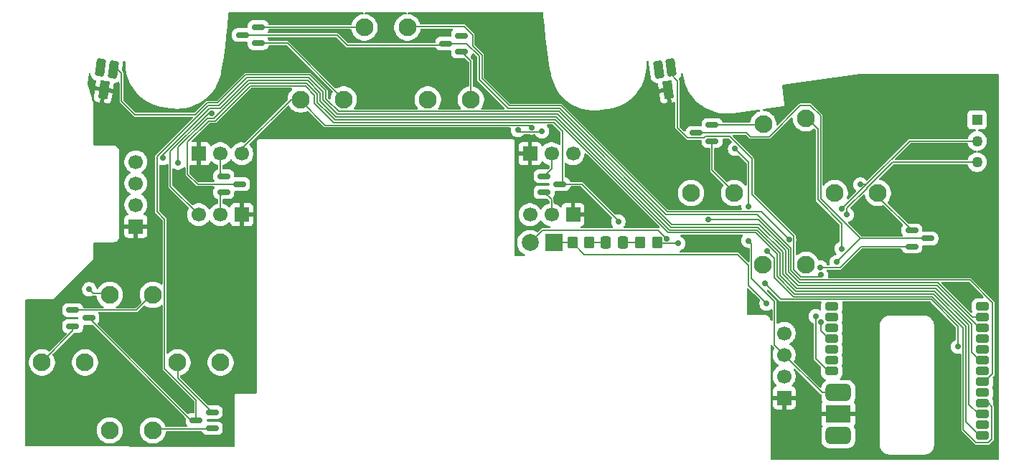
<source format=gbr>
%TF.GenerationSoftware,KiCad,Pcbnew,9.0.7*%
%TF.CreationDate,2026-01-02T20:19:54+01:00*%
%TF.ProjectId,pcb_phone_controller,7063625f-7068-46f6-9e65-5f636f6e7472,rev?*%
%TF.SameCoordinates,Original*%
%TF.FileFunction,Copper,L1,Top*%
%TF.FilePolarity,Positive*%
%FSLAX46Y46*%
G04 Gerber Fmt 4.6, Leading zero omitted, Abs format (unit mm)*
G04 Created by KiCad (PCBNEW 9.0.7) date 2026-01-02 20:19:54*
%MOMM*%
%LPD*%
G01*
G04 APERTURE LIST*
G04 Aperture macros list*
%AMRoundRect*
0 Rectangle with rounded corners*
0 $1 Rounding radius*
0 $2 $3 $4 $5 $6 $7 $8 $9 X,Y pos of 4 corners*
0 Add a 4 corners polygon primitive as box body*
4,1,4,$2,$3,$4,$5,$6,$7,$8,$9,$2,$3,0*
0 Add four circle primitives for the rounded corners*
1,1,$1+$1,$2,$3*
1,1,$1+$1,$4,$5*
1,1,$1+$1,$6,$7*
1,1,$1+$1,$8,$9*
0 Add four rect primitives between the rounded corners*
20,1,$1+$1,$2,$3,$4,$5,0*
20,1,$1+$1,$4,$5,$6,$7,0*
20,1,$1+$1,$6,$7,$8,$9,0*
20,1,$1+$1,$8,$9,$2,$3,0*%
%AMRotRect*
0 Rectangle, with rotation*
0 The origin of the aperture is its center*
0 $1 length*
0 $2 width*
0 $3 Rotation angle, in degrees counterclockwise*
0 Add horizontal line*
21,1,$1,$2,0,0,$3*%
G04 Aperture macros list end*
%TA.AperFunction,ComponentPad*%
%ADD10RoundRect,0.275000X-0.378311X-0.730158X0.166531X-0.805306X0.378311X0.730158X-0.166531X0.805306X0*%
%TD*%
%TA.AperFunction,ComponentPad*%
%ADD11RotRect,1.100000X2.100000X352.147000*%
%TD*%
%TA.AperFunction,ComponentPad*%
%ADD12RoundRect,0.275000X-0.166531X-0.805306X0.378311X-0.730158X0.166531X0.805306X-0.378311X0.730158X0*%
%TD*%
%TA.AperFunction,ComponentPad*%
%ADD13RotRect,1.100000X2.100000X7.853000*%
%TD*%
%TA.AperFunction,SMDPad,CuDef*%
%ADD14RoundRect,0.150000X0.587500X0.150000X-0.587500X0.150000X-0.587500X-0.150000X0.587500X-0.150000X0*%
%TD*%
%TA.AperFunction,SMDPad,CuDef*%
%ADD15RoundRect,0.150000X-0.587500X-0.150000X0.587500X-0.150000X0.587500X0.150000X-0.587500X0.150000X0*%
%TD*%
%TA.AperFunction,SMDPad,CuDef*%
%ADD16RoundRect,0.250000X0.500000X-0.250000X0.500000X0.250000X-0.500000X0.250000X-0.500000X-0.250000X0*%
%TD*%
%TA.AperFunction,ComponentPad*%
%ADD17RoundRect,0.500000X-1.000000X0.500000X-1.000000X-0.500000X1.000000X-0.500000X1.000000X0.500000X0*%
%TD*%
%TA.AperFunction,SMDPad,CuDef*%
%ADD18RoundRect,0.250000X-0.500000X0.250000X-0.500000X-0.250000X0.500000X-0.250000X0.500000X0.250000X0*%
%TD*%
%TA.AperFunction,ComponentPad*%
%ADD19R,3.000000X2.000000*%
%TD*%
%TA.AperFunction,SMDPad,CuDef*%
%ADD20RoundRect,0.250000X0.337500X0.475000X-0.337500X0.475000X-0.337500X-0.475000X0.337500X-0.475000X0*%
%TD*%
%TA.AperFunction,ComponentPad*%
%ADD21C,2.100000*%
%TD*%
%TA.AperFunction,ComponentPad*%
%ADD22C,4.500000*%
%TD*%
%TA.AperFunction,ComponentPad*%
%ADD23R,1.700000X1.700000*%
%TD*%
%TA.AperFunction,ComponentPad*%
%ADD24C,1.700000*%
%TD*%
%TA.AperFunction,SMDPad,CuDef*%
%ADD25RoundRect,0.250000X-0.350000X-0.450000X0.350000X-0.450000X0.350000X0.450000X-0.350000X0.450000X0*%
%TD*%
%TA.AperFunction,ComponentPad*%
%ADD26R,1.270000X1.270000*%
%TD*%
%TA.AperFunction,ComponentPad*%
%ADD27C,1.270000*%
%TD*%
%TA.AperFunction,ComponentPad*%
%ADD28R,2.000000X2.000000*%
%TD*%
%TA.AperFunction,ComponentPad*%
%ADD29C,2.000000*%
%TD*%
%TA.AperFunction,ViaPad*%
%ADD30C,0.700000*%
%TD*%
%TA.AperFunction,Conductor*%
%ADD31C,0.200000*%
%TD*%
G04 APERTURE END LIST*
D10*
%TO.P,TriggerL1,1,VDD*%
%TO.N,+3.3V*%
X116334970Y-101853786D03*
D11*
%TO.P,TriggerL1,2,GND*%
%TO.N,GND*%
X116736356Y-104432815D03*
D10*
%TO.P,TriggerL1,3,OUT*%
%TO.N,Net-(TriggerL1-OUT)*%
X117820902Y-102058734D03*
%TD*%
D12*
%TO.P,TriggerR1,1,VDD*%
%TO.N,+3.3V*%
X182179099Y-102058734D03*
D13*
%TO.P,TriggerR1,2,GND*%
%TO.N,GND*%
X183263645Y-104432815D03*
D12*
%TO.P,TriggerR1,3,OUT*%
%TO.N,Net-(TriggerR1-OUT)*%
X183665031Y-101853786D03*
%TD*%
D14*
%TO.P,D3,1*%
%TO.N,Net-(D3-Pad1)*%
X134937500Y-98950000D03*
%TO.P,D3,2*%
%TO.N,Net-(D3-Pad2)*%
X134937500Y-97050000D03*
%TO.P,D3,3*%
%TO.N,Row 1*%
X133062500Y-98000000D03*
%TD*%
%TO.P,D7,1*%
%TO.N,Net-(D7-Pad1)*%
X129500000Y-144400000D03*
%TO.P,D7,2*%
%TO.N,Net-(D7-Pad2)*%
X129500000Y-142500000D03*
%TO.P,D7,3*%
%TO.N,Row 3*%
X127625000Y-143450000D03*
%TD*%
D15*
%TO.P,D5,1*%
%TO.N,Net-(A1-Pad2)*%
X212062500Y-121050000D03*
%TO.P,D5,2*%
%TO.N,Net-(B1-Pad1)*%
X212062500Y-122950000D03*
%TO.P,D5,3*%
%TO.N,Row 2*%
X213937500Y-122000000D03*
%TD*%
D14*
%TO.P,D6,1*%
%TO.N,Net-(D6-Pad1)*%
X188500000Y-110500000D03*
%TO.P,D6,2*%
%TO.N,Net-(D6-Pad2)*%
X188500000Y-108600000D03*
%TO.P,D6,3*%
%TO.N,Row 2*%
X186625000Y-109550000D03*
%TD*%
D15*
%TO.P,D2,1*%
%TO.N,Net-(BumperR1-I{slash}O)*%
X168662500Y-114650000D03*
%TO.P,D2,2*%
%TO.N,Net-(ClickStickR1-I{slash}O)*%
X168662500Y-116550000D03*
%TO.P,D2,3*%
%TO.N,Row 0*%
X170537500Y-115600000D03*
%TD*%
%TO.P,D8,1*%
%TO.N,Net-(D8-Pad1)*%
X113062500Y-130450000D03*
%TO.P,D8,2*%
%TO.N,Net-(D8-Pad2)*%
X113062500Y-132350000D03*
%TO.P,D8,3*%
%TO.N,Row 3*%
X114937500Y-131400000D03*
%TD*%
D14*
%TO.P,D4,1*%
%TO.N,Net-(D4-Pad1)*%
X158937500Y-99950000D03*
%TO.P,D4,2*%
%TO.N,unconnected-(D4-Pad2)*%
X158937500Y-98050000D03*
%TO.P,D4,3*%
%TO.N,Row 1*%
X157062500Y-99000000D03*
%TD*%
D15*
%TO.P,D1,1*%
%TO.N,Net-(BumperL1-I{slash}O)*%
X130862500Y-114650000D03*
%TO.P,D1,2*%
%TO.N,Net-(ClickStickL1-I{slash}O)*%
X130862500Y-116550000D03*
%TO.P,D1,3*%
%TO.N,Row 0*%
X132737500Y-115600000D03*
%TD*%
D16*
%TO.P,U1,1,GPIO*%
%TO.N,Net-(StickL1-Y)*%
X220390000Y-145281871D03*
%TO.P,U1,2,GPIO*%
%TO.N,Net-(StickL1-X)*%
X220390000Y-142741871D03*
%TO.P,U1,3,GPIO*%
%TO.N,unconnected-(U1-GPIO-Pad3)*%
X220390000Y-140201871D03*
D17*
%TO.P,U1,3V3,3V3*%
%TO.N,+3.3V*%
X203380000Y-140201871D03*
D16*
%TO.P,U1,4,GPIO*%
%TO.N,Column 2*%
X220390000Y-137661871D03*
%TO.P,U1,5,GPIO*%
%TO.N,unconnected-(U1-GPIO-Pad5)*%
X220390000Y-135121871D03*
D17*
%TO.P,U1,5V,5V*%
%TO.N,unconnected-(U1-Pad5V)*%
X203380000Y-145281871D03*
D16*
%TO.P,U1,6,GPIO*%
%TO.N,Net-(TriggerL1-OUT)*%
X220390000Y-132581871D03*
D18*
%TO.P,U1,7,GPIO*%
%TO.N,Net-(StickR1-X)*%
X202610000Y-132581871D03*
%TO.P,U1,8,GPIO*%
%TO.N,Net-(StickR1-Y)*%
X202610000Y-135121871D03*
%TO.P,U1,9,GPIO*%
%TO.N,Net-(TriggerR1-OUT)*%
X202610000Y-137661871D03*
D16*
%TO.P,U1,10,GPIO*%
%TO.N,Net-(C1-Pad1)*%
X220390000Y-131311871D03*
D18*
%TO.P,U1,11,GPIO*%
%TO.N,Row 2*%
X202610000Y-131311871D03*
%TO.P,U1,12,GPIO*%
%TO.N,Column 1*%
X202610000Y-133851871D03*
%TO.P,U1,13,GPIO*%
%TO.N,Column 0*%
X202610000Y-136391871D03*
D16*
%TO.P,U1,38,GPIO*%
%TO.N,unconnected-(U1-GPIO-Pad38)*%
X220390000Y-144011871D03*
%TO.P,U1,39,GPIO*%
%TO.N,Row 0*%
X220390000Y-141471871D03*
%TO.P,U1,40,GPIO*%
%TO.N,Row 1*%
X220390000Y-138931871D03*
%TO.P,U1,41,GPIO*%
%TO.N,Row 3*%
X220390000Y-136391871D03*
%TO.P,U1,42,GPIO*%
%TO.N,unconnected-(U1-GPIO-Pad42)*%
X220390000Y-133851871D03*
%TO.P,U1,43,GPIO*%
%TO.N,unconnected-(U1-GPIO-Pad43)*%
X220390000Y-130041871D03*
D18*
%TO.P,U1,44,GPIO*%
%TO.N,Column 3*%
X202610000Y-130041871D03*
D19*
%TO.P,U1,GND,GND*%
%TO.N,GND*%
X203380000Y-142741871D03*
%TD*%
D20*
%TO.P,C1,1*%
%TO.N,Net-(C1-Pad1)*%
X178000000Y-122500000D03*
%TO.P,C1,2*%
%TO.N,Net-(C1-Pad2)*%
X175925000Y-122500000D03*
%TD*%
D21*
%TO.P,Select1,1,1*%
%TO.N,Column 0*%
X139960000Y-105593690D03*
%TO.P,Select1,2,2*%
%TO.N,Net-(D3-Pad1)*%
X145040000Y-105593690D03*
%TD*%
D22*
%TO.P,H2,1,1*%
%TO.N,GND*%
X182400000Y-112000000D03*
%TD*%
D23*
%TO.P,ClickStickR1,1,GND*%
%TO.N,GND*%
X172080000Y-119200000D03*
D24*
%TO.P,ClickStickR1,2,I/O*%
%TO.N,Net-(ClickStickR1-I{slash}O)*%
X169540000Y-119200000D03*
%TO.P,ClickStickR1,3,VCC*%
%TO.N,Column 3*%
X167000000Y-119200000D03*
%TD*%
D25*
%TO.P,R1,1*%
%TO.N,Net-(C1-Pad1)*%
X180000000Y-122500000D03*
%TO.P,R1,2*%
%TO.N,+BATT*%
X182000000Y-122500000D03*
%TD*%
D23*
%TO.P,ClickStickL1,1,GND*%
%TO.N,GND*%
X133000000Y-119200000D03*
D24*
%TO.P,ClickStickL1,2,I/O*%
%TO.N,Net-(ClickStickL1-I{slash}O)*%
X130460000Y-119200000D03*
%TO.P,ClickStickL1,3,VCC*%
%TO.N,Column 1*%
X127920000Y-119200000D03*
%TD*%
D21*
%TO.P,Start1,1,1*%
%TO.N,Column 2*%
X154960000Y-105593690D03*
%TO.P,Start1,2,2*%
%TO.N,Net-(D4-Pad1)*%
X160040000Y-105593690D03*
%TD*%
D26*
%TO.P,SW17,1,1*%
%TO.N,unconnected-(SW17-Pad1)*%
X219750000Y-108000000D03*
D27*
%TO.P,SW17,2,2*%
%TO.N,+BATT*%
X219750000Y-110500000D03*
%TO.P,SW17,3,3*%
%TO.N,Net-(+-1-BAT+)*%
X219750000Y-113000000D03*
%TD*%
D22*
%TO.P,H5,1,1*%
%TO.N,GND*%
X110750000Y-144000000D03*
%TD*%
D23*
%TO.P,StickL1,1,GND*%
%TO.N,GND*%
X120500000Y-120580000D03*
D24*
%TO.P,StickL1,2,Y*%
%TO.N,Net-(StickL1-Y)*%
X120500000Y-118040000D03*
%TO.P,StickL1,3,3V3*%
%TO.N,+3.3V*%
X120500000Y-115500000D03*
%TO.P,StickL1,4,X*%
%TO.N,Net-(StickL1-X)*%
X120500000Y-112960000D03*
%TD*%
D23*
%TO.P,BumperR1,1,GND*%
%TO.N,GND*%
X167000000Y-112000000D03*
D24*
%TO.P,BumperR1,2,I/O*%
%TO.N,Net-(BumperR1-I{slash}O)*%
X169540000Y-112000000D03*
%TO.P,BumperR1,3,VCC*%
%TO.N,Column 2*%
X172080000Y-112000000D03*
%TD*%
D21*
%TO.P,B1,1,1*%
%TO.N,Net-(B1-Pad1)*%
X194494124Y-125127219D03*
%TO.P,B1,2,2*%
%TO.N,Column 1*%
X199574124Y-125127219D03*
%TD*%
%TO.P,Home1,1,1*%
%TO.N,Net-(D3-Pad2)*%
X147460000Y-97093691D03*
%TO.P,Home1,2,2*%
%TO.N,Column 1*%
X152540000Y-97093691D03*
%TD*%
D22*
%TO.P,H1,1,1*%
%TO.N,GND*%
X164750000Y-98250000D03*
%TD*%
D21*
%TO.P,DOWN1,1,1*%
%TO.N,Column 0*%
X117425876Y-144641938D03*
%TO.P,DOWN1,2,2*%
%TO.N,Net-(D7-Pad1)*%
X122505876Y-144641938D03*
%TD*%
%TO.P,UP1,1,1*%
%TO.N,Column 2*%
X117425876Y-128641938D03*
%TO.P,UP1,2,2*%
%TO.N,Net-(D8-Pad1)*%
X122505876Y-128641938D03*
%TD*%
%TO.P,X1,1,1*%
%TO.N,Column 2*%
X186008842Y-116641938D03*
%TO.P,X1,2,2*%
%TO.N,Net-(D6-Pad1)*%
X191088842Y-116641938D03*
%TD*%
%TO.P,Y1,1,1*%
%TO.N,Net-(D6-Pad2)*%
X194517950Y-108503745D03*
%TO.P,Y1,2,2*%
%TO.N,Column 3*%
X199550298Y-107809567D03*
%TD*%
D28*
%TO.P,+-1,1,BATT-*%
%TO.N,-BATT*%
X169800000Y-122500000D03*
D29*
%TO.P,+-1,2,BATT+*%
%TO.N,Net-(+-1-BAT+)*%
X167000000Y-122500000D03*
%TD*%
D23*
%TO.P,BumperL1,1,GND*%
%TO.N,GND*%
X127920000Y-112000000D03*
D24*
%TO.P,BumperL1,2,I/O*%
%TO.N,Net-(BumperL1-I{slash}O)*%
X130460000Y-112000000D03*
%TO.P,BumperL1,3,VCC*%
%TO.N,Column 0*%
X133000000Y-112000000D03*
%TD*%
D21*
%TO.P,LEFT1,1,1*%
%TO.N,Net-(D8-Pad2)*%
X109425876Y-136641938D03*
%TO.P,LEFT1,2,2*%
%TO.N,Column 3*%
X114505876Y-136641938D03*
%TD*%
D22*
%TO.P,H3,1,1*%
%TO.N,GND*%
X206750000Y-105500000D03*
%TD*%
D23*
%TO.P,StickR1,1,GND*%
%TO.N,GND*%
X197000000Y-140810000D03*
D24*
%TO.P,StickR1,2,Y*%
%TO.N,Net-(StickR1-Y)*%
X197000000Y-138270000D03*
%TO.P,StickR1,3,3V3*%
%TO.N,+3.3V*%
X197000000Y-135730000D03*
%TO.P,StickR1,4,X*%
%TO.N,Net-(StickR1-X)*%
X197000000Y-133190000D03*
%TD*%
D22*
%TO.P,H4,1,1*%
%TO.N,GND*%
X127500000Y-127250000D03*
%TD*%
D21*
%TO.P,RIGHT1,1,1*%
%TO.N,Net-(D7-Pad2)*%
X125425876Y-136641938D03*
%TO.P,RIGHT1,2,2*%
%TO.N,Column 1*%
X130505876Y-136641938D03*
%TD*%
D25*
%TO.P,R2,1*%
%TO.N,-BATT*%
X172000000Y-122500000D03*
%TO.P,R2,2*%
%TO.N,Net-(C1-Pad2)*%
X174000000Y-122500000D03*
%TD*%
D21*
%TO.P,A1,1,1*%
%TO.N,Column 0*%
X202979405Y-116641938D03*
%TO.P,A1,2,2*%
%TO.N,Net-(A1-Pad2)*%
X208059405Y-116641938D03*
%TD*%
D30*
%TO.N,GND*%
X197600000Y-130000000D03*
X200600000Y-137600000D03*
X199800000Y-133800000D03*
%TO.N,+BATT*%
X206000000Y-115650000D03*
%TO.N,-BATT*%
X194917641Y-129667641D03*
%TO.N,Column 0*%
X167250000Y-108900000D03*
X202610000Y-136391871D03*
%TO.N,Net-(B1-Pad1)*%
X201247728Y-125427587D03*
%TO.N,Column 1*%
X201300000Y-131900000D03*
X197564124Y-122111398D03*
X129424875Y-107220000D03*
%TO.N,Net-(C1-Pad1)*%
X188047500Y-119767000D03*
X180000000Y-122500000D03*
%TO.N,Net-(+-1-BAT+)*%
X204400000Y-119200000D03*
X183150000Y-122018000D03*
%TO.N,Row 0*%
X177422000Y-120000000D03*
X195000000Y-123500000D03*
%TO.N,Row 2*%
X203200000Y-124800000D03*
X202610000Y-131311871D03*
%TO.N,GND*%
X128750000Y-114500000D03*
X190425000Y-113900000D03*
X150250000Y-98000000D03*
X185800000Y-106600000D03*
X122475000Y-130875000D03*
X180750000Y-107000000D03*
X193400000Y-130000000D03*
X165750000Y-121000000D03*
X167000000Y-110250000D03*
X170000000Y-109500000D03*
X214000000Y-112000000D03*
X201600000Y-121000000D03*
X174500000Y-115500000D03*
X208300000Y-119500000D03*
X150325000Y-100050000D03*
X151800000Y-103800000D03*
X218700000Y-128600000D03*
X121000000Y-109000000D03*
X207500000Y-124600000D03*
X183443558Y-117169323D03*
X199275000Y-110075000D03*
X120000000Y-105500000D03*
X162250000Y-105500000D03*
X178500000Y-118500000D03*
X189400000Y-122000000D03*
X127500000Y-116250000D03*
X128500000Y-121250000D03*
X199750000Y-118250000D03*
X172472197Y-106817092D03*
X129250000Y-117000000D03*
X143900000Y-103100000D03*
X137000000Y-105800000D03*
%TO.N,Column 3*%
X202610000Y-130041871D03*
X203800000Y-123200000D03*
%TO.N,+BATT*%
X203800000Y-118500000D03*
X184500000Y-122595000D03*
%TO.N,Column 2*%
X168400000Y-109338068D03*
X220390000Y-137661871D03*
X194700000Y-127300000D03*
X115000000Y-128000000D03*
X217514064Y-134785936D03*
X165566999Y-109217000D03*
%TO.N,Net-(StickL1-Y)*%
X125500000Y-113040000D03*
%TO.N,+3.3V*%
X192790189Y-122267000D03*
X192800000Y-118200000D03*
X191201432Y-111421568D03*
%TO.N,Net-(StickL1-X)*%
X123659921Y-112518529D03*
%TO.N,Net-(StickR1-Y)*%
X202610000Y-135121871D03*
%TO.N,Net-(TriggerR1-OUT)*%
X201338500Y-126323000D03*
X200723000Y-131200000D03*
%TO.N,Net-(StickR1-X)*%
X202610000Y-132581871D03*
%TD*%
D31*
%TO.N,+BATT*%
X211800000Y-110500000D02*
X219750000Y-110500000D01*
X206000000Y-115650000D02*
X206650000Y-115650000D01*
%TO.N,-BATT*%
X192800000Y-125200000D02*
X191481123Y-123881123D01*
X173381123Y-123881123D02*
X172000000Y-122500000D01*
X194917641Y-129667641D02*
X192800000Y-127550000D01*
X192800000Y-127550000D02*
X192800000Y-125200000D01*
X191481123Y-123881123D02*
X173381123Y-123881123D01*
%TO.N,+BATT*%
X203800000Y-118500000D02*
X206650000Y-115650000D01*
%TO.N,+3.3V*%
X192790189Y-122267000D02*
X193150000Y-122626811D01*
X193150000Y-122626811D02*
X193150000Y-124560740D01*
X195849000Y-129446279D02*
X195849000Y-134579000D01*
X193150000Y-124560740D02*
X193143124Y-124567616D01*
X193150000Y-125693698D02*
X193150000Y-126747279D01*
X193143124Y-124567616D02*
X193143124Y-125686822D01*
X193143124Y-125686822D02*
X193150000Y-125693698D01*
X193150000Y-126747279D02*
X195849000Y-129446279D01*
X195849000Y-134579000D02*
X197000000Y-135730000D01*
X203880000Y-140201871D02*
X201471871Y-140201871D01*
X201471871Y-140201871D02*
X197000000Y-135730000D01*
%TO.N,Column 0*%
X138806310Y-105593690D02*
X139960000Y-105593690D01*
X139960000Y-105733203D02*
X142866797Y-108640000D01*
X139960000Y-105500000D02*
X139960000Y-105733203D01*
X133000000Y-112000000D02*
X133000000Y-111400000D01*
X166990000Y-108640000D02*
X167250000Y-108900000D01*
X133000000Y-111400000D02*
X138806310Y-105593690D01*
X142866797Y-108640000D02*
X166990000Y-108640000D01*
%TO.N,Net-(A1-Pad2)*%
X208040000Y-117027500D02*
X212062500Y-121050000D01*
X208040000Y-116500000D02*
X208040000Y-117027500D01*
%TO.N,Net-(B1-Pad1)*%
X201247728Y-125427587D02*
X203587919Y-125427587D01*
X203587919Y-125427587D02*
X206065506Y-122950000D01*
X206065506Y-122950000D02*
X212062500Y-122950000D01*
%TO.N,Column 1*%
X160250000Y-97983032D02*
X159266968Y-97000000D01*
X124578000Y-113239416D02*
X124578000Y-115858000D01*
X129071586Y-107220000D02*
X124578000Y-111713586D01*
X124578000Y-115858000D02*
X127920000Y-119200000D01*
X202251871Y-133851871D02*
X202610000Y-133851871D01*
X197564124Y-122111398D02*
X197561398Y-122111398D01*
X197564124Y-122111396D02*
X194313728Y-118861000D01*
X197564124Y-122111398D02*
X197564124Y-122111396D01*
X201300000Y-132900000D02*
X202251871Y-133851871D01*
X160250000Y-99286138D02*
X160250000Y-97983032D01*
X161328000Y-100364138D02*
X160250000Y-99286138D01*
X201300000Y-131900000D02*
X201300000Y-132900000D01*
X129424875Y-107220000D02*
X129071586Y-107220000D01*
X161328000Y-103114138D02*
X161328000Y-100364138D01*
X164557862Y-106344000D02*
X161328000Y-103114138D01*
X183185486Y-118861000D02*
X170668486Y-106344000D01*
X159266968Y-97000000D02*
X152540000Y-97000000D01*
X124578000Y-111713586D02*
X124578000Y-113239416D01*
X194313728Y-118861000D02*
X183185486Y-118861000D01*
X170668486Y-106344000D02*
X164557862Y-106344000D01*
%TO.N,Net-(C1-Pad2)*%
X174000000Y-122500000D02*
X175925000Y-122500000D01*
%TO.N,Net-(C1-Pad1)*%
X178000000Y-122500000D02*
X180000000Y-122500000D01*
X193939864Y-119767000D02*
X197485124Y-123312260D01*
X198764138Y-127228000D02*
X215147310Y-127228000D01*
X197485124Y-125948986D02*
X198764138Y-127228000D01*
X197485124Y-123312260D02*
X197485124Y-125948986D01*
X219231181Y-131311871D02*
X220390000Y-131311871D01*
X188047500Y-119767000D02*
X193939864Y-119767000D01*
X215147310Y-127228000D02*
X219231181Y-131311871D01*
%TO.N,Net-(+-1-BAT+)*%
X207499802Y-115290938D02*
X207509062Y-115290938D01*
X209800000Y-113000000D02*
X219750000Y-113000000D01*
X206708405Y-116082335D02*
X207499802Y-115290938D01*
X168500000Y-121000000D02*
X167000000Y-122500000D01*
X204400000Y-119200000D02*
X204400000Y-118400000D01*
X206708405Y-116091595D02*
X206708405Y-116082335D01*
X207509062Y-115290938D02*
X209800000Y-113000000D01*
X182132000Y-121000000D02*
X168500000Y-121000000D01*
X204400000Y-118400000D02*
X206708405Y-116091595D01*
X183150000Y-122018000D02*
X182132000Y-121000000D01*
%TO.N,Row 0*%
X170837500Y-109337500D02*
X170837500Y-115300000D01*
X177422000Y-120000000D02*
X177422000Y-119897000D01*
X219650000Y-146100000D02*
X218116000Y-144566000D01*
X170837500Y-115300000D02*
X170537500Y-115600000D01*
X126600000Y-110619310D02*
X129091310Y-108128000D01*
X141595000Y-106058862D02*
X143536138Y-108000000D01*
X129872000Y-108128000D02*
X134000000Y-104000000D01*
X140500000Y-104000000D02*
X141595000Y-105095000D01*
X195845124Y-124345124D02*
X195000000Y-123500000D01*
X169812000Y-108312000D02*
X170837500Y-109337500D01*
X221100000Y-146100000D02*
X219650000Y-146100000D01*
X126600000Y-114400000D02*
X126600000Y-110619310D01*
X143856552Y-108312000D02*
X169812000Y-108312000D01*
X221500000Y-145700000D02*
X221100000Y-146100000D01*
X198084828Y-128868000D02*
X195845124Y-126628296D01*
X214468000Y-128868000D02*
X198084828Y-128868000D01*
X141595000Y-105095000D02*
X141595000Y-106058862D01*
X143544552Y-108000000D02*
X143856552Y-108312000D01*
X129091310Y-108128000D02*
X129872000Y-108128000D01*
X127800000Y-115600000D02*
X126600000Y-114400000D01*
X221140000Y-141471871D02*
X221500000Y-141831871D01*
X132737500Y-115600000D02*
X127800000Y-115600000D01*
X195845124Y-126628296D02*
X195845124Y-124345124D01*
X173125000Y-115600000D02*
X170537500Y-115600000D01*
X143536138Y-108000000D02*
X143544552Y-108000000D01*
X221500000Y-141831871D02*
X221500000Y-145700000D01*
X218116000Y-144566000D02*
X218116000Y-132516000D01*
X220390000Y-141471871D02*
X221140000Y-141471871D01*
X177422000Y-119897000D02*
X173125000Y-115600000D01*
X218116000Y-132516000D02*
X214468000Y-128868000D01*
X134000000Y-104000000D02*
X140500000Y-104000000D01*
%TO.N,Net-(BumperL1-I{slash}O)*%
X130460000Y-112000000D02*
X130460000Y-114247500D01*
X130460000Y-114247500D02*
X130862500Y-114650000D01*
%TO.N,Net-(D3-Pad1)*%
X138396310Y-98950000D02*
X144946310Y-105500000D01*
X134937500Y-98950000D02*
X138396310Y-98950000D01*
X144946310Y-105500000D02*
X145040000Y-105500000D01*
%TO.N,Row 1*%
X157062500Y-99000000D02*
X159500000Y-99000000D01*
X170532624Y-106672000D02*
X183049624Y-119189000D01*
X133062500Y-98000000D02*
X144250000Y-98000000D01*
X156862500Y-99200000D02*
X157062500Y-99000000D01*
X221600000Y-138000000D02*
X220668129Y-138931871D01*
X161000000Y-103250000D02*
X164422000Y-106672000D01*
X220668129Y-138931871D02*
X220390000Y-138931871D01*
X218900000Y-126900000D02*
X221600000Y-129600000D01*
X144250000Y-98000000D02*
X145450000Y-99200000D01*
X164422000Y-106672000D02*
X170532624Y-106672000D01*
X183049624Y-119189000D02*
X193825726Y-119189000D01*
X159500000Y-99000000D02*
X161000000Y-100500000D01*
X198900000Y-126900000D02*
X218900000Y-126900000D01*
X197813124Y-123176398D02*
X197813124Y-125813124D01*
X161000000Y-100500000D02*
X161000000Y-103250000D01*
X197813124Y-125813124D02*
X198900000Y-126900000D01*
X145450000Y-99200000D02*
X156862500Y-99200000D01*
X193825726Y-119189000D02*
X197813124Y-123176398D01*
X221600000Y-129600000D02*
X221600000Y-138000000D01*
%TO.N,Net-(D3-Pad2)*%
X147410000Y-97050000D02*
X147460000Y-97000000D01*
X134937500Y-97050000D02*
X147410000Y-97050000D01*
%TO.N,Net-(D4-Pad1)*%
X160040000Y-105500000D02*
X160040000Y-101052500D01*
X160040000Y-101052500D02*
X158937500Y-99950000D01*
%TO.N,Row 2*%
X206000000Y-122000000D02*
X201292000Y-117292000D01*
X195205325Y-110000000D02*
X193000000Y-110000000D01*
X201292000Y-107518134D02*
X200075777Y-106301911D01*
X200075777Y-106301911D02*
X198903414Y-106301911D01*
X198903414Y-106301911D02*
X195205325Y-110000000D01*
X201292000Y-117292000D02*
X201292000Y-107518134D01*
X193000000Y-110000000D02*
X192550000Y-109550000D01*
X203200000Y-124800000D02*
X206000000Y-122000000D01*
X192550000Y-109550000D02*
X186625000Y-109550000D01*
X206000000Y-122000000D02*
X213937500Y-122000000D01*
%TO.N,Net-(D6-Pad1)*%
X188500000Y-113960000D02*
X191040000Y-116500000D01*
X188500000Y-110500000D02*
X188500000Y-113960000D01*
%TO.N,Net-(D6-Pad2)*%
X188500000Y-108600000D02*
X194230915Y-108600000D01*
X194230915Y-108600000D02*
X194483826Y-108347089D01*
X193860000Y-108600000D02*
X194460000Y-108000000D01*
%TO.N,Net-(D7-Pad2)*%
X129500000Y-142500000D02*
X125460000Y-138460000D01*
X125460000Y-138460000D02*
X125460000Y-136500000D01*
%TO.N,Row 3*%
X123111932Y-112251930D02*
X123111932Y-112250516D01*
X128518875Y-106844722D02*
X129049597Y-106314000D01*
X187671222Y-120672000D02*
X187672222Y-120673000D01*
X193917140Y-120672000D02*
X196829124Y-123583984D01*
X123000000Y-112363862D02*
X123111932Y-112251930D01*
X123451930Y-111911932D02*
X128518875Y-106844987D01*
X142971448Y-106043724D02*
X142979862Y-106043724D01*
X142979862Y-106043724D02*
X144264138Y-107328000D01*
X130294414Y-106314000D02*
X133592414Y-103016000D01*
X170260900Y-107328000D02*
X183604900Y-120672000D01*
X123111932Y-112250516D02*
X123450516Y-111911932D01*
X188422778Y-120673000D02*
X188423778Y-120672000D01*
X123000000Y-118847100D02*
X123000000Y-112363862D01*
X133592414Y-103016000D02*
X140907586Y-103016000D01*
X142579000Y-105651276D02*
X142971448Y-106043724D01*
X214875586Y-127884000D02*
X219100000Y-132108414D01*
X196829124Y-126220710D02*
X198492414Y-127884000D01*
X140907586Y-103016000D02*
X142579000Y-104687414D01*
X198492414Y-127884000D02*
X214875586Y-127884000D01*
X144264138Y-107328000D02*
X170260900Y-107328000D01*
X219100000Y-135432396D02*
X220059475Y-136391871D01*
X129049597Y-106314000D02*
X130294414Y-106314000D01*
X142579000Y-104687414D02*
X142579000Y-105651276D01*
X126987500Y-143450000D02*
X127625000Y-143450000D01*
X127625000Y-143450000D02*
X127625000Y-141088862D01*
X114937500Y-131400000D02*
X126987500Y-143450000D01*
X220059475Y-136391871D02*
X220390000Y-136391871D01*
X183604900Y-120672000D02*
X187671222Y-120672000D01*
X128518875Y-106844987D02*
X128518875Y-106844722D01*
X123891000Y-137354862D02*
X123891000Y-119738100D01*
X187672222Y-120673000D02*
X188422778Y-120673000D01*
X219100000Y-132108414D02*
X219100000Y-135432396D01*
X188423778Y-120672000D02*
X193917140Y-120672000D01*
X127625000Y-141088862D02*
X123891000Y-137354862D01*
X196829124Y-123583984D02*
X196829124Y-126220710D01*
X123891000Y-119738100D02*
X123000000Y-118847100D01*
X123450516Y-111911932D02*
X123451930Y-111911932D01*
%TO.N,Net-(D7-Pad1)*%
X129400000Y-144500000D02*
X129500000Y-144400000D01*
X122540000Y-144500000D02*
X129400000Y-144500000D01*
%TO.N,Net-(D8-Pad1)*%
X120590000Y-130450000D02*
X122540000Y-128500000D01*
X113062500Y-130450000D02*
X120590000Y-130450000D01*
%TO.N,Net-(D8-Pad2)*%
X113062500Y-132897500D02*
X113062500Y-132350000D01*
X109460000Y-136500000D02*
X113062500Y-132897500D01*
%TO.N,GND*%
X127920000Y-112000000D02*
X127920000Y-111580000D01*
%TO.N,Column 3*%
X200964000Y-109100737D02*
X199516174Y-107652911D01*
X203800000Y-123200000D02*
X203800000Y-120263862D01*
X203800000Y-120263862D02*
X200964000Y-117427862D01*
X200964000Y-117427862D02*
X200964000Y-109100737D01*
%TO.N,+BATT*%
X184500000Y-122595000D02*
X182100898Y-122595000D01*
X182100898Y-122595000D02*
X182002949Y-122497051D01*
X206650000Y-115650000D02*
X211800000Y-110500000D01*
%TO.N,-BATT*%
X172000000Y-122500000D02*
X169750000Y-122500000D01*
%TO.N,Column 2*%
X168238068Y-109500000D02*
X168400000Y-109338068D01*
X165827999Y-109478000D02*
X168260068Y-109478000D01*
X217514064Y-134785936D02*
X217514064Y-132377926D01*
X117460000Y-128500000D02*
X115500000Y-128500000D01*
X168260068Y-109478000D02*
X168400000Y-109338068D01*
X165566999Y-109217000D02*
X165827999Y-109478000D01*
X115500000Y-128500000D02*
X115000000Y-128000000D01*
X196596000Y-129196000D02*
X194700000Y-127300000D01*
X217514064Y-132377926D02*
X214332138Y-129196000D01*
X214332138Y-129196000D02*
X196596000Y-129196000D01*
%TO.N,Net-(StickL1-Y)*%
X196173124Y-126492434D02*
X198220690Y-128540000D01*
X196173124Y-123855708D02*
X196173124Y-126492434D01*
X214603862Y-128540000D02*
X218444000Y-132380138D01*
X220081871Y-145281871D02*
X220390000Y-145281871D01*
X187399498Y-121328000D02*
X187400498Y-121329000D01*
X125500000Y-111255448D02*
X128955448Y-107800000D01*
X143400000Y-107400000D02*
X143408414Y-107400000D01*
X188695502Y-121328000D02*
X193645416Y-121328000D01*
X125500000Y-113040000D02*
X125500000Y-111255448D01*
X128955448Y-107800000D02*
X129736138Y-107800000D01*
X198220690Y-128540000D02*
X214603862Y-128540000D01*
X141923000Y-104959138D02*
X141923000Y-105923000D01*
X169989176Y-107984000D02*
X183333176Y-121328000D01*
X187400498Y-121329000D02*
X188694502Y-121329000D01*
X129736138Y-107800000D02*
X133864138Y-103672000D01*
X133864138Y-103672000D02*
X140635862Y-103672000D01*
X193645416Y-121328000D02*
X196173124Y-123855708D01*
X143992414Y-107984000D02*
X169989176Y-107984000D01*
X140635862Y-103672000D02*
X141923000Y-104959138D01*
X183333176Y-121328000D02*
X187399498Y-121328000D01*
X188694502Y-121329000D02*
X188695502Y-121328000D01*
X218444000Y-132380138D02*
X218444000Y-143644000D01*
X143408414Y-107400000D02*
X143992414Y-107984000D01*
X218444000Y-143644000D02*
X220081871Y-145281871D01*
X141923000Y-105923000D02*
X143400000Y-107400000D01*
%TO.N,+3.3V*%
X192800000Y-113020136D02*
X191201432Y-111421568D01*
X192800000Y-118200000D02*
X192800000Y-113020136D01*
%TO.N,Net-(StickL1-X)*%
X188558640Y-121001000D02*
X188559640Y-121000000D01*
X218772000Y-141572000D02*
X219941871Y-142741871D01*
X214739724Y-128212000D02*
X218772000Y-132244276D01*
X183469038Y-121000000D02*
X187535360Y-121000000D01*
X196501124Y-126356572D02*
X198356552Y-128212000D01*
X187535360Y-121000000D02*
X187536360Y-121001000D01*
X142844000Y-106371724D02*
X144128276Y-107656000D01*
X128846875Y-106980849D02*
X128846875Y-106980584D01*
X198356552Y-128212000D02*
X214739724Y-128212000D01*
X144128276Y-107656000D02*
X170125038Y-107656000D01*
X142251000Y-104823276D02*
X142251000Y-105787138D01*
X133728276Y-103344000D02*
X140771724Y-103344000D01*
X170125038Y-107656000D02*
X183469038Y-121000000D01*
X123659921Y-112518529D02*
X123689932Y-112488518D01*
X196501124Y-123719846D02*
X196501124Y-126356572D01*
X142251000Y-105787138D02*
X142835586Y-106371724D01*
X193781278Y-121000000D02*
X196501124Y-123719846D01*
X123689932Y-112137792D02*
X128846875Y-106980849D01*
X140771724Y-103344000D02*
X142251000Y-104823276D01*
X188559640Y-121000000D02*
X193781278Y-121000000D01*
X130430276Y-106642000D02*
X133728276Y-103344000D01*
X218772000Y-132244276D02*
X218772000Y-141572000D01*
X123689932Y-112488518D02*
X123689932Y-112137792D01*
X129185459Y-106642000D02*
X130430276Y-106642000D01*
X142835586Y-106371724D02*
X142844000Y-106371724D01*
X187536360Y-121001000D02*
X188558640Y-121001000D01*
X128846875Y-106980584D02*
X129185459Y-106642000D01*
X219941871Y-142741871D02*
X220390000Y-142741871D01*
%TO.N,Net-(ClickStickL1-I{slash}O)*%
X130460000Y-116952500D02*
X130862500Y-116550000D01*
X130460000Y-119200000D02*
X130460000Y-116952500D01*
%TO.N,Net-(TriggerL1-OUT)*%
X197157124Y-126084848D02*
X198628276Y-127556000D01*
X170396762Y-107000000D02*
X183740762Y-120344000D01*
X194053002Y-120344000D02*
X197157124Y-123448122D01*
X128190875Y-106709125D02*
X128190875Y-106708860D01*
X143115724Y-105715724D02*
X144400000Y-107000000D01*
X144400000Y-107000000D02*
X170396762Y-107000000D01*
X130158552Y-105986000D02*
X133456552Y-102688000D01*
X117889218Y-101563423D02*
X118800000Y-102474205D01*
X220037319Y-132581871D02*
X220390000Y-132581871D01*
X187808084Y-120345000D02*
X188286916Y-120345000D01*
X127500000Y-107400000D02*
X128190875Y-106709125D01*
X198628276Y-127556000D02*
X215011448Y-127556000D01*
X188286916Y-120345000D02*
X188287916Y-120344000D01*
X118800000Y-105800000D02*
X120400000Y-107400000D01*
X128913735Y-105986000D02*
X130158552Y-105986000D01*
X197157124Y-123448122D02*
X197157124Y-126084848D01*
X142907000Y-105515414D02*
X143107310Y-105715724D01*
X183740762Y-120344000D02*
X187807084Y-120344000D01*
X215011448Y-127556000D02*
X220037319Y-132581871D01*
X120400000Y-107400000D02*
X127500000Y-107400000D01*
X118800000Y-102474205D02*
X118800000Y-105800000D01*
X128190875Y-106708860D02*
X128913735Y-105986000D01*
X187807084Y-120344000D02*
X187808084Y-120345000D01*
X142907000Y-104551552D02*
X142907000Y-105515414D01*
X143107310Y-105715724D02*
X143115724Y-105715724D01*
X188287916Y-120344000D02*
X194053002Y-120344000D01*
X141043448Y-102688000D02*
X142907000Y-104551552D01*
X133456552Y-102688000D02*
X141043448Y-102688000D01*
%TO.N,Net-(TriggerR1-OUT)*%
X201338500Y-126338500D02*
X201177000Y-126500000D01*
X198963862Y-126500000D02*
X198141124Y-125677262D01*
X202161871Y-137661871D02*
X202610000Y-137661871D01*
X184400000Y-103400000D02*
X183596715Y-102596715D01*
X185600000Y-110100000D02*
X184400000Y-108900000D01*
X201338500Y-126323000D02*
X201338500Y-126338500D01*
X187550000Y-110100000D02*
X185600000Y-110100000D01*
X200723000Y-136223000D02*
X202161871Y-137661871D01*
X193200000Y-112600000D02*
X190572000Y-109972000D01*
X193200000Y-116800000D02*
X193200000Y-112600000D01*
X201177000Y-126500000D02*
X198963862Y-126500000D01*
X200723000Y-131200000D02*
X200723000Y-136223000D01*
X183596715Y-102596715D02*
X183596715Y-101358475D01*
X190572000Y-109972000D02*
X187678000Y-109972000D01*
X198141124Y-125677262D02*
X198141124Y-121741124D01*
X198141124Y-121741124D02*
X193200000Y-116800000D01*
X187678000Y-109972000D02*
X187550000Y-110100000D01*
X184400000Y-108900000D02*
X184400000Y-103400000D01*
%TO.N,Net-(BumperR1-I{slash}O)*%
X169540000Y-113772500D02*
X169540000Y-112000000D01*
X168662500Y-114650000D02*
X169540000Y-113772500D01*
%TO.N,Net-(ClickStickR1-I{slash}O)*%
X169540000Y-117427500D02*
X169540000Y-119200000D01*
X168662500Y-116550000D02*
X169540000Y-117427500D01*
%TD*%
%TA.AperFunction,Conductor*%
%TO.N,GND*%
G36*
X222271168Y-102627802D02*
G01*
X222316923Y-102680606D01*
X222328129Y-102732117D01*
X222328129Y-148017438D01*
X222308444Y-148084477D01*
X222255640Y-148130232D01*
X222204129Y-148141438D01*
X195508624Y-148141438D01*
X195441585Y-148121753D01*
X195395830Y-148068949D01*
X195384624Y-148017438D01*
X195384624Y-134675774D01*
X195404309Y-134608735D01*
X195457113Y-134562980D01*
X195526271Y-134553036D01*
X195589827Y-134582061D01*
X195623184Y-134628318D01*
X195656135Y-134707868D01*
X195656136Y-134707869D01*
X195823606Y-134875340D01*
X195857091Y-134936663D01*
X195852107Y-135006355D01*
X195846410Y-135019316D01*
X195748444Y-135211585D01*
X195682753Y-135413760D01*
X195650987Y-135614323D01*
X195649500Y-135623713D01*
X195649500Y-135836287D01*
X195682754Y-136046243D01*
X195745191Y-136238404D01*
X195748444Y-136248414D01*
X195844951Y-136437820D01*
X195969890Y-136609786D01*
X196120213Y-136760109D01*
X196292182Y-136885050D01*
X196300946Y-136889516D01*
X196351742Y-136937491D01*
X196368536Y-137005312D01*
X196345998Y-137071447D01*
X196300946Y-137110484D01*
X196292182Y-137114949D01*
X196120213Y-137239890D01*
X195969890Y-137390213D01*
X195844951Y-137562179D01*
X195748444Y-137751585D01*
X195682753Y-137953760D01*
X195649500Y-138163713D01*
X195649500Y-138376286D01*
X195678553Y-138559724D01*
X195682754Y-138586243D01*
X195748309Y-138788001D01*
X195748444Y-138788414D01*
X195844951Y-138977820D01*
X195969890Y-139149786D01*
X196083818Y-139263714D01*
X196117303Y-139325037D01*
X196112319Y-139394729D01*
X196070447Y-139450662D01*
X196039471Y-139467577D01*
X195907912Y-139516646D01*
X195907906Y-139516649D01*
X195792812Y-139602809D01*
X195792809Y-139602812D01*
X195706649Y-139717906D01*
X195706645Y-139717913D01*
X195656403Y-139852620D01*
X195656401Y-139852627D01*
X195650000Y-139912155D01*
X195650000Y-140560000D01*
X196566988Y-140560000D01*
X196534075Y-140617007D01*
X196500000Y-140744174D01*
X196500000Y-140875826D01*
X196534075Y-141002993D01*
X196566988Y-141060000D01*
X195650000Y-141060000D01*
X195650000Y-141707844D01*
X195656401Y-141767372D01*
X195656403Y-141767379D01*
X195706645Y-141902086D01*
X195706649Y-141902093D01*
X195792809Y-142017187D01*
X195792812Y-142017190D01*
X195907906Y-142103350D01*
X195907913Y-142103354D01*
X196042620Y-142153596D01*
X196042627Y-142153598D01*
X196102155Y-142159999D01*
X196102172Y-142160000D01*
X196750000Y-142160000D01*
X196750000Y-141243012D01*
X196807007Y-141275925D01*
X196934174Y-141310000D01*
X197065826Y-141310000D01*
X197192993Y-141275925D01*
X197250000Y-141243012D01*
X197250000Y-142160000D01*
X197897828Y-142160000D01*
X197897844Y-142159999D01*
X197957372Y-142153598D01*
X197957379Y-142153596D01*
X198092086Y-142103354D01*
X198092093Y-142103350D01*
X198207187Y-142017190D01*
X198207190Y-142017187D01*
X198293350Y-141902093D01*
X198293354Y-141902086D01*
X198343596Y-141767379D01*
X198343598Y-141767372D01*
X198349999Y-141707844D01*
X198350000Y-141707827D01*
X198350000Y-141060000D01*
X197433012Y-141060000D01*
X197465925Y-141002993D01*
X197500000Y-140875826D01*
X197500000Y-140744174D01*
X197465925Y-140617007D01*
X197433012Y-140560000D01*
X198350000Y-140560000D01*
X198350000Y-139912172D01*
X198349999Y-139912155D01*
X198343598Y-139852627D01*
X198343596Y-139852620D01*
X198293354Y-139717913D01*
X198293350Y-139717906D01*
X198207190Y-139602812D01*
X198207187Y-139602809D01*
X198092093Y-139516649D01*
X198092088Y-139516646D01*
X197960528Y-139467577D01*
X197904595Y-139425705D01*
X197880178Y-139360241D01*
X197895030Y-139291968D01*
X197916175Y-139263720D01*
X198030104Y-139149792D01*
X198155051Y-138977816D01*
X198251557Y-138788412D01*
X198317246Y-138586243D01*
X198350500Y-138376287D01*
X198350500Y-138163713D01*
X198317246Y-137953757D01*
X198251557Y-137751588D01*
X198155051Y-137562184D01*
X198152947Y-137559288D01*
X198136897Y-137537196D01*
X198113417Y-137471390D01*
X198129243Y-137403336D01*
X198179349Y-137354641D01*
X198247827Y-137340766D01*
X198312936Y-137366115D01*
X198324896Y-137376630D01*
X201343181Y-140394915D01*
X201376666Y-140456238D01*
X201379500Y-140482596D01*
X201379500Y-140759899D01*
X201379500Y-140759904D01*
X201379501Y-140759907D01*
X201380599Y-140772258D01*
X201390113Y-140879286D01*
X201446089Y-141074916D01*
X201446091Y-141074920D01*
X201519261Y-141214997D01*
X201536774Y-141248524D01*
X201550365Y-141317059D01*
X201526132Y-141380246D01*
X201436646Y-141499782D01*
X201436645Y-141499784D01*
X201386403Y-141634491D01*
X201386401Y-141634498D01*
X201380000Y-141694026D01*
X201380000Y-142491871D01*
X203446988Y-142491871D01*
X203414075Y-142548878D01*
X203380000Y-142676045D01*
X203380000Y-142807697D01*
X203414075Y-142934864D01*
X203446988Y-142991871D01*
X201380000Y-142991871D01*
X201380000Y-143789715D01*
X201386401Y-143849243D01*
X201386403Y-143849250D01*
X201436645Y-143983957D01*
X201436646Y-143983959D01*
X201526132Y-144103496D01*
X201550549Y-144168960D01*
X201536774Y-144235218D01*
X201446090Y-144408823D01*
X201390114Y-144604454D01*
X201390113Y-144604457D01*
X201379500Y-144723837D01*
X201379500Y-145839899D01*
X201379501Y-145839905D01*
X201390113Y-145959286D01*
X201446089Y-146154916D01*
X201446090Y-146154919D01*
X201446091Y-146154920D01*
X201540302Y-146335278D01*
X201554794Y-146353051D01*
X201668890Y-146492980D01*
X201715217Y-146530754D01*
X201826593Y-146621569D01*
X202006951Y-146715780D01*
X202202582Y-146771757D01*
X202321963Y-146782371D01*
X204438036Y-146782370D01*
X204557418Y-146771757D01*
X204753049Y-146715780D01*
X204933407Y-146621569D01*
X205091109Y-146492980D01*
X205219698Y-146335278D01*
X205313909Y-146154920D01*
X205369886Y-145959289D01*
X205380500Y-145839908D01*
X205380499Y-144723835D01*
X205369886Y-144604453D01*
X205317223Y-144420404D01*
X205313909Y-144408821D01*
X205246025Y-144278865D01*
X205223225Y-144235217D01*
X205209634Y-144166684D01*
X205233868Y-144103495D01*
X205323352Y-143983960D01*
X205323354Y-143983957D01*
X205373596Y-143849250D01*
X205373598Y-143849243D01*
X205379999Y-143789715D01*
X205380000Y-143789698D01*
X205380000Y-142991871D01*
X204313012Y-142991871D01*
X204345925Y-142934864D01*
X204380000Y-142807697D01*
X204380000Y-142676045D01*
X204345925Y-142548878D01*
X204313012Y-142491871D01*
X205380000Y-142491871D01*
X205380000Y-141694043D01*
X205379999Y-141694026D01*
X205373598Y-141634498D01*
X205373596Y-141634491D01*
X205323354Y-141499784D01*
X205323352Y-141499781D01*
X205233868Y-141380245D01*
X205209451Y-141314781D01*
X205223226Y-141248524D01*
X205313909Y-141074920D01*
X205369886Y-140879289D01*
X205380500Y-140759908D01*
X205380499Y-139643835D01*
X205369886Y-139524453D01*
X205313909Y-139328822D01*
X205219698Y-139148464D01*
X205167684Y-139084674D01*
X205091109Y-138990761D01*
X204933409Y-138862175D01*
X204933410Y-138862175D01*
X204933407Y-138862173D01*
X204753049Y-138767962D01*
X204753048Y-138767961D01*
X204753045Y-138767960D01*
X204635829Y-138734421D01*
X204557418Y-138711985D01*
X204557415Y-138711984D01*
X204557413Y-138711984D01*
X204484631Y-138705513D01*
X204438037Y-138701371D01*
X204438033Y-138701371D01*
X203681229Y-138701371D01*
X203614190Y-138681686D01*
X203568435Y-138628882D01*
X203558491Y-138559724D01*
X203587516Y-138496168D01*
X203593521Y-138489717D01*
X203702712Y-138380527D01*
X203794814Y-138231205D01*
X203849999Y-138064668D01*
X203860500Y-137961880D01*
X203860499Y-137361863D01*
X203849999Y-137259074D01*
X203794814Y-137092537D01*
X203794465Y-137091971D01*
X203794345Y-137091534D01*
X203791760Y-137085989D01*
X203792707Y-137085547D01*
X203776022Y-137024583D01*
X203792594Y-136968142D01*
X203791760Y-136967753D01*
X203794322Y-136962258D01*
X203794465Y-136961770D01*
X203794814Y-136961205D01*
X203849999Y-136794668D01*
X203860500Y-136691880D01*
X203860499Y-136091863D01*
X203855838Y-136046239D01*
X203849999Y-135989074D01*
X203849998Y-135989071D01*
X203794814Y-135822537D01*
X203794465Y-135821971D01*
X203794345Y-135821534D01*
X203791760Y-135815989D01*
X203792707Y-135815547D01*
X203776022Y-135754583D01*
X203792594Y-135698142D01*
X203791760Y-135697753D01*
X203794322Y-135692258D01*
X203794465Y-135691770D01*
X203794814Y-135691205D01*
X203849999Y-135524668D01*
X203860500Y-135421880D01*
X203860499Y-134821863D01*
X203849999Y-134719074D01*
X203794814Y-134552537D01*
X203794465Y-134551971D01*
X203794345Y-134551534D01*
X203791760Y-134545989D01*
X203792707Y-134545547D01*
X203776022Y-134484583D01*
X203792594Y-134428142D01*
X203791760Y-134427753D01*
X203794322Y-134422258D01*
X203794465Y-134421770D01*
X203794814Y-134421205D01*
X203849999Y-134254668D01*
X203860500Y-134151880D01*
X203860499Y-133551863D01*
X203855838Y-133506239D01*
X203849999Y-133449074D01*
X203849998Y-133449071D01*
X203799370Y-133296287D01*
X203794814Y-133282537D01*
X203794465Y-133281971D01*
X203794345Y-133281534D01*
X203791760Y-133275989D01*
X203792707Y-133275547D01*
X203776022Y-133214583D01*
X203792594Y-133158142D01*
X203791760Y-133157753D01*
X203794322Y-133152258D01*
X203794465Y-133151770D01*
X203794814Y-133151205D01*
X203849999Y-132984668D01*
X203860500Y-132881880D01*
X203860499Y-132281863D01*
X203854042Y-132218652D01*
X208280852Y-132218652D01*
X208280855Y-132301281D01*
X208280855Y-146263253D01*
X208280854Y-146263262D01*
X208280854Y-146273253D01*
X208280854Y-146273254D01*
X208280855Y-146299500D01*
X208280855Y-146313137D01*
X208280855Y-146365029D01*
X208280871Y-146365197D01*
X208280872Y-146407613D01*
X208310437Y-146594248D01*
X208310437Y-146594249D01*
X208368116Y-146771756D01*
X208368831Y-146773956D01*
X208454617Y-146942319D01*
X208565684Y-147095189D01*
X208699297Y-147228804D01*
X208699300Y-147228806D01*
X208699302Y-147228808D01*
X208852123Y-147339842D01*
X208852166Y-147339873D01*
X209020527Y-147425662D01*
X209200236Y-147484059D01*
X209386867Y-147513626D01*
X209441468Y-147513628D01*
X209441473Y-147513630D01*
X209481346Y-147513630D01*
X209521228Y-147513632D01*
X209521229Y-147513631D01*
X209533038Y-147513632D01*
X209533071Y-147513630D01*
X213533253Y-147513630D01*
X213533980Y-147513556D01*
X213575825Y-147513559D01*
X213762457Y-147484008D01*
X213942169Y-147425624D01*
X214110535Y-147339846D01*
X214263409Y-147228786D01*
X214397027Y-147095178D01*
X214508099Y-146942312D01*
X214593890Y-146773952D01*
X214652287Y-146594245D01*
X214681852Y-146407615D01*
X214681853Y-146353016D01*
X214681855Y-146353013D01*
X214681855Y-146299500D01*
X214681856Y-146273254D01*
X214681855Y-146273251D01*
X214681855Y-132364513D01*
X214681869Y-132364465D01*
X214681870Y-132313136D01*
X214681872Y-132218652D01*
X214652782Y-132034951D01*
X214652316Y-132032010D01*
X214652315Y-132032006D01*
X214593926Y-131852298D01*
X214593925Y-131852297D01*
X214593924Y-131852292D01*
X214508136Y-131683920D01*
X214397064Y-131531043D01*
X214397061Y-131531040D01*
X214397059Y-131531037D01*
X214263445Y-131397426D01*
X214263441Y-131397422D01*
X214110570Y-131286358D01*
X214110559Y-131286351D01*
X213942195Y-131200570D01*
X213942187Y-131200567D01*
X213762472Y-131142180D01*
X213762473Y-131142180D01*
X213575831Y-131112626D01*
X213575830Y-131112626D01*
X213481346Y-131112630D01*
X209533071Y-131112630D01*
X209531797Y-131112623D01*
X209531505Y-131112620D01*
X209531282Y-131112552D01*
X209386865Y-131112559D01*
X209200215Y-131142130D01*
X209020508Y-131200529D01*
X208852141Y-131286324D01*
X208852135Y-131286328D01*
X208699262Y-131397406D01*
X208699261Y-131397407D01*
X208565650Y-131531026D01*
X208504141Y-131615694D01*
X208454580Y-131683914D01*
X208454579Y-131683916D01*
X208368793Y-131852294D01*
X208310409Y-132032004D01*
X208280852Y-132218652D01*
X203854042Y-132218652D01*
X203849999Y-132179074D01*
X203794814Y-132012537D01*
X203794465Y-132011971D01*
X203794345Y-132011534D01*
X203791760Y-132005989D01*
X203792707Y-132005547D01*
X203776022Y-131944583D01*
X203792594Y-131888142D01*
X203791760Y-131887753D01*
X203794322Y-131882258D01*
X203794465Y-131881770D01*
X203794814Y-131881205D01*
X203849999Y-131714668D01*
X203860500Y-131611880D01*
X203860499Y-131011863D01*
X203859477Y-131001862D01*
X203849999Y-130909074D01*
X203849998Y-130909071D01*
X203833869Y-130860398D01*
X203794814Y-130742537D01*
X203794465Y-130741971D01*
X203794345Y-130741534D01*
X203791760Y-130735989D01*
X203792707Y-130735547D01*
X203776022Y-130674583D01*
X203792594Y-130618142D01*
X203791760Y-130617753D01*
X203794322Y-130612258D01*
X203794465Y-130611770D01*
X203794814Y-130611205D01*
X203849999Y-130444668D01*
X203860500Y-130341880D01*
X203860499Y-129741863D01*
X203856044Y-129698255D01*
X203849999Y-129639074D01*
X203849998Y-129639071D01*
X203832579Y-129586504D01*
X203830177Y-129516676D01*
X203865909Y-129456634D01*
X203928429Y-129425441D01*
X203950285Y-129423500D01*
X214186543Y-129423500D01*
X214253582Y-129443185D01*
X214274224Y-129459819D01*
X217250245Y-132435840D01*
X217283730Y-132497163D01*
X217286564Y-132523521D01*
X217286564Y-133876740D01*
X217266879Y-133943779D01*
X217214075Y-133989534D01*
X217210018Y-133991301D01*
X217111201Y-134032232D01*
X216971901Y-134125309D01*
X216853437Y-134243773D01*
X216760359Y-134383075D01*
X216696248Y-134537853D01*
X216696246Y-134537861D01*
X216663564Y-134702164D01*
X216663564Y-134869707D01*
X216696246Y-135034010D01*
X216696248Y-135034018D01*
X216760359Y-135188796D01*
X216853437Y-135328098D01*
X216971901Y-135446562D01*
X217064558Y-135508473D01*
X217111201Y-135539639D01*
X217265982Y-135603752D01*
X217366334Y-135623713D01*
X217430292Y-135636435D01*
X217430296Y-135636436D01*
X217430297Y-135636436D01*
X217597832Y-135636436D01*
X217597833Y-135636435D01*
X217646937Y-135626668D01*
X217740309Y-135608096D01*
X217809900Y-135614323D01*
X217865078Y-135657186D01*
X217888322Y-135723076D01*
X217888500Y-135729713D01*
X217888500Y-144520747D01*
X217888500Y-144611253D01*
X217923135Y-144694868D01*
X217923136Y-144694869D01*
X219521129Y-146292864D01*
X219521130Y-146292864D01*
X219521132Y-146292866D01*
X219580252Y-146317353D01*
X219580255Y-146317355D01*
X219580256Y-146317355D01*
X219590401Y-146321557D01*
X219604747Y-146327500D01*
X221145252Y-146327500D01*
X221145253Y-146327500D01*
X221228868Y-146292865D01*
X221692865Y-145828868D01*
X221723137Y-145755785D01*
X221727500Y-145745253D01*
X221727500Y-141786618D01*
X221721395Y-141771879D01*
X221692866Y-141703003D01*
X221665059Y-141675196D01*
X221656815Y-141660757D01*
X221652428Y-141642289D01*
X221643333Y-141625632D01*
X221640499Y-141599274D01*
X221640499Y-141171869D01*
X221640498Y-141171852D01*
X221629999Y-141069074D01*
X221629998Y-141069071D01*
X221608102Y-141002993D01*
X221574814Y-140902537D01*
X221574465Y-140901971D01*
X221574345Y-140901534D01*
X221571760Y-140895989D01*
X221572707Y-140895547D01*
X221556022Y-140834583D01*
X221572594Y-140778142D01*
X221571760Y-140777753D01*
X221574322Y-140772258D01*
X221574465Y-140771770D01*
X221574814Y-140771205D01*
X221629999Y-140604668D01*
X221640500Y-140501880D01*
X221640499Y-139901863D01*
X221635469Y-139852627D01*
X221629999Y-139799074D01*
X221629998Y-139799071D01*
X221603105Y-139717913D01*
X221574814Y-139632537D01*
X221574465Y-139631971D01*
X221574345Y-139631534D01*
X221571760Y-139625989D01*
X221572707Y-139625547D01*
X221556022Y-139564583D01*
X221572594Y-139508142D01*
X221571760Y-139507753D01*
X221574322Y-139502258D01*
X221574465Y-139501770D01*
X221574814Y-139501205D01*
X221629999Y-139334668D01*
X221640500Y-139231880D01*
X221640499Y-138631863D01*
X221640194Y-138628882D01*
X221629999Y-138529074D01*
X221629998Y-138529071D01*
X221594985Y-138423408D01*
X221592583Y-138353580D01*
X221625008Y-138296724D01*
X221792866Y-138128868D01*
X221792867Y-138128866D01*
X221817352Y-138069751D01*
X221817356Y-138069741D01*
X221827500Y-138045255D01*
X221827500Y-129554747D01*
X221817355Y-129530257D01*
X221792866Y-129471132D01*
X221792863Y-129471129D01*
X221792863Y-129471128D01*
X219028869Y-126707136D01*
X219028868Y-126707135D01*
X218945253Y-126672500D01*
X202287237Y-126672500D01*
X202220198Y-126652815D01*
X202174443Y-126600011D01*
X202164499Y-126530853D01*
X202165620Y-126524309D01*
X202187463Y-126414493D01*
X202189000Y-126406767D01*
X202189000Y-126239233D01*
X202156316Y-126074918D01*
X202092203Y-125920137D01*
X202050055Y-125857059D01*
X202047682Y-125849480D01*
X202042271Y-125843667D01*
X202037393Y-125816622D01*
X202029179Y-125790387D01*
X202030964Y-125780972D01*
X202029871Y-125774907D01*
X202038602Y-125740710D01*
X202042366Y-125731625D01*
X202086211Y-125677225D01*
X202152507Y-125655166D01*
X202156923Y-125655087D01*
X203633171Y-125655087D01*
X203633172Y-125655087D01*
X203716787Y-125620452D01*
X206123420Y-123213819D01*
X206184743Y-123180334D01*
X206211101Y-123177500D01*
X210727017Y-123177500D01*
X210794056Y-123197185D01*
X210839811Y-123249989D01*
X210846093Y-123266905D01*
X210873254Y-123360393D01*
X210873255Y-123360396D01*
X210956917Y-123501862D01*
X210956923Y-123501870D01*
X211073129Y-123618076D01*
X211073133Y-123618079D01*
X211073135Y-123618081D01*
X211214602Y-123701744D01*
X211256224Y-123713836D01*
X211372426Y-123747597D01*
X211372429Y-123747597D01*
X211372431Y-123747598D01*
X211409306Y-123750500D01*
X211409314Y-123750500D01*
X212715686Y-123750500D01*
X212715694Y-123750500D01*
X212752569Y-123747598D01*
X212752571Y-123747597D01*
X212752573Y-123747597D01*
X212794191Y-123735505D01*
X212910398Y-123701744D01*
X213051865Y-123618081D01*
X213168081Y-123501865D01*
X213251744Y-123360398D01*
X213297598Y-123202569D01*
X213300500Y-123165694D01*
X213300500Y-122924500D01*
X213320185Y-122857461D01*
X213372989Y-122811706D01*
X213424500Y-122800500D01*
X214590686Y-122800500D01*
X214590694Y-122800500D01*
X214627569Y-122797598D01*
X214627571Y-122797597D01*
X214627573Y-122797597D01*
X214669191Y-122785505D01*
X214785398Y-122751744D01*
X214926865Y-122668081D01*
X215043081Y-122551865D01*
X215126744Y-122410398D01*
X215162879Y-122286022D01*
X215172597Y-122252573D01*
X215172598Y-122252567D01*
X215175499Y-122215701D01*
X215175500Y-122215694D01*
X215175500Y-121784306D01*
X215172598Y-121747431D01*
X215171972Y-121745277D01*
X215126745Y-121589606D01*
X215126744Y-121589603D01*
X215126744Y-121589602D01*
X215043081Y-121448135D01*
X215043079Y-121448133D01*
X215043076Y-121448129D01*
X214926870Y-121331923D01*
X214926862Y-121331917D01*
X214832235Y-121275955D01*
X214785398Y-121248256D01*
X214785397Y-121248255D01*
X214785396Y-121248255D01*
X214785393Y-121248254D01*
X214627573Y-121202402D01*
X214627567Y-121202401D01*
X214590701Y-121199500D01*
X214590694Y-121199500D01*
X213424500Y-121199500D01*
X213357461Y-121179815D01*
X213311706Y-121127011D01*
X213300500Y-121075500D01*
X213300500Y-120834313D01*
X213300499Y-120834298D01*
X213297598Y-120797432D01*
X213297597Y-120797426D01*
X213251745Y-120639606D01*
X213251744Y-120639603D01*
X213251744Y-120639602D01*
X213168081Y-120498135D01*
X213168079Y-120498133D01*
X213168076Y-120498129D01*
X213051870Y-120381923D01*
X213051862Y-120381917D01*
X212910396Y-120298255D01*
X212910393Y-120298254D01*
X212752573Y-120252402D01*
X212752567Y-120252401D01*
X212715701Y-120249500D01*
X212715694Y-120249500D01*
X211635095Y-120249500D01*
X211568056Y-120229815D01*
X211547414Y-120213181D01*
X209201838Y-117867605D01*
X209168353Y-117806282D01*
X209173337Y-117736590D01*
X209201838Y-117692243D01*
X209205319Y-117688762D01*
X209242060Y-117652021D01*
X209385511Y-117454577D01*
X209496309Y-117237123D01*
X209571726Y-117005014D01*
X209609905Y-116763965D01*
X209609905Y-116519911D01*
X209571726Y-116278862D01*
X209496309Y-116046753D01*
X209385511Y-115829299D01*
X209306644Y-115720747D01*
X209242065Y-115631861D01*
X209242061Y-115631856D01*
X209069486Y-115459281D01*
X209069481Y-115459277D01*
X208872047Y-115315834D01*
X208872046Y-115315833D01*
X208872044Y-115315832D01*
X208654590Y-115205034D01*
X208422481Y-115129617D01*
X208422479Y-115129616D01*
X208291325Y-115108843D01*
X208228191Y-115078913D01*
X208191260Y-115019602D01*
X208192258Y-114949739D01*
X208223041Y-114898691D01*
X209857915Y-113263819D01*
X209919238Y-113230334D01*
X209945596Y-113227500D01*
X218539893Y-113227500D01*
X218606932Y-113247185D01*
X218652687Y-113299989D01*
X218657824Y-113313182D01*
X218697689Y-113435878D01*
X218697691Y-113435881D01*
X218778833Y-113595132D01*
X218883889Y-113739728D01*
X219010272Y-113866111D01*
X219154868Y-113971167D01*
X219314119Y-114052309D01*
X219314121Y-114052310D01*
X219426636Y-114088868D01*
X219484103Y-114107540D01*
X219660634Y-114135500D01*
X219660635Y-114135500D01*
X219839365Y-114135500D01*
X219839366Y-114135500D01*
X220015897Y-114107540D01*
X220015900Y-114107539D01*
X220015901Y-114107539D01*
X220185878Y-114052310D01*
X220185878Y-114052309D01*
X220185881Y-114052309D01*
X220345132Y-113971167D01*
X220489728Y-113866111D01*
X220616111Y-113739728D01*
X220721167Y-113595132D01*
X220802309Y-113435881D01*
X220808234Y-113417647D01*
X220857539Y-113265901D01*
X220857539Y-113265900D01*
X220857540Y-113265897D01*
X220885500Y-113089366D01*
X220885500Y-112910634D01*
X220857540Y-112734103D01*
X220857539Y-112734099D01*
X220857539Y-112734098D01*
X220802310Y-112564121D01*
X220802308Y-112564118D01*
X220800628Y-112560819D01*
X220721167Y-112404868D01*
X220616111Y-112260272D01*
X220489728Y-112133889D01*
X220345132Y-112028833D01*
X220185881Y-111947691D01*
X220185878Y-111947689D01*
X220015900Y-111892460D01*
X219923904Y-111877889D01*
X219889703Y-111872472D01*
X219826569Y-111842544D01*
X219789638Y-111783232D01*
X219790636Y-111713370D01*
X219829246Y-111655137D01*
X219889703Y-111627527D01*
X220015897Y-111607540D01*
X220015900Y-111607539D01*
X220015901Y-111607539D01*
X220185878Y-111552310D01*
X220185878Y-111552309D01*
X220185881Y-111552309D01*
X220345132Y-111471167D01*
X220489728Y-111366111D01*
X220616111Y-111239728D01*
X220721167Y-111095132D01*
X220802309Y-110935881D01*
X220805817Y-110925085D01*
X220857539Y-110765901D01*
X220857539Y-110765900D01*
X220857540Y-110765897D01*
X220885500Y-110589366D01*
X220885500Y-110410634D01*
X220857540Y-110234103D01*
X220857539Y-110234099D01*
X220857539Y-110234098D01*
X220802310Y-110064121D01*
X220802308Y-110064118D01*
X220787379Y-110034817D01*
X220721167Y-109904868D01*
X220616111Y-109760272D01*
X220489728Y-109633889D01*
X220345132Y-109528833D01*
X220185881Y-109447691D01*
X220185878Y-109447689D01*
X220015899Y-109392460D01*
X219949681Y-109381972D01*
X219886546Y-109352043D01*
X219849615Y-109292731D01*
X219850613Y-109222868D01*
X219889223Y-109164636D01*
X219953187Y-109136522D01*
X219969073Y-109135499D01*
X220432872Y-109135499D01*
X220492483Y-109129091D01*
X220627331Y-109078796D01*
X220742546Y-108992546D01*
X220828796Y-108877331D01*
X220879091Y-108742483D01*
X220885500Y-108682873D01*
X220885499Y-107317128D01*
X220880299Y-107268757D01*
X220879091Y-107257516D01*
X220828797Y-107122671D01*
X220828793Y-107122664D01*
X220742547Y-107007455D01*
X220742544Y-107007452D01*
X220627335Y-106921206D01*
X220627328Y-106921202D01*
X220492482Y-106870908D01*
X220492483Y-106870908D01*
X220432883Y-106864501D01*
X220432881Y-106864500D01*
X220432873Y-106864500D01*
X220432864Y-106864500D01*
X219067129Y-106864500D01*
X219067123Y-106864501D01*
X219007516Y-106870908D01*
X218872671Y-106921202D01*
X218872664Y-106921206D01*
X218757455Y-107007452D01*
X218757452Y-107007455D01*
X218671206Y-107122664D01*
X218671202Y-107122671D01*
X218620908Y-107257517D01*
X218614501Y-107317116D01*
X218614501Y-107317123D01*
X218614500Y-107317135D01*
X218614500Y-108682870D01*
X218614501Y-108682876D01*
X218620908Y-108742483D01*
X218671202Y-108877328D01*
X218671206Y-108877335D01*
X218757452Y-108992544D01*
X218757455Y-108992547D01*
X218872664Y-109078793D01*
X218872671Y-109078797D01*
X219007517Y-109129091D01*
X219007516Y-109129091D01*
X219014444Y-109129835D01*
X219067127Y-109135500D01*
X219530920Y-109135499D01*
X219597957Y-109155183D01*
X219643712Y-109207987D01*
X219653656Y-109277146D01*
X219624631Y-109340702D01*
X219565853Y-109378476D01*
X219550317Y-109381972D01*
X219484100Y-109392460D01*
X219484098Y-109392460D01*
X219314121Y-109447689D01*
X219314118Y-109447691D01*
X219154867Y-109528833D01*
X219010270Y-109633890D01*
X218883890Y-109760270D01*
X218778833Y-109904867D01*
X218697691Y-110064118D01*
X218697689Y-110064121D01*
X218657824Y-110186818D01*
X218618387Y-110244493D01*
X218554029Y-110271692D01*
X218539893Y-110272500D01*
X211845253Y-110272500D01*
X211754747Y-110272500D01*
X211754745Y-110272500D01*
X211754743Y-110272501D01*
X211671134Y-110307131D01*
X206851500Y-115126765D01*
X206790177Y-115160250D01*
X206720485Y-115155266D01*
X206664552Y-115113394D01*
X206660718Y-115107976D01*
X206660626Y-115107838D01*
X206660624Y-115107836D01*
X206660622Y-115107833D01*
X206542162Y-114989373D01*
X206402860Y-114896295D01*
X206248082Y-114832184D01*
X206248074Y-114832182D01*
X206083771Y-114799500D01*
X206083767Y-114799500D01*
X205916233Y-114799500D01*
X205916228Y-114799500D01*
X205751925Y-114832182D01*
X205751917Y-114832184D01*
X205597139Y-114896295D01*
X205457837Y-114989373D01*
X205339373Y-115107837D01*
X205246295Y-115247139D01*
X205182184Y-115401917D01*
X205182182Y-115401925D01*
X205149500Y-115566228D01*
X205149500Y-115733771D01*
X205182182Y-115898074D01*
X205182184Y-115898082D01*
X205246295Y-116052860D01*
X205339373Y-116192162D01*
X205457833Y-116310622D01*
X205457836Y-116310624D01*
X205457838Y-116310626D01*
X205457963Y-116310710D01*
X205458015Y-116310772D01*
X205462546Y-116314490D01*
X205461841Y-116315348D01*
X205502774Y-116364316D01*
X205511490Y-116433640D01*
X205481342Y-116496671D01*
X205476765Y-116501500D01*
X204625182Y-117353083D01*
X204563859Y-117386568D01*
X204494167Y-117381584D01*
X204438234Y-117339712D01*
X204413817Y-117274248D01*
X204419569Y-117227088D01*
X204491726Y-117005014D01*
X204529905Y-116763965D01*
X204529905Y-116519911D01*
X204491726Y-116278862D01*
X204416309Y-116046753D01*
X204305511Y-115829299D01*
X204226644Y-115720747D01*
X204162065Y-115631861D01*
X204162061Y-115631856D01*
X203989486Y-115459281D01*
X203989481Y-115459277D01*
X203792047Y-115315834D01*
X203792046Y-115315833D01*
X203792044Y-115315832D01*
X203574590Y-115205034D01*
X203342481Y-115129617D01*
X203342479Y-115129616D01*
X203342477Y-115129616D01*
X203174174Y-115102959D01*
X203101432Y-115091438D01*
X202857378Y-115091438D01*
X202801498Y-115100288D01*
X202616332Y-115129616D01*
X202384217Y-115205035D01*
X202166762Y-115315834D01*
X201969328Y-115459277D01*
X201969323Y-115459281D01*
X201796748Y-115631856D01*
X201743818Y-115704709D01*
X201688488Y-115747374D01*
X201618875Y-115753353D01*
X201557080Y-115720747D01*
X201522722Y-115659908D01*
X201519500Y-115631823D01*
X201519500Y-107472882D01*
X201519500Y-107472881D01*
X201484865Y-107389266D01*
X201420868Y-107325269D01*
X200814454Y-106718855D01*
X200204647Y-106109047D01*
X200204642Y-106109045D01*
X200121030Y-106074411D01*
X198858161Y-106074411D01*
X198858160Y-106074411D01*
X198858156Y-106074412D01*
X198838759Y-106082447D01*
X198838756Y-106082449D01*
X198774546Y-106109044D01*
X196280131Y-108603460D01*
X196218808Y-108636945D01*
X196149116Y-108631961D01*
X196093183Y-108590089D01*
X196068766Y-108524625D01*
X196068450Y-108515779D01*
X196068450Y-108381718D01*
X196063872Y-108352815D01*
X196030271Y-108140669D01*
X195954854Y-107908560D01*
X195844056Y-107691106D01*
X195703101Y-107497097D01*
X195700610Y-107493668D01*
X195700606Y-107493663D01*
X195528031Y-107321088D01*
X195528026Y-107321084D01*
X195330592Y-107177641D01*
X195330591Y-107177640D01*
X195330589Y-107177639D01*
X195113135Y-107066841D01*
X194881026Y-106991424D01*
X194881024Y-106991423D01*
X194881022Y-106991423D01*
X194712719Y-106964766D01*
X194639977Y-106953245D01*
X194607101Y-106953245D01*
X194540062Y-106933560D01*
X194494307Y-106880756D01*
X194484363Y-106811598D01*
X194513388Y-106748042D01*
X194572166Y-106710268D01*
X194590153Y-106706408D01*
X196842329Y-106395735D01*
X196904818Y-106387117D01*
X196912096Y-106386617D01*
X196913221Y-106385958D01*
X196913223Y-106385958D01*
X196913226Y-106385956D01*
X196913227Y-106385956D01*
X196935927Y-106372663D01*
X196978425Y-106347776D01*
X196981841Y-106345930D01*
X196982049Y-106345654D01*
X196982054Y-106345652D01*
X196982055Y-106345649D01*
X196982057Y-106345649D01*
X197005612Y-106314555D01*
X197029046Y-106283621D01*
X197030201Y-106282148D01*
X197030221Y-106282068D01*
X197030223Y-106282068D01*
X197035089Y-106263451D01*
X197042108Y-106236589D01*
X197049330Y-106208954D01*
X197050437Y-106205244D01*
X197050389Y-106204897D01*
X197050390Y-106204897D01*
X197045573Y-106169979D01*
X197042021Y-106144222D01*
X196747615Y-104009675D01*
X196757955Y-103940575D01*
X196804012Y-103888034D01*
X196853506Y-103869897D01*
X205993427Y-102609280D01*
X206010369Y-102608117D01*
X222204129Y-102608117D01*
X222271168Y-102627802D01*
G37*
%TD.AperFunction*%
%TA.AperFunction,Conductor*%
G36*
X115149833Y-102513965D02*
G01*
X115179223Y-102577353D01*
X115180549Y-102598784D01*
X115180318Y-102608117D01*
X115179226Y-102652019D01*
X115213866Y-102823306D01*
X115213867Y-102823308D01*
X115285749Y-102982586D01*
X115285749Y-102982587D01*
X115352573Y-103070794D01*
X115391281Y-103121887D01*
X115397907Y-103127446D01*
X115495187Y-103209062D01*
X115525160Y-103234208D01*
X115680676Y-103313923D01*
X115718257Y-103323489D01*
X115778369Y-103359101D01*
X115809685Y-103421560D01*
X115810507Y-103460599D01*
X115730359Y-104041695D01*
X116605271Y-104162368D01*
X116620467Y-104177564D01*
X116688876Y-104217060D01*
X116765176Y-104237504D01*
X116844168Y-104237504D01*
X116920468Y-104217060D01*
X116936151Y-104208005D01*
X117810665Y-104328622D01*
X117890813Y-103747528D01*
X117919473Y-103683806D01*
X117978033Y-103645695D01*
X118016729Y-103640508D01*
X118055506Y-103641473D01*
X118226795Y-103606832D01*
X118253981Y-103594563D01*
X118392428Y-103532083D01*
X118393056Y-103533475D01*
X118452839Y-103518172D01*
X118519149Y-103540190D01*
X118563028Y-103594563D01*
X118572500Y-103642096D01*
X118572500Y-105754747D01*
X118572500Y-105845253D01*
X118607135Y-105928868D01*
X118607136Y-105928869D01*
X120271132Y-107592866D01*
X120271134Y-107592868D01*
X120335801Y-107619652D01*
X120354747Y-107627500D01*
X127115267Y-107627500D01*
X127182306Y-107647185D01*
X127228061Y-107699989D01*
X127238005Y-107769147D01*
X127208980Y-107832703D01*
X127202948Y-107839181D01*
X123334540Y-111707587D01*
X123332231Y-111709837D01*
X123323174Y-111718434D01*
X123321648Y-111719067D01*
X123305528Y-111735185D01*
X123304335Y-111736319D01*
X123299798Y-111738645D01*
X123266423Y-111760946D01*
X123257059Y-111764825D01*
X123117758Y-111857902D01*
X122999297Y-111976363D01*
X122999294Y-111976367D01*
X122906218Y-112115664D01*
X122901338Y-112127446D01*
X122896713Y-112134367D01*
X122895620Y-112139398D01*
X122874473Y-112167655D01*
X122871151Y-112170977D01*
X122871132Y-112170997D01*
X122807135Y-112234994D01*
X122791779Y-112272067D01*
X122773482Y-112316239D01*
X122772500Y-112318609D01*
X122772500Y-118801847D01*
X122772500Y-118892353D01*
X122783862Y-118919784D01*
X122807136Y-118975970D01*
X123627181Y-119796014D01*
X123660666Y-119857337D01*
X123663500Y-119883695D01*
X123663500Y-127323113D01*
X123643815Y-127390152D01*
X123591011Y-127435907D01*
X123521853Y-127445851D01*
X123466615Y-127423432D01*
X123318514Y-127315831D01*
X123101063Y-127205035D01*
X123101062Y-127205034D01*
X123101061Y-127205034D01*
X122868952Y-127129617D01*
X122868950Y-127129616D01*
X122868948Y-127129616D01*
X122700645Y-127102959D01*
X122627903Y-127091438D01*
X122383849Y-127091438D01*
X122327969Y-127100288D01*
X122142803Y-127129616D01*
X121910688Y-127205035D01*
X121693233Y-127315834D01*
X121495799Y-127459277D01*
X121495794Y-127459281D01*
X121323219Y-127631856D01*
X121323215Y-127631861D01*
X121179772Y-127829295D01*
X121068973Y-128046750D01*
X121068972Y-128046752D01*
X121068972Y-128046753D01*
X121056945Y-128083767D01*
X120993554Y-128278865D01*
X120973915Y-128402860D01*
X120955376Y-128519911D01*
X120955376Y-128763965D01*
X120961082Y-128799989D01*
X120987771Y-128968500D01*
X120993555Y-129005014D01*
X121053908Y-129190762D01*
X121068973Y-129237125D01*
X121167195Y-129429898D01*
X121180091Y-129498568D01*
X121153814Y-129563308D01*
X121144391Y-129573874D01*
X120532086Y-130186181D01*
X120470763Y-130219666D01*
X120444405Y-130222500D01*
X118255614Y-130222500D01*
X118188575Y-130202815D01*
X118142820Y-130150011D01*
X118132876Y-130080853D01*
X118161901Y-130017297D01*
X118199320Y-129988015D01*
X118211171Y-129981976D01*
X118238515Y-129968044D01*
X118435959Y-129824593D01*
X118608531Y-129652021D01*
X118751982Y-129454577D01*
X118862780Y-129237123D01*
X118938197Y-129005014D01*
X118976376Y-128763965D01*
X118976376Y-128519911D01*
X118938197Y-128278862D01*
X118862780Y-128046753D01*
X118751982Y-127829299D01*
X118695761Y-127751917D01*
X118608536Y-127631861D01*
X118608532Y-127631856D01*
X118435957Y-127459281D01*
X118435952Y-127459277D01*
X118238518Y-127315834D01*
X118238517Y-127315833D01*
X118238515Y-127315832D01*
X118021061Y-127205034D01*
X117788952Y-127129617D01*
X117788950Y-127129616D01*
X117788948Y-127129616D01*
X117620645Y-127102959D01*
X117547903Y-127091438D01*
X117303849Y-127091438D01*
X117247969Y-127100288D01*
X117062803Y-127129616D01*
X116830688Y-127205035D01*
X116613233Y-127315834D01*
X116415799Y-127459277D01*
X116415794Y-127459281D01*
X116243219Y-127631856D01*
X116243215Y-127631861D01*
X116099771Y-127829295D01*
X116070391Y-127886956D01*
X116022415Y-127937751D01*
X115954594Y-127954545D01*
X115888460Y-127932006D01*
X115845009Y-127877290D01*
X115838292Y-127854859D01*
X115817816Y-127751918D01*
X115753703Y-127597137D01*
X115720920Y-127548074D01*
X115660626Y-127457837D01*
X115542162Y-127339373D01*
X115402860Y-127246295D01*
X115248082Y-127182184D01*
X115248074Y-127182182D01*
X115083771Y-127149500D01*
X115083767Y-127149500D01*
X114916233Y-127149500D01*
X114916228Y-127149500D01*
X114751925Y-127182182D01*
X114751917Y-127182184D01*
X114597139Y-127246295D01*
X114457837Y-127339373D01*
X114339373Y-127457837D01*
X114246295Y-127597139D01*
X114182184Y-127751917D01*
X114182182Y-127751925D01*
X114149500Y-127916228D01*
X114149500Y-128083771D01*
X114182182Y-128248074D01*
X114182184Y-128248082D01*
X114246295Y-128402860D01*
X114339373Y-128542162D01*
X114457837Y-128660626D01*
X114517645Y-128700588D01*
X114597137Y-128753703D01*
X114597138Y-128753703D01*
X114597139Y-128753704D01*
X114621909Y-128763964D01*
X114751918Y-128817816D01*
X114890106Y-128845303D01*
X114916228Y-128850499D01*
X114916232Y-128850500D01*
X114916233Y-128850500D01*
X115083768Y-128850500D01*
X115083769Y-128850499D01*
X115248082Y-128817816D01*
X115402863Y-128753703D01*
X115410799Y-128748399D01*
X115477475Y-128727520D01*
X115479693Y-128727500D01*
X115545253Y-128727500D01*
X115763695Y-128727500D01*
X115830734Y-128747185D01*
X115876489Y-128799989D01*
X115886168Y-128832102D01*
X115907771Y-128968500D01*
X115913555Y-129005014D01*
X115988972Y-129237123D01*
X116087195Y-129429898D01*
X116099772Y-129454580D01*
X116243215Y-129652014D01*
X116243219Y-129652019D01*
X116415794Y-129824594D01*
X116415799Y-129824598D01*
X116613235Y-129968043D01*
X116652432Y-129988015D01*
X116703229Y-130035989D01*
X116720024Y-130103810D01*
X116697487Y-130169945D01*
X116642772Y-130213397D01*
X116596138Y-130222500D01*
X114397983Y-130222500D01*
X114330944Y-130202815D01*
X114285189Y-130150011D01*
X114278907Y-130133095D01*
X114251745Y-130039606D01*
X114251744Y-130039603D01*
X114251744Y-130039602D01*
X114168081Y-129898135D01*
X114168079Y-129898133D01*
X114168076Y-129898129D01*
X114051870Y-129781923D01*
X114051862Y-129781917D01*
X113910396Y-129698255D01*
X113910393Y-129698254D01*
X113752573Y-129652402D01*
X113752567Y-129652401D01*
X113715701Y-129649500D01*
X113715694Y-129649500D01*
X112409306Y-129649500D01*
X112409298Y-129649500D01*
X112372432Y-129652401D01*
X112372426Y-129652402D01*
X112214606Y-129698254D01*
X112214603Y-129698255D01*
X112073137Y-129781917D01*
X112073129Y-129781923D01*
X111956923Y-129898129D01*
X111956917Y-129898137D01*
X111873255Y-130039603D01*
X111873254Y-130039606D01*
X111827402Y-130197426D01*
X111827401Y-130197432D01*
X111824500Y-130234298D01*
X111824500Y-130665701D01*
X111827401Y-130702567D01*
X111827402Y-130702573D01*
X111873254Y-130860393D01*
X111873255Y-130860396D01*
X111873256Y-130860398D01*
X111901991Y-130908986D01*
X111956917Y-131001862D01*
X111956923Y-131001870D01*
X112073129Y-131118076D01*
X112073133Y-131118079D01*
X112073135Y-131118081D01*
X112214602Y-131201744D01*
X112215676Y-131202056D01*
X112372426Y-131247597D01*
X112372429Y-131247597D01*
X112372431Y-131247598D01*
X112409306Y-131250500D01*
X113575500Y-131250500D01*
X113584185Y-131253050D01*
X113593147Y-131251762D01*
X113617187Y-131262740D01*
X113642539Y-131270185D01*
X113648466Y-131277025D01*
X113656703Y-131280787D01*
X113670992Y-131303021D01*
X113688294Y-131322989D01*
X113690581Y-131333503D01*
X113694477Y-131339565D01*
X113699500Y-131374500D01*
X113699500Y-131425500D01*
X113679815Y-131492539D01*
X113627011Y-131538294D01*
X113575500Y-131549500D01*
X112409298Y-131549500D01*
X112372432Y-131552401D01*
X112372426Y-131552402D01*
X112214606Y-131598254D01*
X112214603Y-131598255D01*
X112073137Y-131681917D01*
X112073129Y-131681923D01*
X111956923Y-131798129D01*
X111956917Y-131798137D01*
X111873255Y-131939603D01*
X111873254Y-131939606D01*
X111827402Y-132097426D01*
X111827401Y-132097432D01*
X111824500Y-132134298D01*
X111824500Y-132565701D01*
X111827401Y-132602567D01*
X111827402Y-132602573D01*
X111873254Y-132760393D01*
X111873255Y-132760396D01*
X111956917Y-132901862D01*
X111956923Y-132901870D01*
X112073129Y-133018076D01*
X112073133Y-133018079D01*
X112073135Y-133018081D01*
X112214602Y-133101744D01*
X112262705Y-133115719D01*
X112321589Y-133153324D01*
X112350796Y-133216796D01*
X112341050Y-133285983D01*
X112315790Y-133322476D01*
X110357812Y-135280453D01*
X110296489Y-135313938D01*
X110226797Y-135308954D01*
X110213836Y-135303257D01*
X110021063Y-135205035D01*
X110021062Y-135205034D01*
X110021061Y-135205034D01*
X109788952Y-135129617D01*
X109788950Y-135129616D01*
X109788948Y-135129616D01*
X109620645Y-135102959D01*
X109547903Y-135091438D01*
X109303849Y-135091438D01*
X109247969Y-135100288D01*
X109062803Y-135129616D01*
X108830688Y-135205035D01*
X108613233Y-135315834D01*
X108415799Y-135459277D01*
X108415794Y-135459281D01*
X108243219Y-135631856D01*
X108243215Y-135631861D01*
X108099772Y-135829295D01*
X107988973Y-136046750D01*
X107913554Y-136278865D01*
X107875376Y-136519911D01*
X107875376Y-136763964D01*
X107912760Y-137000000D01*
X107913555Y-137005014D01*
X107988972Y-137237123D01*
X108073661Y-137403336D01*
X108099772Y-137454580D01*
X108243215Y-137652014D01*
X108243219Y-137652019D01*
X108415794Y-137824594D01*
X108415799Y-137824598D01*
X108588012Y-137949717D01*
X108613237Y-137968044D01*
X108830691Y-138078842D01*
X109062800Y-138154259D01*
X109303849Y-138192438D01*
X109303850Y-138192438D01*
X109547902Y-138192438D01*
X109547903Y-138192438D01*
X109788952Y-138154259D01*
X110021061Y-138078842D01*
X110238515Y-137968044D01*
X110435959Y-137824593D01*
X110608531Y-137652021D01*
X110751982Y-137454577D01*
X110862780Y-137237123D01*
X110938197Y-137005014D01*
X110976376Y-136763965D01*
X110976376Y-136519911D01*
X112955376Y-136519911D01*
X112955376Y-136763964D01*
X112992760Y-137000000D01*
X112993555Y-137005014D01*
X113068972Y-137237123D01*
X113153661Y-137403336D01*
X113179772Y-137454580D01*
X113323215Y-137652014D01*
X113323219Y-137652019D01*
X113495794Y-137824594D01*
X113495799Y-137824598D01*
X113668012Y-137949717D01*
X113693237Y-137968044D01*
X113910691Y-138078842D01*
X114142800Y-138154259D01*
X114383849Y-138192438D01*
X114383850Y-138192438D01*
X114627902Y-138192438D01*
X114627903Y-138192438D01*
X114868952Y-138154259D01*
X115101061Y-138078842D01*
X115318515Y-137968044D01*
X115515959Y-137824593D01*
X115688531Y-137652021D01*
X115831982Y-137454577D01*
X115942780Y-137237123D01*
X116018197Y-137005014D01*
X116056376Y-136763965D01*
X116056376Y-136519911D01*
X116018197Y-136278862D01*
X115942780Y-136046753D01*
X115831982Y-135829299D01*
X115777698Y-135754583D01*
X115688536Y-135631861D01*
X115688532Y-135631856D01*
X115515957Y-135459281D01*
X115515952Y-135459277D01*
X115318518Y-135315834D01*
X115318517Y-135315833D01*
X115318515Y-135315832D01*
X115101061Y-135205034D01*
X114868952Y-135129617D01*
X114868950Y-135129616D01*
X114868948Y-135129616D01*
X114700645Y-135102959D01*
X114627903Y-135091438D01*
X114383849Y-135091438D01*
X114327969Y-135100288D01*
X114142803Y-135129616D01*
X113910688Y-135205035D01*
X113693233Y-135315834D01*
X113495799Y-135459277D01*
X113495794Y-135459281D01*
X113323219Y-135631856D01*
X113323215Y-135631861D01*
X113179772Y-135829295D01*
X113068973Y-136046750D01*
X112993554Y-136278865D01*
X112955376Y-136519911D01*
X110976376Y-136519911D01*
X110938197Y-136278862D01*
X110862780Y-136046753D01*
X110751982Y-135829299D01*
X110688178Y-135741480D01*
X110664699Y-135675675D01*
X110680524Y-135607621D01*
X110700812Y-135580919D01*
X113094914Y-133186819D01*
X113156237Y-133153334D01*
X113182595Y-133150500D01*
X113715686Y-133150500D01*
X113715694Y-133150500D01*
X113752569Y-133147598D01*
X113752571Y-133147597D01*
X113752573Y-133147597D01*
X113794191Y-133135505D01*
X113910398Y-133101744D01*
X114051865Y-133018081D01*
X114168081Y-132901865D01*
X114251744Y-132760398D01*
X114285505Y-132644191D01*
X114297597Y-132602573D01*
X114297598Y-132602567D01*
X114300499Y-132565701D01*
X114300500Y-132565694D01*
X114300500Y-132324500D01*
X114320185Y-132257461D01*
X114372989Y-132211706D01*
X114424500Y-132200500D01*
X115364905Y-132200500D01*
X115431944Y-132220185D01*
X115452586Y-132236819D01*
X126351179Y-143135412D01*
X126384664Y-143196735D01*
X126387054Y-143231866D01*
X126387096Y-143231868D01*
X126387080Y-143232250D01*
X126387118Y-143232794D01*
X126387001Y-143234281D01*
X126387000Y-143234313D01*
X126387000Y-143665701D01*
X126389901Y-143702567D01*
X126389902Y-143702573D01*
X126435754Y-143860393D01*
X126435755Y-143860396D01*
X126435756Y-143860398D01*
X126473181Y-143923681D01*
X126519417Y-144001862D01*
X126519423Y-144001870D01*
X126578372Y-144060819D01*
X126611857Y-144122142D01*
X126606873Y-144191834D01*
X126565001Y-144247767D01*
X126499537Y-144272184D01*
X126490691Y-144272500D01*
X124106221Y-144272500D01*
X124039182Y-144252815D01*
X123993427Y-144200011D01*
X123988290Y-144186818D01*
X123987471Y-144184298D01*
X123942780Y-144046753D01*
X123831982Y-143829299D01*
X123797160Y-143781371D01*
X123688536Y-143631861D01*
X123688532Y-143631856D01*
X123515957Y-143459281D01*
X123515952Y-143459277D01*
X123318518Y-143315834D01*
X123318517Y-143315833D01*
X123318515Y-143315832D01*
X123101061Y-143205034D01*
X122868952Y-143129617D01*
X122868950Y-143129616D01*
X122868948Y-143129616D01*
X122700645Y-143102959D01*
X122627903Y-143091438D01*
X122383849Y-143091438D01*
X122327969Y-143100288D01*
X122142803Y-143129616D01*
X121910688Y-143205035D01*
X121693233Y-143315834D01*
X121495799Y-143459277D01*
X121495794Y-143459281D01*
X121323219Y-143631856D01*
X121323215Y-143631861D01*
X121179772Y-143829295D01*
X121068973Y-144046750D01*
X120993554Y-144278865D01*
X120955376Y-144519911D01*
X120955376Y-144763964D01*
X120985137Y-144951870D01*
X120993555Y-145005014D01*
X121057072Y-145200500D01*
X121068973Y-145237125D01*
X121179772Y-145454580D01*
X121323215Y-145652014D01*
X121323219Y-145652019D01*
X121495794Y-145824594D01*
X121495799Y-145824598D01*
X121516872Y-145839908D01*
X121693237Y-145968044D01*
X121910691Y-146078842D01*
X122142800Y-146154259D01*
X122383849Y-146192438D01*
X122383850Y-146192438D01*
X122627902Y-146192438D01*
X122627903Y-146192438D01*
X122868952Y-146154259D01*
X123101061Y-146078842D01*
X123318515Y-145968044D01*
X123515959Y-145824593D01*
X123688531Y-145652021D01*
X123831982Y-145454577D01*
X123942780Y-145237123D01*
X124018197Y-145005014D01*
X124045584Y-144832102D01*
X124075513Y-144768967D01*
X124134825Y-144732036D01*
X124168057Y-144727500D01*
X128193570Y-144727500D01*
X128260609Y-144747185D01*
X128306364Y-144799989D01*
X128307582Y-144803268D01*
X128307657Y-144803236D01*
X128310756Y-144810399D01*
X128394417Y-144951862D01*
X128394423Y-144951870D01*
X128510629Y-145068076D01*
X128510633Y-145068079D01*
X128510635Y-145068081D01*
X128652102Y-145151744D01*
X128693724Y-145163836D01*
X128809926Y-145197597D01*
X128809929Y-145197597D01*
X128809931Y-145197598D01*
X128846806Y-145200500D01*
X128846814Y-145200500D01*
X130153186Y-145200500D01*
X130153194Y-145200500D01*
X130190069Y-145197598D01*
X130190071Y-145197597D01*
X130190073Y-145197597D01*
X130231691Y-145185505D01*
X130347898Y-145151744D01*
X130489365Y-145068081D01*
X130605581Y-144951865D01*
X130689244Y-144810398D01*
X130735098Y-144652569D01*
X130738000Y-144615694D01*
X130738000Y-144184306D01*
X130735098Y-144147431D01*
X130722333Y-144103495D01*
X130689245Y-143989606D01*
X130689244Y-143989603D01*
X130689244Y-143989602D01*
X130605581Y-143848135D01*
X130605579Y-143848133D01*
X130605576Y-143848129D01*
X130489370Y-143731923D01*
X130489362Y-143731917D01*
X130347896Y-143648255D01*
X130347893Y-143648254D01*
X130190073Y-143602402D01*
X130190067Y-143602401D01*
X130153201Y-143599500D01*
X130153194Y-143599500D01*
X128987000Y-143599500D01*
X128978314Y-143596949D01*
X128969353Y-143598238D01*
X128945312Y-143587259D01*
X128919961Y-143579815D01*
X128914033Y-143572974D01*
X128905797Y-143569213D01*
X128891507Y-143546978D01*
X128874206Y-143527011D01*
X128871918Y-143516496D01*
X128868023Y-143510435D01*
X128863000Y-143475500D01*
X128863000Y-143424500D01*
X128882685Y-143357461D01*
X128935489Y-143311706D01*
X128987000Y-143300500D01*
X130153186Y-143300500D01*
X130153194Y-143300500D01*
X130190069Y-143297598D01*
X130190071Y-143297597D01*
X130190073Y-143297597D01*
X130231691Y-143285505D01*
X130347898Y-143251744D01*
X130489365Y-143168081D01*
X130605581Y-143051865D01*
X130689244Y-142910398D01*
X130735098Y-142752569D01*
X130738000Y-142715694D01*
X130738000Y-142284306D01*
X130735098Y-142247431D01*
X130709696Y-142159999D01*
X130693238Y-142103350D01*
X130689244Y-142089602D01*
X130605581Y-141948135D01*
X130605579Y-141948133D01*
X130605576Y-141948129D01*
X130489370Y-141831923D01*
X130489362Y-141831917D01*
X130380233Y-141767379D01*
X130347898Y-141748256D01*
X130347897Y-141748255D01*
X130347896Y-141748255D01*
X130347893Y-141748254D01*
X130190073Y-141702402D01*
X130190067Y-141702401D01*
X130153201Y-141699500D01*
X130153194Y-141699500D01*
X129072596Y-141699500D01*
X129005557Y-141679815D01*
X128984915Y-141663181D01*
X125723819Y-138402085D01*
X125709115Y-138375157D01*
X125692523Y-138349339D01*
X125691631Y-138343138D01*
X125690334Y-138340762D01*
X125687500Y-138314404D01*
X125687500Y-138276233D01*
X125707185Y-138209194D01*
X125759989Y-138163439D01*
X125784390Y-138156086D01*
X125784224Y-138155394D01*
X125788952Y-138154259D01*
X125867103Y-138128866D01*
X126021061Y-138078842D01*
X126238515Y-137968044D01*
X126435959Y-137824593D01*
X126608531Y-137652021D01*
X126751982Y-137454577D01*
X126862780Y-137237123D01*
X126938197Y-137005014D01*
X126976376Y-136763965D01*
X126976376Y-136519911D01*
X128955376Y-136519911D01*
X128955376Y-136763964D01*
X128992760Y-137000000D01*
X128993555Y-137005014D01*
X129068972Y-137237123D01*
X129153661Y-137403336D01*
X129179772Y-137454580D01*
X129323215Y-137652014D01*
X129323219Y-137652019D01*
X129495794Y-137824594D01*
X129495799Y-137824598D01*
X129668012Y-137949717D01*
X129693237Y-137968044D01*
X129910691Y-138078842D01*
X130142800Y-138154259D01*
X130383849Y-138192438D01*
X130383850Y-138192438D01*
X130627902Y-138192438D01*
X130627903Y-138192438D01*
X130868952Y-138154259D01*
X131101061Y-138078842D01*
X131318515Y-137968044D01*
X131515959Y-137824593D01*
X131688531Y-137652021D01*
X131831982Y-137454577D01*
X131942780Y-137237123D01*
X132018197Y-137005014D01*
X132056376Y-136763965D01*
X132056376Y-136519911D01*
X132018197Y-136278862D01*
X131942780Y-136046753D01*
X131831982Y-135829299D01*
X131777698Y-135754583D01*
X131688536Y-135631861D01*
X131688532Y-135631856D01*
X131515957Y-135459281D01*
X131515952Y-135459277D01*
X131318518Y-135315834D01*
X131318517Y-135315833D01*
X131318515Y-135315832D01*
X131101061Y-135205034D01*
X130868952Y-135129617D01*
X130868950Y-135129616D01*
X130868948Y-135129616D01*
X130700645Y-135102959D01*
X130627903Y-135091438D01*
X130383849Y-135091438D01*
X130327969Y-135100288D01*
X130142803Y-135129616D01*
X129910688Y-135205035D01*
X129693233Y-135315834D01*
X129495799Y-135459277D01*
X129495794Y-135459281D01*
X129323219Y-135631856D01*
X129323215Y-135631861D01*
X129179772Y-135829295D01*
X129068973Y-136046750D01*
X128993554Y-136278865D01*
X128955376Y-136519911D01*
X126976376Y-136519911D01*
X126938197Y-136278862D01*
X126862780Y-136046753D01*
X126751982Y-135829299D01*
X126697698Y-135754583D01*
X126608536Y-135631861D01*
X126608532Y-135631856D01*
X126435957Y-135459281D01*
X126435952Y-135459277D01*
X126238518Y-135315834D01*
X126238517Y-135315833D01*
X126238515Y-135315832D01*
X126021061Y-135205034D01*
X125788952Y-135129617D01*
X125788950Y-135129616D01*
X125788948Y-135129616D01*
X125620645Y-135102959D01*
X125547903Y-135091438D01*
X125303849Y-135091438D01*
X125247969Y-135100288D01*
X125062803Y-135129616D01*
X124830688Y-135205035D01*
X124613233Y-135315834D01*
X124415799Y-135459277D01*
X124415794Y-135459281D01*
X124330181Y-135544895D01*
X124268858Y-135578380D01*
X124199166Y-135573396D01*
X124143233Y-135531524D01*
X124118816Y-135466060D01*
X124118500Y-135457214D01*
X124118500Y-119692848D01*
X124118500Y-119692847D01*
X124083865Y-119609232D01*
X124019868Y-119545235D01*
X123263819Y-118789186D01*
X123230334Y-118727863D01*
X123227500Y-118701505D01*
X123227500Y-113445568D01*
X123247185Y-113378529D01*
X123299989Y-113332774D01*
X123369147Y-113322830D01*
X123398948Y-113331005D01*
X123411839Y-113336345D01*
X123576149Y-113369028D01*
X123576153Y-113369029D01*
X123576154Y-113369029D01*
X123743689Y-113369029D01*
X123743690Y-113369028D01*
X123908003Y-113336345D01*
X124062784Y-113272232D01*
X124157610Y-113208870D01*
X124224286Y-113187993D01*
X124291666Y-113206477D01*
X124338357Y-113258456D01*
X124350500Y-113311973D01*
X124350500Y-115812747D01*
X124350500Y-115903253D01*
X124385135Y-115986868D01*
X124385136Y-115986869D01*
X126743606Y-118345340D01*
X126777091Y-118406663D01*
X126772107Y-118476355D01*
X126766410Y-118489316D01*
X126668444Y-118681585D01*
X126602753Y-118883760D01*
X126569500Y-119093713D01*
X126569500Y-119306286D01*
X126594547Y-119464430D01*
X126602754Y-119516243D01*
X126660136Y-119692847D01*
X126668444Y-119718414D01*
X126764951Y-119907820D01*
X126889890Y-120079786D01*
X127040213Y-120230109D01*
X127212179Y-120355048D01*
X127212181Y-120355049D01*
X127212184Y-120355051D01*
X127401588Y-120451557D01*
X127603757Y-120517246D01*
X127813713Y-120550500D01*
X127813714Y-120550500D01*
X128026286Y-120550500D01*
X128026287Y-120550500D01*
X128236243Y-120517246D01*
X128438412Y-120451557D01*
X128627816Y-120355051D01*
X128662296Y-120330000D01*
X128799786Y-120230109D01*
X128799788Y-120230106D01*
X128799792Y-120230104D01*
X128950104Y-120079792D01*
X128950106Y-120079788D01*
X128950109Y-120079786D01*
X129075048Y-119907820D01*
X129075047Y-119907820D01*
X129075051Y-119907816D01*
X129079514Y-119899054D01*
X129127488Y-119848259D01*
X129195308Y-119831463D01*
X129261444Y-119853999D01*
X129300486Y-119899056D01*
X129304951Y-119907820D01*
X129429890Y-120079786D01*
X129580213Y-120230109D01*
X129752179Y-120355048D01*
X129752181Y-120355049D01*
X129752184Y-120355051D01*
X129941588Y-120451557D01*
X130143757Y-120517246D01*
X130353713Y-120550500D01*
X130353714Y-120550500D01*
X130566286Y-120550500D01*
X130566287Y-120550500D01*
X130776243Y-120517246D01*
X130978412Y-120451557D01*
X131167816Y-120355051D01*
X131254478Y-120292088D01*
X131339784Y-120230110D01*
X131339784Y-120230109D01*
X131339792Y-120230104D01*
X131453717Y-120116178D01*
X131515036Y-120082696D01*
X131584728Y-120087680D01*
X131640662Y-120129551D01*
X131657577Y-120160528D01*
X131706646Y-120292088D01*
X131706649Y-120292093D01*
X131792809Y-120407187D01*
X131792812Y-120407190D01*
X131907906Y-120493350D01*
X131907913Y-120493354D01*
X132042620Y-120543596D01*
X132042627Y-120543598D01*
X132102155Y-120549999D01*
X132102172Y-120550000D01*
X132750000Y-120550000D01*
X132750000Y-119633012D01*
X132807007Y-119665925D01*
X132934174Y-119700000D01*
X133065826Y-119700000D01*
X133192993Y-119665925D01*
X133250000Y-119633012D01*
X133250000Y-120550000D01*
X133897828Y-120550000D01*
X133897844Y-120549999D01*
X133957372Y-120543598D01*
X133957379Y-120543596D01*
X134092086Y-120493354D01*
X134092093Y-120493350D01*
X134207187Y-120407190D01*
X134207190Y-120407187D01*
X134293350Y-120292093D01*
X134293354Y-120292086D01*
X134343596Y-120157379D01*
X134343598Y-120157372D01*
X134349999Y-120097844D01*
X134350000Y-120097827D01*
X134350000Y-119450000D01*
X133433012Y-119450000D01*
X133465925Y-119392993D01*
X133500000Y-119265826D01*
X133500000Y-119134174D01*
X133465925Y-119007007D01*
X133433012Y-118950000D01*
X134350000Y-118950000D01*
X134350000Y-118302172D01*
X134349999Y-118302155D01*
X134343598Y-118242627D01*
X134343596Y-118242620D01*
X134293354Y-118107913D01*
X134293350Y-118107906D01*
X134207190Y-117992812D01*
X134207187Y-117992809D01*
X134092093Y-117906649D01*
X134092086Y-117906645D01*
X133957379Y-117856403D01*
X133957372Y-117856401D01*
X133897844Y-117850000D01*
X133250000Y-117850000D01*
X133250000Y-118766988D01*
X133192993Y-118734075D01*
X133065826Y-118700000D01*
X132934174Y-118700000D01*
X132807007Y-118734075D01*
X132750000Y-118766988D01*
X132750000Y-117850000D01*
X132102155Y-117850000D01*
X132042627Y-117856401D01*
X132042620Y-117856403D01*
X131907913Y-117906645D01*
X131907906Y-117906649D01*
X131792812Y-117992809D01*
X131792809Y-117992812D01*
X131706649Y-118107906D01*
X131706646Y-118107912D01*
X131657577Y-118239471D01*
X131615705Y-118295404D01*
X131550241Y-118319821D01*
X131481968Y-118304969D01*
X131453714Y-118283818D01*
X131339786Y-118169890D01*
X131167820Y-118044951D01*
X130978416Y-117948444D01*
X130773181Y-117881759D01*
X130715506Y-117842321D01*
X130688308Y-117777962D01*
X130687500Y-117763828D01*
X130687500Y-117474500D01*
X130707185Y-117407461D01*
X130759989Y-117361706D01*
X130811500Y-117350500D01*
X131515686Y-117350500D01*
X131515694Y-117350500D01*
X131552569Y-117347598D01*
X131552571Y-117347597D01*
X131552573Y-117347597D01*
X131605641Y-117332179D01*
X131710398Y-117301744D01*
X131851865Y-117218081D01*
X131968081Y-117101865D01*
X132051744Y-116960398D01*
X132092840Y-116818947D01*
X132097597Y-116802573D01*
X132097598Y-116802567D01*
X132098594Y-116789910D01*
X132100500Y-116765694D01*
X132100500Y-116524500D01*
X132120185Y-116457461D01*
X132172989Y-116411706D01*
X132224500Y-116400500D01*
X133390686Y-116400500D01*
X133390694Y-116400500D01*
X133427569Y-116397598D01*
X133427571Y-116397597D01*
X133427573Y-116397597D01*
X133488857Y-116379792D01*
X133585398Y-116351744D01*
X133726865Y-116268081D01*
X133843081Y-116151865D01*
X133926744Y-116010398D01*
X133972598Y-115852569D01*
X133975500Y-115815694D01*
X133975500Y-115384306D01*
X133972598Y-115347431D01*
X133964954Y-115321122D01*
X133926745Y-115189606D01*
X133926744Y-115189603D01*
X133926744Y-115189602D01*
X133843081Y-115048135D01*
X133843079Y-115048133D01*
X133843076Y-115048129D01*
X133726870Y-114931923D01*
X133726862Y-114931917D01*
X133585396Y-114848255D01*
X133585393Y-114848254D01*
X133427573Y-114802402D01*
X133427567Y-114802401D01*
X133390701Y-114799500D01*
X133390694Y-114799500D01*
X132224500Y-114799500D01*
X132157461Y-114779815D01*
X132111706Y-114727011D01*
X132100500Y-114675500D01*
X132100500Y-114434313D01*
X132100499Y-114434298D01*
X132097598Y-114397432D01*
X132097597Y-114397426D01*
X132056045Y-114254405D01*
X132051744Y-114239602D01*
X131968081Y-114098135D01*
X131968079Y-114098133D01*
X131968076Y-114098129D01*
X131851870Y-113981923D01*
X131851862Y-113981917D01*
X131710396Y-113898255D01*
X131710393Y-113898254D01*
X131552573Y-113852402D01*
X131552567Y-113852401D01*
X131515701Y-113849500D01*
X131515694Y-113849500D01*
X130811500Y-113849500D01*
X130744461Y-113829815D01*
X130698706Y-113777011D01*
X130687500Y-113725500D01*
X130687500Y-113436172D01*
X130707185Y-113369133D01*
X130759989Y-113323378D01*
X130773181Y-113318241D01*
X130829354Y-113299989D01*
X130978412Y-113251557D01*
X131167816Y-113155051D01*
X131210875Y-113123767D01*
X131339786Y-113030109D01*
X131339788Y-113030106D01*
X131339792Y-113030104D01*
X131490104Y-112879792D01*
X131490106Y-112879788D01*
X131490109Y-112879786D01*
X131615048Y-112707820D01*
X131615047Y-112707820D01*
X131615051Y-112707816D01*
X131619514Y-112699054D01*
X131667488Y-112648259D01*
X131735308Y-112631463D01*
X131801444Y-112653999D01*
X131840484Y-112699054D01*
X131844591Y-112707115D01*
X131844951Y-112707820D01*
X131969890Y-112879786D01*
X132120213Y-113030109D01*
X132292179Y-113155048D01*
X132292181Y-113155049D01*
X132292184Y-113155051D01*
X132481588Y-113251557D01*
X132683757Y-113317246D01*
X132893713Y-113350500D01*
X132893714Y-113350500D01*
X133106286Y-113350500D01*
X133106287Y-113350500D01*
X133316243Y-113317246D01*
X133518412Y-113251557D01*
X133707816Y-113155051D01*
X133750875Y-113123767D01*
X133879786Y-113030109D01*
X133879788Y-113030106D01*
X133879792Y-113030104D01*
X134030104Y-112879792D01*
X134030106Y-112879788D01*
X134030109Y-112879786D01*
X134155048Y-112707820D01*
X134155047Y-112707820D01*
X134155051Y-112707816D01*
X134251557Y-112518412D01*
X134317246Y-112316243D01*
X134350500Y-112106287D01*
X134350500Y-111893713D01*
X134317246Y-111683757D01*
X134251557Y-111481588D01*
X134155051Y-111292184D01*
X134155049Y-111292181D01*
X134155048Y-111292179D01*
X134030109Y-111120213D01*
X133903495Y-110993599D01*
X133870010Y-110932276D01*
X133874994Y-110862584D01*
X133903495Y-110818237D01*
X136152463Y-108569269D01*
X138405709Y-106316022D01*
X138467030Y-106282539D01*
X138536722Y-106287523D01*
X138592655Y-106329395D01*
X138603873Y-106347410D01*
X138626743Y-106392295D01*
X138633896Y-106406332D01*
X138777339Y-106603766D01*
X138777343Y-106603771D01*
X138949918Y-106776346D01*
X138949923Y-106776350D01*
X139081217Y-106871740D01*
X139147361Y-106919796D01*
X139364815Y-107030594D01*
X139596924Y-107106011D01*
X139837973Y-107144190D01*
X139837974Y-107144190D01*
X140082026Y-107144190D01*
X140082027Y-107144190D01*
X140323076Y-107106011D01*
X140555185Y-107030594D01*
X140555187Y-107030592D01*
X140555190Y-107030592D01*
X140614081Y-107000584D01*
X140726962Y-106943069D01*
X140795629Y-106930173D01*
X140860369Y-106956449D01*
X140870936Y-106965873D01*
X142737931Y-108832868D01*
X142802598Y-108859652D01*
X142821544Y-108867500D01*
X164618262Y-108867500D01*
X164685301Y-108887185D01*
X164731056Y-108939989D01*
X164741000Y-109009147D01*
X164739879Y-109015691D01*
X164716499Y-109133228D01*
X164716499Y-109300771D01*
X164749181Y-109465074D01*
X164749183Y-109465082D01*
X164813294Y-109619860D01*
X164906372Y-109759162D01*
X165024836Y-109877626D01*
X165065607Y-109904868D01*
X165164136Y-109970703D01*
X165318917Y-110034816D01*
X165483227Y-110067499D01*
X165483231Y-110067500D01*
X165483232Y-110067500D01*
X165650767Y-110067500D01*
X165650768Y-110067499D01*
X165815081Y-110034816D01*
X165969862Y-109970703D01*
X166109161Y-109877626D01*
X166227625Y-109759162D01*
X166227627Y-109759158D01*
X166231489Y-109754454D01*
X166232769Y-109755505D01*
X166280260Y-109715809D01*
X166329760Y-109705500D01*
X166947520Y-109705500D01*
X166994971Y-109714938D01*
X167001918Y-109717816D01*
X167152493Y-109747767D01*
X167166228Y-109750499D01*
X167166232Y-109750500D01*
X167166233Y-109750500D01*
X167333768Y-109750500D01*
X167333769Y-109750499D01*
X167498082Y-109717816D01*
X167505028Y-109714938D01*
X167513204Y-109713312D01*
X167517545Y-109710523D01*
X167552480Y-109705500D01*
X167556343Y-109705500D01*
X167623382Y-109725185D01*
X167659445Y-109760609D01*
X167739373Y-109880229D01*
X167739376Y-109880233D01*
X167857837Y-109998694D01*
X167950494Y-110060605D01*
X167997137Y-110091771D01*
X168151918Y-110155884D01*
X168307435Y-110186818D01*
X168316228Y-110188567D01*
X168316232Y-110188568D01*
X168316233Y-110188568D01*
X168483768Y-110188568D01*
X168483769Y-110188567D01*
X168648082Y-110155884D01*
X168802863Y-110091771D01*
X168942162Y-109998694D01*
X169060626Y-109880230D01*
X169153703Y-109740931D01*
X169217816Y-109586150D01*
X169250500Y-109421835D01*
X169250500Y-109254301D01*
X169217816Y-109089986D01*
X169153703Y-108935205D01*
X169108464Y-108867500D01*
X169060626Y-108795905D01*
X169015902Y-108751181D01*
X168982417Y-108689858D01*
X168987401Y-108620166D01*
X169029273Y-108564233D01*
X169094737Y-108539816D01*
X169103583Y-108539500D01*
X169666405Y-108539500D01*
X169733444Y-108559185D01*
X169754086Y-108575819D01*
X170573681Y-109395414D01*
X170607166Y-109456737D01*
X170610000Y-109483095D01*
X170610000Y-110864725D01*
X170590315Y-110931764D01*
X170537511Y-110977519D01*
X170468353Y-110987463D01*
X170413115Y-110965044D01*
X170247815Y-110844948D01*
X170058414Y-110748444D01*
X170058413Y-110748443D01*
X170058412Y-110748443D01*
X169856243Y-110682754D01*
X169856241Y-110682753D01*
X169856240Y-110682753D01*
X169694957Y-110657208D01*
X169646287Y-110649500D01*
X169433713Y-110649500D01*
X169385042Y-110657208D01*
X169223760Y-110682753D01*
X169021585Y-110748444D01*
X168832179Y-110844951D01*
X168660215Y-110969889D01*
X168546285Y-111083819D01*
X168484962Y-111117303D01*
X168415270Y-111112319D01*
X168359337Y-111070447D01*
X168342422Y-111039470D01*
X168293354Y-110907913D01*
X168293350Y-110907906D01*
X168207190Y-110792812D01*
X168207187Y-110792809D01*
X168092093Y-110706649D01*
X168092086Y-110706645D01*
X167957379Y-110656403D01*
X167957372Y-110656401D01*
X167897844Y-110650000D01*
X167250000Y-110650000D01*
X167250000Y-111566988D01*
X167192993Y-111534075D01*
X167065826Y-111500000D01*
X166934174Y-111500000D01*
X166807007Y-111534075D01*
X166750000Y-111566988D01*
X166750000Y-110650000D01*
X166102155Y-110650000D01*
X166042627Y-110656401D01*
X166042620Y-110656403D01*
X165907913Y-110706645D01*
X165907906Y-110706649D01*
X165792812Y-110792809D01*
X165792809Y-110792812D01*
X165706649Y-110907906D01*
X165706645Y-110907913D01*
X165656403Y-111042620D01*
X165656401Y-111042627D01*
X165650000Y-111102155D01*
X165650000Y-111750000D01*
X166566988Y-111750000D01*
X166534075Y-111807007D01*
X166500000Y-111934174D01*
X166500000Y-112065826D01*
X166534075Y-112192993D01*
X166566988Y-112250000D01*
X165650000Y-112250000D01*
X165650000Y-112897844D01*
X165656401Y-112957372D01*
X165656403Y-112957379D01*
X165706645Y-113092086D01*
X165706649Y-113092093D01*
X165792809Y-113207187D01*
X165792812Y-113207190D01*
X165907906Y-113293350D01*
X165907913Y-113293354D01*
X166042620Y-113343596D01*
X166042627Y-113343598D01*
X166102155Y-113349999D01*
X166102172Y-113350000D01*
X166750000Y-113350000D01*
X166750000Y-112433012D01*
X166807007Y-112465925D01*
X166934174Y-112500000D01*
X167065826Y-112500000D01*
X167192993Y-112465925D01*
X167250000Y-112433012D01*
X167250000Y-113350000D01*
X167897828Y-113350000D01*
X167897844Y-113349999D01*
X167957372Y-113343598D01*
X167957379Y-113343596D01*
X168092086Y-113293354D01*
X168092093Y-113293350D01*
X168207187Y-113207190D01*
X168207190Y-113207187D01*
X168293350Y-113092093D01*
X168293354Y-113092086D01*
X168342422Y-112960529D01*
X168384293Y-112904595D01*
X168449757Y-112880178D01*
X168518030Y-112895030D01*
X168546285Y-112916181D01*
X168660213Y-113030109D01*
X168832179Y-113155048D01*
X168832181Y-113155049D01*
X168832184Y-113155051D01*
X168908946Y-113194163D01*
X169021583Y-113251555D01*
X169021585Y-113251555D01*
X169021588Y-113251557D01*
X169170646Y-113299989D01*
X169226819Y-113318241D01*
X169247221Y-113332191D01*
X169269703Y-113342459D01*
X169275556Y-113351567D01*
X169284494Y-113357679D01*
X169294114Y-113380444D01*
X169307477Y-113401237D01*
X169309836Y-113417647D01*
X169311692Y-113422038D01*
X169312500Y-113436172D01*
X169312500Y-113626905D01*
X169292815Y-113693944D01*
X169276181Y-113714586D01*
X169177586Y-113813181D01*
X169116263Y-113846666D01*
X169089905Y-113849500D01*
X168009298Y-113849500D01*
X167972432Y-113852401D01*
X167972426Y-113852402D01*
X167814606Y-113898254D01*
X167814603Y-113898255D01*
X167673137Y-113981917D01*
X167673129Y-113981923D01*
X167556923Y-114098129D01*
X167556917Y-114098137D01*
X167473255Y-114239603D01*
X167473254Y-114239606D01*
X167427402Y-114397426D01*
X167427401Y-114397432D01*
X167424500Y-114434298D01*
X167424500Y-114865701D01*
X167427401Y-114902567D01*
X167427402Y-114902573D01*
X167473254Y-115060393D01*
X167473255Y-115060396D01*
X167556917Y-115201862D01*
X167556923Y-115201870D01*
X167673129Y-115318076D01*
X167673133Y-115318079D01*
X167673135Y-115318081D01*
X167814602Y-115401744D01*
X167856224Y-115413836D01*
X167972426Y-115447597D01*
X167972429Y-115447597D01*
X167972431Y-115447598D01*
X168009306Y-115450500D01*
X169175500Y-115450500D01*
X169184185Y-115453050D01*
X169193147Y-115451762D01*
X169217187Y-115462740D01*
X169242539Y-115470185D01*
X169248466Y-115477025D01*
X169256703Y-115480787D01*
X169270992Y-115503021D01*
X169288294Y-115522989D01*
X169290581Y-115533503D01*
X169294477Y-115539565D01*
X169299500Y-115574500D01*
X169299500Y-115625500D01*
X169279815Y-115692539D01*
X169227011Y-115738294D01*
X169175500Y-115749500D01*
X168009298Y-115749500D01*
X167972432Y-115752401D01*
X167972426Y-115752402D01*
X167814606Y-115798254D01*
X167814603Y-115798255D01*
X167673137Y-115881917D01*
X167673129Y-115881923D01*
X167556923Y-115998129D01*
X167556917Y-115998137D01*
X167473255Y-116139603D01*
X167473254Y-116139606D01*
X167427402Y-116297426D01*
X167427401Y-116297432D01*
X167424500Y-116334298D01*
X167424500Y-116765701D01*
X167427401Y-116802567D01*
X167427402Y-116802573D01*
X167473254Y-116960393D01*
X167473255Y-116960396D01*
X167556917Y-117101862D01*
X167556923Y-117101870D01*
X167673129Y-117218076D01*
X167673133Y-117218079D01*
X167673135Y-117218081D01*
X167814602Y-117301744D01*
X167856224Y-117313836D01*
X167972426Y-117347597D01*
X167972429Y-117347597D01*
X167972431Y-117347598D01*
X168009306Y-117350500D01*
X169089905Y-117350500D01*
X169119345Y-117359144D01*
X169149332Y-117365668D01*
X169154347Y-117369422D01*
X169156944Y-117370185D01*
X169177586Y-117386819D01*
X169276181Y-117485414D01*
X169309666Y-117546737D01*
X169312500Y-117573095D01*
X169312500Y-117763828D01*
X169292815Y-117830867D01*
X169240011Y-117876622D01*
X169226819Y-117881759D01*
X169021583Y-117948444D01*
X168832179Y-118044951D01*
X168660213Y-118169890D01*
X168509890Y-118320213D01*
X168384949Y-118492182D01*
X168380484Y-118500946D01*
X168332509Y-118551742D01*
X168264688Y-118568536D01*
X168198553Y-118545998D01*
X168159516Y-118500946D01*
X168155050Y-118492182D01*
X168030109Y-118320213D01*
X167879786Y-118169890D01*
X167707820Y-118044951D01*
X167518414Y-117948444D01*
X167518413Y-117948443D01*
X167518412Y-117948443D01*
X167316243Y-117882754D01*
X167316241Y-117882753D01*
X167316240Y-117882753D01*
X167154957Y-117857208D01*
X167106287Y-117849500D01*
X166893713Y-117849500D01*
X166845042Y-117857208D01*
X166683760Y-117882753D01*
X166481585Y-117948444D01*
X166292179Y-118044951D01*
X166120213Y-118169890D01*
X165969890Y-118320213D01*
X165844951Y-118492179D01*
X165748444Y-118681585D01*
X165682753Y-118883760D01*
X165649500Y-119093713D01*
X165649500Y-119306286D01*
X165674547Y-119464430D01*
X165682754Y-119516243D01*
X165740136Y-119692847D01*
X165748444Y-119718414D01*
X165844951Y-119907820D01*
X165969890Y-120079786D01*
X166120213Y-120230109D01*
X166292179Y-120355048D01*
X166292181Y-120355049D01*
X166292184Y-120355051D01*
X166481588Y-120451557D01*
X166683757Y-120517246D01*
X166893713Y-120550500D01*
X166893714Y-120550500D01*
X167106286Y-120550500D01*
X167106287Y-120550500D01*
X167316243Y-120517246D01*
X167518412Y-120451557D01*
X167707816Y-120355051D01*
X167742296Y-120330000D01*
X167879786Y-120230109D01*
X167879788Y-120230106D01*
X167879792Y-120230104D01*
X168030104Y-120079792D01*
X168030106Y-120079788D01*
X168030109Y-120079786D01*
X168155048Y-119907820D01*
X168155047Y-119907820D01*
X168155051Y-119907816D01*
X168159514Y-119899054D01*
X168207488Y-119848259D01*
X168275308Y-119831463D01*
X168341444Y-119853999D01*
X168380486Y-119899056D01*
X168384951Y-119907820D01*
X168509890Y-120079786D01*
X168660213Y-120230109D01*
X168832179Y-120355048D01*
X168832181Y-120355049D01*
X168832184Y-120355051D01*
X169021588Y-120451557D01*
X169223757Y-120517246D01*
X169269226Y-120524447D01*
X169279197Y-120526027D01*
X169342332Y-120555956D01*
X169379263Y-120615268D01*
X169378265Y-120685130D01*
X169339655Y-120743363D01*
X169275692Y-120771477D01*
X169259799Y-120772500D01*
X168454746Y-120772500D01*
X168371130Y-120807136D01*
X167962780Y-121215485D01*
X167901457Y-121248970D01*
X167831765Y-121243986D01*
X167802216Y-121228124D01*
X167801357Y-121227500D01*
X167786433Y-121216657D01*
X167758454Y-121202401D01*
X167575996Y-121109433D01*
X167351368Y-121036446D01*
X167118097Y-120999500D01*
X167118092Y-120999500D01*
X166881908Y-120999500D01*
X166881903Y-120999500D01*
X166648631Y-121036446D01*
X166424003Y-121109433D01*
X166213566Y-121216657D01*
X166120433Y-121284323D01*
X166022490Y-121355483D01*
X166022488Y-121355485D01*
X166022487Y-121355485D01*
X165855485Y-121522487D01*
X165855485Y-121522488D01*
X165855483Y-121522490D01*
X165820643Y-121570443D01*
X165716657Y-121713566D01*
X165609433Y-121924003D01*
X165536446Y-122148631D01*
X165499500Y-122381902D01*
X165499500Y-122618097D01*
X165536446Y-122851368D01*
X165609433Y-123075996D01*
X165697332Y-123248505D01*
X165716657Y-123286433D01*
X165855483Y-123477510D01*
X166022490Y-123644517D01*
X166213567Y-123783343D01*
X166247130Y-123800444D01*
X166358035Y-123856953D01*
X166408831Y-123904928D01*
X166425626Y-123972749D01*
X166403089Y-124038883D01*
X166348374Y-124082335D01*
X166301740Y-124091438D01*
X165324500Y-124091438D01*
X165257461Y-124071753D01*
X165211706Y-124018949D01*
X165200500Y-123967438D01*
X165200500Y-110460119D01*
X165200499Y-110460116D01*
X165194154Y-110444797D01*
X165169976Y-110386426D01*
X165113574Y-110330024D01*
X165039883Y-110299500D01*
X165039882Y-110299500D01*
X135039882Y-110299500D01*
X134960118Y-110299500D01*
X134960116Y-110299500D01*
X134886425Y-110330024D01*
X134830024Y-110386425D01*
X134799500Y-110460116D01*
X134799500Y-140175500D01*
X134779815Y-140242539D01*
X134727011Y-140288294D01*
X134675500Y-140299500D01*
X132310116Y-140299500D01*
X132236425Y-140330024D01*
X132180024Y-140386425D01*
X132149500Y-140460116D01*
X132149500Y-146516246D01*
X132129815Y-146583285D01*
X132077011Y-146629040D01*
X132025046Y-146640245D01*
X107574046Y-146550684D01*
X107507079Y-146530754D01*
X107461518Y-146477783D01*
X107450500Y-146426685D01*
X107450500Y-144519911D01*
X115875376Y-144519911D01*
X115875376Y-144763964D01*
X115905137Y-144951870D01*
X115913555Y-145005014D01*
X115977072Y-145200500D01*
X115988973Y-145237125D01*
X116099772Y-145454580D01*
X116243215Y-145652014D01*
X116243219Y-145652019D01*
X116415794Y-145824594D01*
X116415799Y-145824598D01*
X116436872Y-145839908D01*
X116613237Y-145968044D01*
X116830691Y-146078842D01*
X117062800Y-146154259D01*
X117303849Y-146192438D01*
X117303850Y-146192438D01*
X117547902Y-146192438D01*
X117547903Y-146192438D01*
X117788952Y-146154259D01*
X118021061Y-146078842D01*
X118238515Y-145968044D01*
X118435959Y-145824593D01*
X118608531Y-145652021D01*
X118751982Y-145454577D01*
X118862780Y-145237123D01*
X118938197Y-145005014D01*
X118976376Y-144763965D01*
X118976376Y-144519911D01*
X118938197Y-144278862D01*
X118862780Y-144046753D01*
X118751982Y-143829299D01*
X118717160Y-143781371D01*
X118608536Y-143631861D01*
X118608532Y-143631856D01*
X118435957Y-143459281D01*
X118435952Y-143459277D01*
X118238518Y-143315834D01*
X118238517Y-143315833D01*
X118238515Y-143315832D01*
X118021061Y-143205034D01*
X117788952Y-143129617D01*
X117788950Y-143129616D01*
X117788948Y-143129616D01*
X117620645Y-143102959D01*
X117547903Y-143091438D01*
X117303849Y-143091438D01*
X117247969Y-143100288D01*
X117062803Y-143129616D01*
X116830688Y-143205035D01*
X116613233Y-143315834D01*
X116415799Y-143459277D01*
X116415794Y-143459281D01*
X116243219Y-143631856D01*
X116243215Y-143631861D01*
X116099772Y-143829295D01*
X115988973Y-144046750D01*
X115913554Y-144278865D01*
X115875376Y-144519911D01*
X107450500Y-144519911D01*
X107450500Y-129323722D01*
X107470185Y-129256683D01*
X107522989Y-129210928D01*
X107574201Y-129199722D01*
X110609135Y-129192438D01*
X110648651Y-129192438D01*
X110648881Y-129192342D01*
X110649132Y-129192342D01*
X110685527Y-129177163D01*
X110685837Y-129177129D01*
X110685804Y-129177049D01*
X110705786Y-129168771D01*
X110722343Y-129161914D01*
X110722348Y-129161907D01*
X110722743Y-129161644D01*
X110722751Y-129161641D01*
X110750780Y-129133476D01*
X115485852Y-124398405D01*
X115516376Y-124324713D01*
X115516376Y-124244948D01*
X115516376Y-122566438D01*
X115536061Y-122499399D01*
X115588865Y-122453644D01*
X115640376Y-122442438D01*
X117867850Y-122442438D01*
X117868443Y-122442377D01*
X117884856Y-122442379D01*
X118020186Y-122415468D01*
X118147665Y-122362672D01*
X118262395Y-122286022D01*
X118359967Y-122188461D01*
X118436632Y-122073741D01*
X118489443Y-121946268D01*
X118516371Y-121810942D01*
X118516373Y-121781825D01*
X118516376Y-121781819D01*
X118516376Y-121741922D01*
X118516379Y-121702070D01*
X118516378Y-121702068D01*
X118516379Y-121690948D01*
X118516376Y-121690902D01*
X118516376Y-112853713D01*
X119149500Y-112853713D01*
X119149500Y-113066287D01*
X119158604Y-113123767D01*
X119182118Y-113272232D01*
X119182754Y-113276243D01*
X119237771Y-113445568D01*
X119248444Y-113478414D01*
X119344951Y-113667820D01*
X119469890Y-113839786D01*
X119620213Y-113990109D01*
X119792182Y-114115050D01*
X119800946Y-114119516D01*
X119851742Y-114167491D01*
X119868536Y-114235312D01*
X119845998Y-114301447D01*
X119800946Y-114340484D01*
X119792182Y-114344949D01*
X119620213Y-114469890D01*
X119469890Y-114620213D01*
X119344951Y-114792179D01*
X119248444Y-114981585D01*
X119248443Y-114981587D01*
X119248443Y-114981588D01*
X119245913Y-114989374D01*
X119182753Y-115183760D01*
X119149500Y-115393713D01*
X119149500Y-115606286D01*
X119182665Y-115815686D01*
X119182754Y-115816243D01*
X119247211Y-116014621D01*
X119248444Y-116018414D01*
X119344951Y-116207820D01*
X119469890Y-116379786D01*
X119620213Y-116530109D01*
X119792182Y-116655050D01*
X119800946Y-116659516D01*
X119851742Y-116707491D01*
X119868536Y-116775312D01*
X119845998Y-116841447D01*
X119800946Y-116880484D01*
X119792182Y-116884949D01*
X119620213Y-117009890D01*
X119469890Y-117160213D01*
X119344951Y-117332179D01*
X119248444Y-117521585D01*
X119182753Y-117723760D01*
X119149500Y-117933713D01*
X119149500Y-118146286D01*
X119177046Y-118320208D01*
X119182754Y-118356243D01*
X119244409Y-118545998D01*
X119248444Y-118558414D01*
X119344951Y-118747820D01*
X119469890Y-118919786D01*
X119583818Y-119033714D01*
X119617303Y-119095037D01*
X119612319Y-119164729D01*
X119570447Y-119220662D01*
X119539471Y-119237577D01*
X119407912Y-119286646D01*
X119407906Y-119286649D01*
X119292812Y-119372809D01*
X119292809Y-119372812D01*
X119206649Y-119487906D01*
X119206645Y-119487913D01*
X119156403Y-119622620D01*
X119156401Y-119622627D01*
X119150000Y-119682155D01*
X119150000Y-120330000D01*
X120066988Y-120330000D01*
X120034075Y-120387007D01*
X120000000Y-120514174D01*
X120000000Y-120645826D01*
X120034075Y-120772993D01*
X120066988Y-120830000D01*
X119150000Y-120830000D01*
X119150000Y-121477844D01*
X119156401Y-121537372D01*
X119156403Y-121537379D01*
X119206645Y-121672086D01*
X119206649Y-121672093D01*
X119292809Y-121787187D01*
X119292812Y-121787190D01*
X119407906Y-121873350D01*
X119407913Y-121873354D01*
X119542620Y-121923596D01*
X119542627Y-121923598D01*
X119602155Y-121929999D01*
X119602172Y-121930000D01*
X120250000Y-121930000D01*
X120250000Y-121013012D01*
X120307007Y-121045925D01*
X120434174Y-121080000D01*
X120565826Y-121080000D01*
X120692993Y-121045925D01*
X120750000Y-121013012D01*
X120750000Y-121930000D01*
X121397828Y-121930000D01*
X121397844Y-121929999D01*
X121457372Y-121923598D01*
X121457379Y-121923596D01*
X121592086Y-121873354D01*
X121592093Y-121873350D01*
X121707187Y-121787190D01*
X121707190Y-121787187D01*
X121793350Y-121672093D01*
X121793354Y-121672086D01*
X121843596Y-121537379D01*
X121843598Y-121537372D01*
X121849999Y-121477844D01*
X121850000Y-121477827D01*
X121850000Y-120830000D01*
X120933012Y-120830000D01*
X120965925Y-120772993D01*
X121000000Y-120645826D01*
X121000000Y-120514174D01*
X120965925Y-120387007D01*
X120933012Y-120330000D01*
X121850000Y-120330000D01*
X121850000Y-119682172D01*
X121849999Y-119682155D01*
X121843598Y-119622627D01*
X121843596Y-119622620D01*
X121793354Y-119487913D01*
X121793350Y-119487906D01*
X121707190Y-119372812D01*
X121707187Y-119372809D01*
X121592093Y-119286649D01*
X121592088Y-119286646D01*
X121460528Y-119237577D01*
X121404595Y-119195705D01*
X121380178Y-119130241D01*
X121395030Y-119061968D01*
X121416175Y-119033720D01*
X121530104Y-118919792D01*
X121549575Y-118892993D01*
X121655048Y-118747820D01*
X121655047Y-118747820D01*
X121655051Y-118747816D01*
X121751557Y-118558412D01*
X121817246Y-118356243D01*
X121850500Y-118146287D01*
X121850500Y-117933713D01*
X121817246Y-117723757D01*
X121751557Y-117521588D01*
X121655051Y-117332184D01*
X121655049Y-117332181D01*
X121655048Y-117332179D01*
X121530109Y-117160213D01*
X121379786Y-117009890D01*
X121207820Y-116884951D01*
X121207115Y-116884591D01*
X121199054Y-116880485D01*
X121148259Y-116832512D01*
X121131463Y-116764692D01*
X121153999Y-116698556D01*
X121199054Y-116659515D01*
X121207816Y-116655051D01*
X121229789Y-116639086D01*
X121379786Y-116530109D01*
X121379788Y-116530106D01*
X121379792Y-116530104D01*
X121530104Y-116379792D01*
X121530106Y-116379788D01*
X121530109Y-116379786D01*
X121655048Y-116207820D01*
X121655047Y-116207820D01*
X121655051Y-116207816D01*
X121751557Y-116018412D01*
X121817246Y-115816243D01*
X121850500Y-115606287D01*
X121850500Y-115393713D01*
X121817246Y-115183757D01*
X121751557Y-114981588D01*
X121655051Y-114792184D01*
X121655049Y-114792181D01*
X121655048Y-114792179D01*
X121530109Y-114620213D01*
X121379786Y-114469890D01*
X121207820Y-114344951D01*
X121202197Y-114342086D01*
X121199054Y-114340485D01*
X121148259Y-114292512D01*
X121131463Y-114224692D01*
X121153999Y-114158556D01*
X121199054Y-114119515D01*
X121207816Y-114115051D01*
X121243854Y-114088868D01*
X121379786Y-113990109D01*
X121379788Y-113990106D01*
X121379792Y-113990104D01*
X121530104Y-113839792D01*
X121530106Y-113839788D01*
X121530109Y-113839786D01*
X121655048Y-113667820D01*
X121655047Y-113667820D01*
X121655051Y-113667816D01*
X121751557Y-113478412D01*
X121817246Y-113276243D01*
X121850500Y-113066287D01*
X121850500Y-112853713D01*
X121817246Y-112643757D01*
X121751557Y-112441588D01*
X121655051Y-112252184D01*
X121655049Y-112252181D01*
X121655048Y-112252179D01*
X121530109Y-112080213D01*
X121379786Y-111929890D01*
X121207820Y-111804951D01*
X121018414Y-111708444D01*
X121018413Y-111708443D01*
X121018412Y-111708443D01*
X120816243Y-111642754D01*
X120816241Y-111642753D01*
X120816240Y-111642753D01*
X120654957Y-111617208D01*
X120606287Y-111609500D01*
X120393713Y-111609500D01*
X120345042Y-111617208D01*
X120183760Y-111642753D01*
X120183757Y-111642754D01*
X119984223Y-111707587D01*
X119981585Y-111708444D01*
X119792179Y-111804951D01*
X119620213Y-111929890D01*
X119469890Y-112080213D01*
X119344951Y-112252179D01*
X119248444Y-112441585D01*
X119182753Y-112643760D01*
X119174759Y-112694233D01*
X119149500Y-112853713D01*
X118516376Y-112853713D01*
X118516376Y-111689078D01*
X118516365Y-111688977D01*
X118516367Y-111672962D01*
X118516367Y-111672960D01*
X118489454Y-111537619D01*
X118436654Y-111410131D01*
X118396265Y-111349681D01*
X118359994Y-111295393D01*
X118262421Y-111197817D01*
X118147687Y-111121156D01*
X118020207Y-111068353D01*
X118020194Y-111068349D01*
X117911623Y-111046757D01*
X117884860Y-111041435D01*
X117884859Y-111041435D01*
X117815865Y-111041438D01*
X115640376Y-111041438D01*
X115573337Y-111021753D01*
X115527582Y-110968949D01*
X115516376Y-110917438D01*
X115516376Y-106303019D01*
X115519550Y-106274396D01*
X115516376Y-106263451D01*
X115516376Y-106252056D01*
X115507973Y-106231770D01*
X115503447Y-106218872D01*
X115440678Y-106002435D01*
X116772231Y-106002435D01*
X117116794Y-106049960D01*
X117116807Y-106049961D01*
X117176654Y-106051756D01*
X117176661Y-106051755D01*
X117316974Y-106020388D01*
X117316978Y-106020386D01*
X117442774Y-105950755D01*
X117543849Y-105848514D01*
X117543851Y-105848511D01*
X117612032Y-105721924D01*
X117626510Y-105663815D01*
X117742351Y-104823933D01*
X116949852Y-104714627D01*
X116772231Y-106002435D01*
X115440678Y-106002435D01*
X115342473Y-105663807D01*
X115337954Y-105648223D01*
X115337954Y-105648222D01*
X115337341Y-105646110D01*
X115337341Y-105646101D01*
X115337332Y-105646081D01*
X115276621Y-105436740D01*
X115544409Y-105436740D01*
X115544410Y-105436749D01*
X115575776Y-105577057D01*
X115575778Y-105577062D01*
X115645409Y-105702857D01*
X115747656Y-105803938D01*
X115874241Y-105872118D01*
X115874242Y-105872119D01*
X115932346Y-105886594D01*
X115932353Y-105886595D01*
X116276920Y-105934120D01*
X116276920Y-105934119D01*
X116454543Y-104646312D01*
X115662044Y-104537006D01*
X115546205Y-105376877D01*
X115546204Y-105376893D01*
X115544409Y-105436740D01*
X115276621Y-105436740D01*
X114784470Y-103739719D01*
X114780727Y-103688240D01*
X114787092Y-103642096D01*
X114933751Y-102578761D01*
X114962410Y-102515041D01*
X115020971Y-102476929D01*
X115090839Y-102476528D01*
X115149833Y-102513965D01*
G37*
%TD.AperFunction*%
%TA.AperFunction,Conductor*%
G36*
X123600475Y-129852790D02*
G01*
X123649170Y-129902895D01*
X123663500Y-129960762D01*
X123663500Y-137309609D01*
X123663500Y-137400115D01*
X123686060Y-137454580D01*
X123698136Y-137483732D01*
X127361181Y-141146776D01*
X127394666Y-141208099D01*
X127397500Y-141234457D01*
X127397500Y-142525500D01*
X127377815Y-142592539D01*
X127325011Y-142638294D01*
X127273500Y-142649500D01*
X126971798Y-142649500D01*
X126934932Y-142652401D01*
X126934926Y-142652402D01*
X126777103Y-142698254D01*
X126721887Y-142730908D01*
X126654163Y-142748088D01*
X126587901Y-142725927D01*
X126571088Y-142711855D01*
X116014770Y-132155537D01*
X115981285Y-132094214D01*
X115986269Y-132024522D01*
X116014767Y-131980177D01*
X116043081Y-131951865D01*
X116126744Y-131810398D01*
X116172598Y-131652569D01*
X116175500Y-131615694D01*
X116175500Y-131184306D01*
X116172598Y-131147431D01*
X116171072Y-131142180D01*
X116126745Y-130989606D01*
X116126744Y-130989603D01*
X116126744Y-130989602D01*
X116052831Y-130864621D01*
X116035648Y-130796897D01*
X116057808Y-130730634D01*
X116112274Y-130686871D01*
X116159563Y-130677500D01*
X120635252Y-130677500D01*
X120635253Y-130677500D01*
X120718868Y-130642865D01*
X121444855Y-129916876D01*
X121506176Y-129883393D01*
X121575867Y-129888377D01*
X121605416Y-129904239D01*
X121693237Y-129968044D01*
X121910691Y-130078842D01*
X122142800Y-130154259D01*
X122383849Y-130192438D01*
X122383850Y-130192438D01*
X122627902Y-130192438D01*
X122627903Y-130192438D01*
X122868952Y-130154259D01*
X123101061Y-130078842D01*
X123318515Y-129968044D01*
X123428168Y-129888377D01*
X123466615Y-129860444D01*
X123532421Y-129836964D01*
X123600475Y-129852790D01*
G37*
%TD.AperFunction*%
%TA.AperFunction,Conductor*%
G36*
X195178833Y-128100678D02*
G01*
X195182029Y-128103762D01*
X195825451Y-128747185D01*
X196467132Y-129388866D01*
X196467134Y-129388868D01*
X196531801Y-129415652D01*
X196550747Y-129423500D01*
X201269715Y-129423500D01*
X201336754Y-129443185D01*
X201382509Y-129495989D01*
X201392453Y-129565147D01*
X201387421Y-129586503D01*
X201370001Y-129639071D01*
X201370000Y-129639075D01*
X201359500Y-129741854D01*
X201359500Y-130341872D01*
X201359502Y-130341895D01*
X201361295Y-130359450D01*
X201348524Y-130428143D01*
X201300642Y-130479026D01*
X201232852Y-130495945D01*
X201169047Y-130475152D01*
X201134715Y-130452212D01*
X201125863Y-130446297D01*
X201125860Y-130446295D01*
X201125859Y-130446295D01*
X200971082Y-130382184D01*
X200971074Y-130382182D01*
X200806771Y-130349500D01*
X200806767Y-130349500D01*
X200639233Y-130349500D01*
X200639228Y-130349500D01*
X200474925Y-130382182D01*
X200474917Y-130382184D01*
X200320139Y-130446295D01*
X200180837Y-130539373D01*
X200062373Y-130657837D01*
X199969295Y-130797139D01*
X199905184Y-130951917D01*
X199905182Y-130951925D01*
X199872500Y-131116228D01*
X199872500Y-131283771D01*
X199905182Y-131448074D01*
X199905184Y-131448082D01*
X199969295Y-131602860D01*
X200062373Y-131742162D01*
X200180837Y-131860626D01*
X200213212Y-131882258D01*
X200320137Y-131953703D01*
X200320138Y-131953703D01*
X200320139Y-131953704D01*
X200393364Y-131984035D01*
X200397593Y-131987443D01*
X200402926Y-131988481D01*
X200424507Y-132009131D01*
X200447767Y-132027876D01*
X200450526Y-132034029D01*
X200453407Y-132036786D01*
X200461853Y-132059287D01*
X200466467Y-132069575D01*
X200467047Y-132071986D01*
X200482184Y-132148082D01*
X200489780Y-132166422D01*
X200492056Y-132175873D01*
X200491592Y-132185250D01*
X200495500Y-132204894D01*
X200495500Y-136177747D01*
X200495500Y-136268253D01*
X200529857Y-136351198D01*
X200530136Y-136351870D01*
X201334577Y-137156310D01*
X201368062Y-137217633D01*
X201370254Y-137256593D01*
X201359500Y-137361852D01*
X201359500Y-137961872D01*
X201359501Y-137961890D01*
X201370000Y-138064667D01*
X201370001Y-138064670D01*
X201402821Y-138163713D01*
X201425186Y-138231205D01*
X201517288Y-138380527D01*
X201641344Y-138504583D01*
X201790666Y-138596685D01*
X201845749Y-138614937D01*
X201903193Y-138654710D01*
X201930016Y-138719226D01*
X201917701Y-138788001D01*
X201870158Y-138839201D01*
X201864157Y-138842551D01*
X201826592Y-138862173D01*
X201668890Y-138990761D01*
X201540304Y-139148461D01*
X201540302Y-139148464D01*
X201496730Y-139231879D01*
X201446089Y-139328825D01*
X201418556Y-139425051D01*
X201394782Y-139508142D01*
X201388493Y-139530120D01*
X201387238Y-139529761D01*
X201358606Y-139586199D01*
X201298325Y-139621525D01*
X201228514Y-139618654D01*
X201180628Y-139588894D01*
X198176393Y-136584659D01*
X198142908Y-136523336D01*
X198147892Y-136453644D01*
X198153589Y-136440683D01*
X198155048Y-136437820D01*
X198155051Y-136437816D01*
X198251557Y-136248412D01*
X198317246Y-136046243D01*
X198350500Y-135836287D01*
X198350500Y-135623713D01*
X198317246Y-135413757D01*
X198251557Y-135211588D01*
X198155051Y-135022184D01*
X198155049Y-135022181D01*
X198155048Y-135022179D01*
X198030109Y-134850213D01*
X197879786Y-134699890D01*
X197707820Y-134574951D01*
X197707115Y-134574591D01*
X197699054Y-134570485D01*
X197648259Y-134522512D01*
X197631463Y-134454692D01*
X197653999Y-134388556D01*
X197699054Y-134349515D01*
X197707816Y-134345051D01*
X197832216Y-134254670D01*
X197879786Y-134220109D01*
X197879788Y-134220106D01*
X197879792Y-134220104D01*
X198030104Y-134069792D01*
X198030106Y-134069788D01*
X198030109Y-134069786D01*
X198155048Y-133897820D01*
X198155047Y-133897820D01*
X198155051Y-133897816D01*
X198251557Y-133708412D01*
X198317246Y-133506243D01*
X198350500Y-133296287D01*
X198350500Y-133083713D01*
X198317246Y-132873757D01*
X198251557Y-132671588D01*
X198155051Y-132482184D01*
X198155049Y-132482181D01*
X198155048Y-132482179D01*
X198030109Y-132310213D01*
X197879786Y-132159890D01*
X197707820Y-132034951D01*
X197518414Y-131938444D01*
X197518413Y-131938443D01*
X197518412Y-131938443D01*
X197316243Y-131872754D01*
X197316241Y-131872753D01*
X197316240Y-131872753D01*
X197154957Y-131847208D01*
X197106287Y-131839500D01*
X196893713Y-131839500D01*
X196845042Y-131847208D01*
X196683760Y-131872753D01*
X196481585Y-131938444D01*
X196292180Y-132034950D01*
X196273384Y-132048607D01*
X196207577Y-132072086D01*
X196139523Y-132056260D01*
X196090829Y-132006153D01*
X196076500Y-131948288D01*
X196076500Y-129401027D01*
X196076500Y-129401026D01*
X196041865Y-129317411D01*
X195977868Y-129253414D01*
X195004485Y-128280031D01*
X194988769Y-128251250D01*
X194972022Y-128223033D01*
X194972103Y-128220729D01*
X194971000Y-128218708D01*
X194973339Y-128185991D01*
X194974506Y-128153207D01*
X194975819Y-128151314D01*
X194975984Y-128149016D01*
X194995636Y-128122763D01*
X195014346Y-128095809D01*
X195016989Y-128094239D01*
X195017856Y-128093083D01*
X195044694Y-128077797D01*
X195046883Y-128076890D01*
X195116350Y-128069412D01*
X195178833Y-128100678D01*
G37*
%TD.AperFunction*%
%TA.AperFunction,Conductor*%
G36*
X192789827Y-127862006D02*
G01*
X192796303Y-127868036D01*
X193470428Y-128542162D01*
X194113875Y-129185609D01*
X194147360Y-129246932D01*
X194142376Y-129316624D01*
X194140755Y-129320742D01*
X194099826Y-129419554D01*
X194099823Y-129419566D01*
X194067141Y-129583869D01*
X194067141Y-129751412D01*
X194096327Y-129898137D01*
X194099825Y-129915723D01*
X194118481Y-129960762D01*
X194163936Y-130070501D01*
X194257014Y-130209803D01*
X194375478Y-130328267D01*
X194407256Y-130349500D01*
X194514778Y-130421344D01*
X194669559Y-130485457D01*
X194833869Y-130518140D01*
X194833873Y-130518141D01*
X194833874Y-130518141D01*
X195001409Y-130518141D01*
X195001410Y-130518140D01*
X195165723Y-130485457D01*
X195320504Y-130421344D01*
X195428609Y-130349109D01*
X195495287Y-130328232D01*
X195562667Y-130346717D01*
X195609357Y-130398695D01*
X195621500Y-130452212D01*
X195621500Y-131605097D01*
X195601815Y-131672136D01*
X195549011Y-131717891D01*
X195479853Y-131727835D01*
X195416297Y-131698810D01*
X195378523Y-131640032D01*
X195375881Y-131629279D01*
X195360595Y-131552402D01*
X195357658Y-131537631D01*
X195304864Y-131410149D01*
X195228213Y-131295416D01*
X195228211Y-131295413D01*
X195130655Y-131197846D01*
X195130650Y-131197842D01*
X195015930Y-131121178D01*
X195008457Y-131118082D01*
X194888452Y-131068367D01*
X194888450Y-131068366D01*
X194888444Y-131068364D01*
X194888445Y-131068364D01*
X194753126Y-131041442D01*
X194753120Y-131041441D01*
X194735838Y-131041440D01*
X194735838Y-131041439D01*
X194724006Y-131041438D01*
X194724005Y-131041438D01*
X194684133Y-131041438D01*
X194684132Y-131041438D01*
X194684124Y-131041437D01*
X194632439Y-131041435D01*
X194632407Y-131041438D01*
X192708624Y-131041438D01*
X192641585Y-131021753D01*
X192595830Y-130968949D01*
X192584624Y-130917438D01*
X192584624Y-127955719D01*
X192604309Y-127888680D01*
X192657113Y-127842925D01*
X192726271Y-127832981D01*
X192789827Y-127862006D01*
G37*
%TD.AperFunction*%
%TA.AperFunction,Conductor*%
G36*
X218821444Y-127147185D02*
G01*
X218842086Y-127163819D01*
X220507956Y-128829690D01*
X220541441Y-128891013D01*
X220536457Y-128960705D01*
X220494585Y-129016638D01*
X220429121Y-129041055D01*
X220420275Y-129041371D01*
X219839998Y-129041371D01*
X219839980Y-129041372D01*
X219737203Y-129051871D01*
X219737200Y-129051872D01*
X219570668Y-129107056D01*
X219570663Y-129107058D01*
X219421342Y-129199160D01*
X219297289Y-129323213D01*
X219205187Y-129472534D01*
X219205186Y-129472537D01*
X219150001Y-129639074D01*
X219150001Y-129639075D01*
X219150000Y-129639075D01*
X219139500Y-129741854D01*
X219139500Y-130341872D01*
X219139501Y-130341890D01*
X219150000Y-130444667D01*
X219150001Y-130444670D01*
X219205187Y-130611208D01*
X219205537Y-130611775D01*
X219205658Y-130612219D01*
X219208240Y-130617756D01*
X219207294Y-130618196D01*
X219209649Y-130626805D01*
X219218314Y-130639759D01*
X219218682Y-130659816D01*
X219223977Y-130679168D01*
X219219327Y-130694996D01*
X219219596Y-130709617D01*
X219205526Y-130741985D01*
X219202961Y-130746142D01*
X219151005Y-130792858D01*
X219082041Y-130804069D01*
X219017963Y-130776215D01*
X219009763Y-130768719D01*
X215580223Y-127339180D01*
X215546739Y-127277858D01*
X215551723Y-127208166D01*
X215593595Y-127152233D01*
X215659059Y-127127816D01*
X215667905Y-127127500D01*
X218754405Y-127127500D01*
X218821444Y-127147185D01*
G37*
%TD.AperFunction*%
%TA.AperFunction,Conductor*%
G36*
X197919132Y-107710440D02*
G01*
X197975065Y-107752312D01*
X197999482Y-107817776D01*
X197999798Y-107826622D01*
X197999798Y-107931594D01*
X197999850Y-107931923D01*
X198032912Y-108140669D01*
X198037977Y-108172643D01*
X198113394Y-108404752D01*
X198214640Y-108603460D01*
X198224194Y-108622209D01*
X198367637Y-108819643D01*
X198367641Y-108819648D01*
X198540216Y-108992223D01*
X198540221Y-108992227D01*
X198687086Y-109098930D01*
X198737659Y-109135673D01*
X198955113Y-109246471D01*
X199187222Y-109321888D01*
X199428271Y-109360067D01*
X199428272Y-109360067D01*
X199672324Y-109360067D01*
X199672325Y-109360067D01*
X199913374Y-109321888D01*
X200145483Y-109246471D01*
X200362937Y-109135673D01*
X200459278Y-109065676D01*
X200491412Y-109054210D01*
X200523317Y-109042311D01*
X200524215Y-109042506D01*
X200525083Y-109042197D01*
X200558300Y-109049921D01*
X200591590Y-109057163D01*
X200592557Y-109057887D01*
X200593137Y-109058022D01*
X200619844Y-109078314D01*
X200700181Y-109158651D01*
X200733666Y-109219974D01*
X200736500Y-109246332D01*
X200736500Y-117382609D01*
X200736500Y-117473115D01*
X200756578Y-117521588D01*
X200771136Y-117556732D01*
X203536181Y-120321776D01*
X203569666Y-120383099D01*
X203572500Y-120409457D01*
X203572500Y-122290804D01*
X203552815Y-122357843D01*
X203500011Y-122403598D01*
X203495954Y-122405365D01*
X203397137Y-122446296D01*
X203257837Y-122539373D01*
X203139373Y-122657837D01*
X203046295Y-122797139D01*
X202982184Y-122951917D01*
X202982182Y-122951925D01*
X202949500Y-123116228D01*
X202949500Y-123283771D01*
X202982182Y-123448074D01*
X202982184Y-123448082D01*
X203046295Y-123602860D01*
X203139373Y-123742162D01*
X203144432Y-123747221D01*
X203177917Y-123808544D01*
X203172933Y-123878236D01*
X203131061Y-123934169D01*
X203080942Y-123956519D01*
X202951925Y-123982182D01*
X202951917Y-123982184D01*
X202797139Y-124046295D01*
X202657837Y-124139373D01*
X202539373Y-124257837D01*
X202446295Y-124397139D01*
X202382184Y-124551917D01*
X202382182Y-124551925D01*
X202349500Y-124716228D01*
X202349500Y-124883771D01*
X202382942Y-125051896D01*
X202381064Y-125072879D01*
X202384063Y-125093734D01*
X202378013Y-125106981D01*
X202376715Y-125121488D01*
X202363789Y-125138126D01*
X202355038Y-125157290D01*
X202342786Y-125165163D01*
X202333852Y-125176665D01*
X202313983Y-125183674D01*
X202296260Y-125195064D01*
X202271676Y-125198598D01*
X202267962Y-125199909D01*
X202261325Y-125200087D01*
X202156923Y-125200087D01*
X202089884Y-125180402D01*
X202044129Y-125127598D01*
X202042362Y-125123540D01*
X202001432Y-125024725D01*
X201908354Y-124885424D01*
X201789890Y-124766960D01*
X201650588Y-124673882D01*
X201495810Y-124609771D01*
X201495802Y-124609769D01*
X201331499Y-124577087D01*
X201331495Y-124577087D01*
X201163961Y-124577087D01*
X201138004Y-124582249D01*
X201068414Y-124576021D01*
X201013237Y-124533158D01*
X201003330Y-124516926D01*
X200998698Y-124507836D01*
X200900230Y-124314580D01*
X200849640Y-124244948D01*
X200756784Y-124117142D01*
X200756780Y-124117137D01*
X200584205Y-123944562D01*
X200584200Y-123944558D01*
X200386766Y-123801115D01*
X200386765Y-123801114D01*
X200386763Y-123801113D01*
X200169309Y-123690315D01*
X199937200Y-123614898D01*
X199937198Y-123614897D01*
X199937196Y-123614897D01*
X199753801Y-123585850D01*
X199696151Y-123576719D01*
X199452097Y-123576719D01*
X199396217Y-123585569D01*
X199211051Y-123614897D01*
X199211048Y-123614898D01*
X199039542Y-123670624D01*
X198978936Y-123690316D01*
X198761480Y-123801115D01*
X198565509Y-123943496D01*
X198499703Y-123966976D01*
X198431649Y-123951150D01*
X198382954Y-123901044D01*
X198368624Y-123843178D01*
X198368624Y-122416292D01*
X198378062Y-122368841D01*
X198381940Y-122359480D01*
X198414624Y-122195165D01*
X198414624Y-122027631D01*
X198398440Y-121946268D01*
X198381942Y-121863323D01*
X198381940Y-121863320D01*
X198381940Y-121863316D01*
X198378060Y-121853949D01*
X198378056Y-121853935D01*
X198378052Y-121853929D01*
X198378040Y-121853869D01*
X198369331Y-121819729D01*
X198368624Y-121813138D01*
X198368624Y-121695871D01*
X198358479Y-121671381D01*
X198333990Y-121612256D01*
X198333987Y-121612253D01*
X198333987Y-121612252D01*
X193463819Y-116742084D01*
X193430334Y-116680761D01*
X193427500Y-116654403D01*
X193427500Y-112554748D01*
X193427500Y-112554747D01*
X193392865Y-112471132D01*
X193328868Y-112407135D01*
X191982968Y-111061235D01*
X191958100Y-111024018D01*
X191958003Y-111024071D01*
X191957471Y-111023076D01*
X191956088Y-111021006D01*
X191955135Y-111018705D01*
X191862058Y-110879406D01*
X191862057Y-110879405D01*
X191862055Y-110879402D01*
X191743594Y-110760941D01*
X191604294Y-110667864D01*
X191601987Y-110666909D01*
X191599910Y-110665521D01*
X191598922Y-110664993D01*
X191598974Y-110664895D01*
X191561764Y-110640031D01*
X190910915Y-109989181D01*
X190877430Y-109927858D01*
X190882414Y-109858166D01*
X190924286Y-109802233D01*
X190989750Y-109777816D01*
X190998596Y-109777500D01*
X192404405Y-109777500D01*
X192471444Y-109797185D01*
X192492086Y-109813819D01*
X192871129Y-110192863D01*
X192871130Y-110192863D01*
X192871132Y-110192865D01*
X192954747Y-110227500D01*
X192954748Y-110227500D01*
X195250577Y-110227500D01*
X195250578Y-110227500D01*
X195334193Y-110192865D01*
X197788117Y-107738941D01*
X197849440Y-107705456D01*
X197919132Y-107710440D01*
G37*
%TD.AperFunction*%
%TA.AperFunction,Conductor*%
G36*
X187348156Y-121556500D02*
G01*
X187355245Y-121556500D01*
X188746844Y-121556500D01*
X188756996Y-121555500D01*
X192010723Y-121555500D01*
X192077762Y-121575185D01*
X192123517Y-121627989D01*
X192133461Y-121697147D01*
X192113825Y-121748391D01*
X192036484Y-121864139D01*
X191972373Y-122018917D01*
X191972371Y-122018925D01*
X191939689Y-122183228D01*
X191939689Y-122350771D01*
X191972371Y-122515074D01*
X191972373Y-122515082D01*
X192036484Y-122669860D01*
X192129562Y-122809162D01*
X192248026Y-122927626D01*
X192293242Y-122957838D01*
X192387326Y-123020703D01*
X192542107Y-123084816D01*
X192657878Y-123107844D01*
X192706417Y-123117499D01*
X192706421Y-123117500D01*
X192798500Y-123117500D01*
X192865539Y-123137185D01*
X192911294Y-123189989D01*
X192922500Y-123241500D01*
X192922500Y-124481096D01*
X192922436Y-124485089D01*
X192921708Y-124507674D01*
X192915624Y-124522363D01*
X192915624Y-124696534D01*
X192915560Y-124698521D01*
X192905235Y-124729906D01*
X192895939Y-124761567D01*
X192894374Y-124762922D01*
X192893727Y-124764892D01*
X192868063Y-124785721D01*
X192843135Y-124807322D01*
X192841086Y-124807616D01*
X192839477Y-124808923D01*
X192806647Y-124812568D01*
X192773977Y-124817266D01*
X192772092Y-124816405D01*
X192770034Y-124816634D01*
X192740456Y-124801957D01*
X192710421Y-124788241D01*
X192707692Y-124785700D01*
X192707446Y-124785578D01*
X192707301Y-124785336D01*
X192703943Y-124782209D01*
X191609992Y-123688259D01*
X191609991Y-123688258D01*
X191526376Y-123653623D01*
X184790112Y-123653623D01*
X184723073Y-123633938D01*
X184677318Y-123581134D01*
X184667374Y-123511976D01*
X184696399Y-123448420D01*
X184742659Y-123415062D01*
X184748080Y-123412816D01*
X184748082Y-123412816D01*
X184902863Y-123348703D01*
X185042162Y-123255626D01*
X185160626Y-123137162D01*
X185253703Y-122997863D01*
X185317816Y-122843082D01*
X185350500Y-122678767D01*
X185350500Y-122511233D01*
X185317816Y-122346918D01*
X185253703Y-122192137D01*
X185183907Y-122087680D01*
X185160626Y-122052837D01*
X185042162Y-121934373D01*
X184902860Y-121841295D01*
X184788826Y-121794061D01*
X184734423Y-121750220D01*
X184712358Y-121683926D01*
X184729637Y-121616226D01*
X184780775Y-121568616D01*
X184836279Y-121555500D01*
X187338004Y-121555500D01*
X187348156Y-121556500D01*
G37*
%TD.AperFunction*%
%TA.AperFunction,Conductor*%
G36*
X206424225Y-116775434D02*
G01*
X206447171Y-116777075D01*
X206457249Y-116784620D01*
X206469379Y-116787994D01*
X206484690Y-116805162D01*
X206503104Y-116818947D01*
X206508615Y-116831989D01*
X206515884Y-116840139D01*
X206526310Y-116873858D01*
X206547083Y-117005011D01*
X206547084Y-117005014D01*
X206622501Y-117237123D01*
X206729080Y-117446297D01*
X206733301Y-117454580D01*
X206876744Y-117652014D01*
X206876748Y-117652019D01*
X207049323Y-117824594D01*
X207049328Y-117824598D01*
X207199513Y-117933713D01*
X207246766Y-117968044D01*
X207464220Y-118078842D01*
X207696329Y-118154259D01*
X207937378Y-118192438D01*
X207937379Y-118192438D01*
X208181431Y-118192438D01*
X208181432Y-118192438D01*
X208422481Y-118154259D01*
X208654590Y-118078842D01*
X208654598Y-118078837D01*
X208659094Y-118076976D01*
X208660018Y-118079209D01*
X208718812Y-118067985D01*
X208783631Y-118094068D01*
X208794489Y-118103722D01*
X210985229Y-120294462D01*
X211018714Y-120355785D01*
X211013730Y-120425477D01*
X210985231Y-120469823D01*
X210956919Y-120498135D01*
X210956915Y-120498140D01*
X210873255Y-120639603D01*
X210873254Y-120639606D01*
X210827402Y-120797426D01*
X210827401Y-120797432D01*
X210824500Y-120834298D01*
X210824500Y-121265701D01*
X210827401Y-121302567D01*
X210827402Y-121302573D01*
X210873254Y-121460393D01*
X210873255Y-121460396D01*
X210873256Y-121460398D01*
X210904644Y-121513473D01*
X210947169Y-121585379D01*
X210964352Y-121653103D01*
X210942192Y-121719366D01*
X210887726Y-121763129D01*
X210840437Y-121772500D01*
X206145595Y-121772500D01*
X206078556Y-121752815D01*
X206057914Y-121736181D01*
X204554777Y-120233044D01*
X204521292Y-120171721D01*
X204526276Y-120102029D01*
X204568148Y-120046096D01*
X204618266Y-120023746D01*
X204648082Y-120017816D01*
X204802863Y-119953703D01*
X204942162Y-119860626D01*
X205060626Y-119742162D01*
X205153703Y-119602863D01*
X205217816Y-119448082D01*
X205250500Y-119283767D01*
X205250500Y-119116233D01*
X205217816Y-118951918D01*
X205153703Y-118797137D01*
X205111566Y-118734075D01*
X205060626Y-118657837D01*
X204942165Y-118539376D01*
X204942161Y-118539373D01*
X204852105Y-118479199D01*
X204807300Y-118425587D01*
X204798593Y-118356262D01*
X204828748Y-118293234D01*
X204833295Y-118288436D01*
X206316157Y-116805574D01*
X206327205Y-116799542D01*
X206335314Y-116789910D01*
X206357290Y-116783114D01*
X206377479Y-116772091D01*
X206390037Y-116772989D01*
X206402066Y-116769270D01*
X206424225Y-116775434D01*
G37*
%TD.AperFunction*%
%TA.AperFunction,Conductor*%
G36*
X173046444Y-115847185D02*
G01*
X173067086Y-115863819D01*
X176649284Y-119446018D01*
X176682769Y-119507341D01*
X176677785Y-119577033D01*
X176670961Y-119592153D01*
X176668296Y-119597138D01*
X176604184Y-119751917D01*
X176604182Y-119751925D01*
X176571500Y-119916228D01*
X176571500Y-120083771D01*
X176604182Y-120248074D01*
X176604184Y-120248082D01*
X176668295Y-120402860D01*
X176761373Y-120542162D01*
X176780030Y-120560819D01*
X176813515Y-120622142D01*
X176808531Y-120691834D01*
X176766659Y-120747767D01*
X176701195Y-120772184D01*
X176692349Y-120772500D01*
X173110953Y-120772500D01*
X173043914Y-120752815D01*
X172998159Y-120700011D01*
X172988215Y-120630853D01*
X173017240Y-120567297D01*
X173067620Y-120532318D01*
X173172086Y-120493354D01*
X173172093Y-120493350D01*
X173287187Y-120407190D01*
X173287190Y-120407187D01*
X173373350Y-120292093D01*
X173373354Y-120292086D01*
X173423596Y-120157379D01*
X173423598Y-120157372D01*
X173429999Y-120097844D01*
X173430000Y-120097827D01*
X173430000Y-119450000D01*
X172513012Y-119450000D01*
X172545925Y-119392993D01*
X172580000Y-119265826D01*
X172580000Y-119134174D01*
X172545925Y-119007007D01*
X172513012Y-118950000D01*
X173430000Y-118950000D01*
X173430000Y-118302172D01*
X173429999Y-118302155D01*
X173423598Y-118242627D01*
X173423596Y-118242620D01*
X173373354Y-118107913D01*
X173373350Y-118107906D01*
X173287190Y-117992812D01*
X173287187Y-117992809D01*
X173172093Y-117906649D01*
X173172086Y-117906645D01*
X173037379Y-117856403D01*
X173037372Y-117856401D01*
X172977844Y-117850000D01*
X172330000Y-117850000D01*
X172330000Y-118766988D01*
X172272993Y-118734075D01*
X172145826Y-118700000D01*
X172014174Y-118700000D01*
X171887007Y-118734075D01*
X171830000Y-118766988D01*
X171830000Y-117850000D01*
X171182155Y-117850000D01*
X171122627Y-117856401D01*
X171122620Y-117856403D01*
X170987913Y-117906645D01*
X170987906Y-117906649D01*
X170872812Y-117992809D01*
X170872809Y-117992812D01*
X170786649Y-118107906D01*
X170786646Y-118107912D01*
X170737577Y-118239471D01*
X170695705Y-118295404D01*
X170630241Y-118319821D01*
X170561968Y-118304969D01*
X170533714Y-118283818D01*
X170419786Y-118169890D01*
X170247820Y-118044951D01*
X170058416Y-117948444D01*
X169853181Y-117881759D01*
X169795506Y-117842321D01*
X169768308Y-117777962D01*
X169767500Y-117763828D01*
X169767500Y-117382248D01*
X169767500Y-117382247D01*
X169732865Y-117298632D01*
X169732863Y-117298630D01*
X169732863Y-117298629D01*
X169726078Y-117288474D01*
X169729286Y-117286330D01*
X169706292Y-117244249D01*
X169711257Y-117174556D01*
X169739767Y-117130177D01*
X169768081Y-117101865D01*
X169851744Y-116960398D01*
X169892840Y-116818947D01*
X169897597Y-116802573D01*
X169897598Y-116802567D01*
X169898594Y-116789910D01*
X169900500Y-116765694D01*
X169900500Y-116524500D01*
X169920185Y-116457461D01*
X169972989Y-116411706D01*
X170024500Y-116400500D01*
X171190686Y-116400500D01*
X171190694Y-116400500D01*
X171227569Y-116397598D01*
X171227571Y-116397597D01*
X171227573Y-116397597D01*
X171288857Y-116379792D01*
X171385398Y-116351744D01*
X171526865Y-116268081D01*
X171643081Y-116151865D01*
X171726744Y-116010398D01*
X171739465Y-115966610D01*
X171753907Y-115916905D01*
X171791513Y-115858019D01*
X171854986Y-115828813D01*
X171872983Y-115827500D01*
X172979405Y-115827500D01*
X173046444Y-115847185D01*
G37*
%TD.AperFunction*%
%TA.AperFunction,Conductor*%
G36*
X173635703Y-111952706D02*
G01*
X173642181Y-111958738D01*
X182244261Y-120560819D01*
X182277746Y-120622142D01*
X182272762Y-120691834D01*
X182230890Y-120747767D01*
X182165426Y-120772184D01*
X182156580Y-120772500D01*
X178151651Y-120772500D01*
X178084612Y-120752815D01*
X178038857Y-120700011D01*
X178028913Y-120630853D01*
X178057938Y-120567297D01*
X178063970Y-120560819D01*
X178082623Y-120542165D01*
X178082626Y-120542162D01*
X178101327Y-120514174D01*
X178175703Y-120402863D01*
X178239816Y-120248082D01*
X178272500Y-120083767D01*
X178272500Y-119916233D01*
X178239816Y-119751918D01*
X178175703Y-119597137D01*
X178137191Y-119539500D01*
X178082626Y-119457837D01*
X177964162Y-119339373D01*
X177824860Y-119246295D01*
X177670082Y-119182184D01*
X177670074Y-119182182D01*
X177505771Y-119149500D01*
X177505767Y-119149500D01*
X177338233Y-119149500D01*
X177338228Y-119149500D01*
X177173925Y-119182181D01*
X177173917Y-119182184D01*
X177147929Y-119192948D01*
X177078459Y-119200414D01*
X177015981Y-119169136D01*
X177012800Y-119166066D01*
X173253870Y-115407136D01*
X173241270Y-115401917D01*
X173170253Y-115372500D01*
X171872983Y-115372500D01*
X171805944Y-115352815D01*
X171760189Y-115300011D01*
X171753907Y-115283095D01*
X171726745Y-115189606D01*
X171726744Y-115189603D01*
X171726744Y-115189602D01*
X171643081Y-115048135D01*
X171643079Y-115048133D01*
X171643076Y-115048129D01*
X171526870Y-114931923D01*
X171526862Y-114931917D01*
X171385396Y-114848255D01*
X171385393Y-114848254D01*
X171227573Y-114802402D01*
X171227567Y-114802401D01*
X171190701Y-114799500D01*
X171190694Y-114799500D01*
X171189000Y-114799500D01*
X171188739Y-114799423D01*
X171188266Y-114799405D01*
X171188269Y-114799309D01*
X171188267Y-114799309D01*
X171188268Y-114799285D01*
X171121961Y-114779815D01*
X171076206Y-114727011D01*
X171065000Y-114675500D01*
X171065000Y-113175233D01*
X171084685Y-113108194D01*
X171137489Y-113062439D01*
X171206647Y-113052495D01*
X171261885Y-113074915D01*
X171329125Y-113123767D01*
X171372184Y-113155051D01*
X171561588Y-113251557D01*
X171763757Y-113317246D01*
X171973713Y-113350500D01*
X171973714Y-113350500D01*
X172186286Y-113350500D01*
X172186287Y-113350500D01*
X172396243Y-113317246D01*
X172598412Y-113251557D01*
X172787816Y-113155051D01*
X172830875Y-113123767D01*
X172959786Y-113030109D01*
X172959788Y-113030106D01*
X172959792Y-113030104D01*
X173110104Y-112879792D01*
X173110106Y-112879788D01*
X173110109Y-112879786D01*
X173235048Y-112707820D01*
X173235047Y-112707820D01*
X173235051Y-112707816D01*
X173331557Y-112518412D01*
X173397246Y-112316243D01*
X173430500Y-112106287D01*
X173430500Y-112046419D01*
X173450185Y-111979380D01*
X173502989Y-111933625D01*
X173572147Y-111923681D01*
X173635703Y-111952706D01*
G37*
%TD.AperFunction*%
%TA.AperFunction,Conductor*%
G36*
X168531627Y-95322048D02*
G01*
X168577382Y-95374852D01*
X168588386Y-95419286D01*
X168606995Y-95744828D01*
X168705982Y-97006077D01*
X168831691Y-98264900D01*
X168984073Y-99520780D01*
X169163062Y-100773192D01*
X169368569Y-102021493D01*
X169472503Y-102578779D01*
X169477228Y-102604110D01*
X169477228Y-102604111D01*
X169484539Y-102643317D01*
X169500439Y-102728584D01*
X169500441Y-102728599D01*
X169524888Y-102859787D01*
X169524892Y-102859808D01*
X169641943Y-103284373D01*
X169641949Y-103284391D01*
X169794474Y-103697547D01*
X169794482Y-103697566D01*
X169981376Y-104096323D01*
X169981381Y-104096334D01*
X169981385Y-104096342D01*
X169981388Y-104096347D01*
X170201343Y-104477913D01*
X170452767Y-104839520D01*
X170614852Y-105035028D01*
X170733860Y-105178577D01*
X171042611Y-105492660D01*
X171042615Y-105492663D01*
X171266046Y-105684443D01*
X171376806Y-105779513D01*
X171734056Y-106037090D01*
X172111802Y-106263545D01*
X172111810Y-106263549D01*
X172111817Y-106263553D01*
X172507332Y-106457252D01*
X172507339Y-106457255D01*
X172917835Y-106616834D01*
X173340353Y-106741140D01*
X173636582Y-106801649D01*
X173771846Y-106829279D01*
X173771852Y-106829280D01*
X173771867Y-106829283D01*
X174209287Y-106880632D01*
X174649483Y-106894818D01*
X175089302Y-106871741D01*
X175299998Y-106842651D01*
X175299998Y-106842654D01*
X175300011Y-106842649D01*
X175307444Y-106841625D01*
X175346952Y-106836176D01*
X175346952Y-106836175D01*
X176197566Y-106718855D01*
X176197732Y-106718880D01*
X176349197Y-106697988D01*
X176461841Y-106682451D01*
X176759682Y-106615931D01*
X176881666Y-106588687D01*
X176881669Y-106588686D01*
X176881688Y-106588682D01*
X177292358Y-106460562D01*
X177691045Y-106298967D01*
X178075025Y-106105000D01*
X178441676Y-105879987D01*
X178788494Y-105625464D01*
X179113108Y-105343171D01*
X179413303Y-105035036D01*
X179587417Y-104823933D01*
X182257648Y-104823933D01*
X182373489Y-105663807D01*
X182373492Y-105663820D01*
X182387968Y-105721924D01*
X182456149Y-105848511D01*
X182456151Y-105848514D01*
X182557226Y-105950755D01*
X182683022Y-106020386D01*
X182683026Y-106020388D01*
X182823339Y-106051755D01*
X182823346Y-106051756D01*
X182883193Y-106049961D01*
X182883206Y-106049960D01*
X183227767Y-106002435D01*
X183227768Y-106002435D01*
X183050146Y-104714627D01*
X182257649Y-104823933D01*
X182257648Y-104823933D01*
X179587417Y-104823933D01*
X179687026Y-104703163D01*
X179932408Y-104349819D01*
X180147773Y-103977419D01*
X180331651Y-103588506D01*
X180482783Y-103185737D01*
X180600139Y-102771863D01*
X180682917Y-102349711D01*
X180730551Y-101922166D01*
X180742715Y-101492147D01*
X180724737Y-101161949D01*
X180740748Y-101093941D01*
X180790987Y-101045383D01*
X180831609Y-101032373D01*
X180903193Y-101022500D01*
X180972293Y-101032840D01*
X181024833Y-101078897D01*
X181044133Y-101146048D01*
X181041675Y-101169916D01*
X181023355Y-101260503D01*
X181026610Y-101391391D01*
X181250289Y-103013134D01*
X181282589Y-103140023D01*
X181356580Y-103284373D01*
X181362302Y-103295535D01*
X181362306Y-103295542D01*
X181449659Y-103399660D01*
X181474625Y-103429418D01*
X181604248Y-103527619D01*
X181613924Y-103534949D01*
X181773203Y-103606831D01*
X181773205Y-103606832D01*
X181861283Y-103624644D01*
X181944495Y-103641473D01*
X181983266Y-103640508D01*
X182050773Y-103658519D01*
X182097827Y-103710169D01*
X182109186Y-103747528D01*
X182189334Y-104328622D01*
X183063849Y-104208005D01*
X183079533Y-104217060D01*
X183155833Y-104237504D01*
X183204340Y-104237504D01*
X183228291Y-104258499D01*
X183246429Y-104307996D01*
X183263645Y-104432814D01*
X183388462Y-104415599D01*
X183457562Y-104425939D01*
X183510103Y-104471996D01*
X183528242Y-104521494D01*
X183723078Y-105934119D01*
X184031558Y-105891573D01*
X184100658Y-105901913D01*
X184153198Y-105947970D01*
X184172500Y-106014410D01*
X184172500Y-108854747D01*
X184172500Y-108945253D01*
X184191955Y-108992222D01*
X184207136Y-109028870D01*
X185407135Y-110228868D01*
X185471132Y-110292865D01*
X185554747Y-110327500D01*
X185848107Y-110327500D01*
X185882701Y-110332423D01*
X185934931Y-110347598D01*
X185971806Y-110350500D01*
X187138000Y-110350500D01*
X187205039Y-110370185D01*
X187250794Y-110422989D01*
X187262000Y-110474500D01*
X187262000Y-110715701D01*
X187264901Y-110752567D01*
X187264902Y-110752573D01*
X187310754Y-110910393D01*
X187310755Y-110910396D01*
X187310756Y-110910398D01*
X187319442Y-110925085D01*
X187394417Y-111051862D01*
X187394423Y-111051870D01*
X187510629Y-111168076D01*
X187510633Y-111168079D01*
X187510635Y-111168081D01*
X187652102Y-111251744D01*
X187693724Y-111263836D01*
X187809926Y-111297597D01*
X187809929Y-111297597D01*
X187809931Y-111297598D01*
X187846806Y-111300500D01*
X188148500Y-111300500D01*
X188215539Y-111320185D01*
X188261294Y-111372989D01*
X188272500Y-111424500D01*
X188272500Y-113914747D01*
X188272500Y-114005253D01*
X188299247Y-114069826D01*
X188307136Y-114088870D01*
X189807707Y-115589440D01*
X189841192Y-115650763D01*
X189836208Y-115720455D01*
X189820345Y-115750005D01*
X189762736Y-115829298D01*
X189762735Y-115829300D01*
X189651939Y-116046750D01*
X189576520Y-116278865D01*
X189567739Y-116334306D01*
X189538342Y-116519911D01*
X189538342Y-116763965D01*
X189542148Y-116787994D01*
X189576520Y-117005010D01*
X189576520Y-117005012D01*
X189576521Y-117005014D01*
X189651938Y-117237123D01*
X189758517Y-117446297D01*
X189762738Y-117454580D01*
X189906181Y-117652014D01*
X189906185Y-117652019D01*
X190078760Y-117824594D01*
X190078765Y-117824598D01*
X190228950Y-117933713D01*
X190276203Y-117968044D01*
X190493657Y-118078842D01*
X190725766Y-118154259D01*
X190966815Y-118192438D01*
X190966816Y-118192438D01*
X191210868Y-118192438D01*
X191210869Y-118192438D01*
X191451918Y-118154259D01*
X191684027Y-118078842D01*
X191769204Y-118035441D01*
X191837874Y-118022545D01*
X191902614Y-118048821D01*
X191942872Y-118105927D01*
X191949500Y-118145926D01*
X191949500Y-118283771D01*
X191982182Y-118448074D01*
X191982185Y-118448087D01*
X191987968Y-118462046D01*
X191995438Y-118531515D01*
X191964164Y-118593995D01*
X191904076Y-118629648D01*
X191873408Y-118633500D01*
X183331081Y-118633500D01*
X183264042Y-118613815D01*
X183243400Y-118597181D01*
X181248939Y-116602720D01*
X181166130Y-116519911D01*
X184458342Y-116519911D01*
X184458342Y-116763965D01*
X184462148Y-116787994D01*
X184496520Y-117005010D01*
X184496520Y-117005012D01*
X184496521Y-117005014D01*
X184571938Y-117237123D01*
X184678517Y-117446297D01*
X184682738Y-117454580D01*
X184826181Y-117652014D01*
X184826185Y-117652019D01*
X184998760Y-117824594D01*
X184998765Y-117824598D01*
X185148950Y-117933713D01*
X185196203Y-117968044D01*
X185413657Y-118078842D01*
X185645766Y-118154259D01*
X185886815Y-118192438D01*
X185886816Y-118192438D01*
X186130868Y-118192438D01*
X186130869Y-118192438D01*
X186371918Y-118154259D01*
X186604027Y-118078842D01*
X186821481Y-117968044D01*
X187018925Y-117824593D01*
X187191497Y-117652021D01*
X187334948Y-117454577D01*
X187445746Y-117237123D01*
X187521163Y-117005014D01*
X187559342Y-116763965D01*
X187559342Y-116519911D01*
X187521163Y-116278862D01*
X187445746Y-116046753D01*
X187334948Y-115829299D01*
X187256081Y-115720747D01*
X187191502Y-115631861D01*
X187191498Y-115631856D01*
X187018923Y-115459281D01*
X187018918Y-115459277D01*
X186821484Y-115315834D01*
X186821483Y-115315833D01*
X186821481Y-115315832D01*
X186604027Y-115205034D01*
X186371918Y-115129617D01*
X186371916Y-115129616D01*
X186371914Y-115129616D01*
X186203611Y-115102959D01*
X186130869Y-115091438D01*
X185886815Y-115091438D01*
X185830935Y-115100288D01*
X185645769Y-115129616D01*
X185413654Y-115205035D01*
X185196199Y-115315834D01*
X184998765Y-115459277D01*
X184998760Y-115459281D01*
X184826185Y-115631856D01*
X184826181Y-115631861D01*
X184682738Y-115829295D01*
X184571939Y-116046750D01*
X184496520Y-116278865D01*
X184487739Y-116334306D01*
X184458342Y-116519911D01*
X181166130Y-116519911D01*
X170797356Y-106151136D01*
X170780669Y-106144224D01*
X170713739Y-106116500D01*
X164703458Y-106116500D01*
X164636419Y-106096815D01*
X164615777Y-106080181D01*
X161591819Y-103056223D01*
X161558334Y-102994900D01*
X161555500Y-102968542D01*
X161555500Y-100318886D01*
X161555500Y-100318885D01*
X161520865Y-100235270D01*
X161456868Y-100171273D01*
X160513819Y-99228224D01*
X160480334Y-99166901D01*
X160477500Y-99140543D01*
X160477500Y-97937780D01*
X160477500Y-97937779D01*
X160442865Y-97854164D01*
X160378868Y-97790167D01*
X159888690Y-97299989D01*
X159395838Y-96807136D01*
X159385406Y-96802815D01*
X159312221Y-96772500D01*
X154156021Y-96772500D01*
X154088982Y-96752815D01*
X154043227Y-96700011D01*
X154038090Y-96686818D01*
X154022749Y-96639603D01*
X153976904Y-96498506D01*
X153866106Y-96281052D01*
X153843182Y-96249500D01*
X153722660Y-96083614D01*
X153722656Y-96083609D01*
X153550081Y-95911034D01*
X153550076Y-95911030D01*
X153352642Y-95767587D01*
X153352641Y-95767586D01*
X153352639Y-95767585D01*
X153135185Y-95656787D01*
X152903076Y-95581370D01*
X152903074Y-95581369D01*
X152903072Y-95581369D01*
X152738691Y-95555333D01*
X152697666Y-95548835D01*
X152634532Y-95518907D01*
X152597601Y-95459595D01*
X152598599Y-95389733D01*
X152637209Y-95331500D01*
X152701173Y-95303386D01*
X152717065Y-95302363D01*
X168464588Y-95302363D01*
X168531627Y-95322048D01*
G37*
%TD.AperFunction*%
%TA.AperFunction,Conductor*%
G36*
X126291834Y-113553469D02*
G01*
X126347767Y-113595341D01*
X126372184Y-113660805D01*
X126372500Y-113669651D01*
X126372500Y-114445253D01*
X126407136Y-114528870D01*
X127607135Y-115728868D01*
X127671132Y-115792865D01*
X127754747Y-115827500D01*
X129640437Y-115827500D01*
X129707476Y-115847185D01*
X129753231Y-115899989D01*
X129763175Y-115969147D01*
X129747169Y-116014621D01*
X129673255Y-116139603D01*
X129673254Y-116139606D01*
X129627402Y-116297426D01*
X129627401Y-116297432D01*
X129624500Y-116334298D01*
X129624500Y-116765701D01*
X129627401Y-116802567D01*
X129627402Y-116802573D01*
X129673254Y-116960393D01*
X129673255Y-116960396D01*
X129756917Y-117101862D01*
X129756923Y-117101870D01*
X129873129Y-117218076D01*
X129873133Y-117218079D01*
X129873135Y-117218081D01*
X130014602Y-117301744D01*
X130119359Y-117332179D01*
X130143095Y-117339075D01*
X130201980Y-117376681D01*
X130231187Y-117440153D01*
X130232500Y-117458151D01*
X130232500Y-117763828D01*
X130212815Y-117830867D01*
X130160011Y-117876622D01*
X130146819Y-117881759D01*
X129941583Y-117948444D01*
X129752179Y-118044951D01*
X129580213Y-118169890D01*
X129429890Y-118320213D01*
X129304949Y-118492182D01*
X129300484Y-118500946D01*
X129252509Y-118551742D01*
X129184688Y-118568536D01*
X129118553Y-118545998D01*
X129079516Y-118500946D01*
X129075050Y-118492182D01*
X128950109Y-118320213D01*
X128799786Y-118169890D01*
X128627820Y-118044951D01*
X128438414Y-117948444D01*
X128438413Y-117948443D01*
X128438412Y-117948443D01*
X128236243Y-117882754D01*
X128236241Y-117882753D01*
X128236240Y-117882753D01*
X128074957Y-117857208D01*
X128026287Y-117849500D01*
X127813713Y-117849500D01*
X127765042Y-117857208D01*
X127603760Y-117882753D01*
X127401585Y-117948444D01*
X127209316Y-118046410D01*
X127140646Y-118059306D01*
X127075906Y-118033030D01*
X127065340Y-118023606D01*
X124841819Y-115800085D01*
X124808334Y-115738762D01*
X124805500Y-115712404D01*
X124805500Y-113830824D01*
X124825185Y-113763785D01*
X124877989Y-113718030D01*
X124947147Y-113708086D01*
X124998388Y-113727720D01*
X125097137Y-113793703D01*
X125251918Y-113857816D01*
X125416228Y-113890499D01*
X125416232Y-113890500D01*
X125416233Y-113890500D01*
X125583768Y-113890500D01*
X125583769Y-113890499D01*
X125748082Y-113857816D01*
X125902863Y-113793703D01*
X126042162Y-113700626D01*
X126081983Y-113660805D01*
X126160819Y-113581970D01*
X126222142Y-113548485D01*
X126291834Y-113553469D01*
G37*
%TD.AperFunction*%
%TA.AperFunction,Conductor*%
G36*
X190493444Y-110219185D02*
G01*
X190514086Y-110235819D01*
X190780186Y-110501919D01*
X190813671Y-110563242D01*
X190808687Y-110632934D01*
X190766815Y-110688867D01*
X190761397Y-110692702D01*
X190659266Y-110760944D01*
X190540805Y-110879405D01*
X190447727Y-111018707D01*
X190383616Y-111173485D01*
X190383614Y-111173493D01*
X190350932Y-111337796D01*
X190350932Y-111505339D01*
X190383614Y-111669642D01*
X190383616Y-111669650D01*
X190447727Y-111824428D01*
X190540805Y-111963730D01*
X190659269Y-112082194D01*
X190736637Y-112133889D01*
X190798569Y-112175271D01*
X190798570Y-112175271D01*
X190798571Y-112175272D01*
X190833633Y-112189795D01*
X190953350Y-112239384D01*
X191117660Y-112272067D01*
X191117664Y-112272068D01*
X191117665Y-112272068D01*
X191285200Y-112272068D01*
X191285201Y-112272067D01*
X191449514Y-112239384D01*
X191548332Y-112198451D01*
X191617797Y-112190983D01*
X191680277Y-112222257D01*
X191683463Y-112225332D01*
X192536181Y-113078050D01*
X192569666Y-113139373D01*
X192572500Y-113165731D01*
X192572500Y-115664517D01*
X192552815Y-115731556D01*
X192500011Y-115777311D01*
X192430853Y-115787255D01*
X192367297Y-115758230D01*
X192348182Y-115737402D01*
X192271502Y-115631861D01*
X192271498Y-115631856D01*
X192098923Y-115459281D01*
X192098918Y-115459277D01*
X191901484Y-115315834D01*
X191901483Y-115315833D01*
X191901481Y-115315832D01*
X191684027Y-115205034D01*
X191451918Y-115129617D01*
X191451916Y-115129616D01*
X191451914Y-115129616D01*
X191283611Y-115102959D01*
X191210869Y-115091438D01*
X190966815Y-115091438D01*
X190910935Y-115100288D01*
X190725769Y-115129616D01*
X190493654Y-115205035D01*
X190411021Y-115247139D01*
X190317391Y-115294846D01*
X190291131Y-115308226D01*
X190222462Y-115321122D01*
X190157721Y-115294846D01*
X190147155Y-115285422D01*
X188763819Y-113902086D01*
X188730334Y-113840763D01*
X188727500Y-113814405D01*
X188727500Y-111424500D01*
X188747185Y-111357461D01*
X188799989Y-111311706D01*
X188851500Y-111300500D01*
X189153186Y-111300500D01*
X189153194Y-111300500D01*
X189190069Y-111297598D01*
X189190071Y-111297597D01*
X189190073Y-111297597D01*
X189244377Y-111281820D01*
X189347898Y-111251744D01*
X189489365Y-111168081D01*
X189605581Y-111051865D01*
X189689244Y-110910398D01*
X189732665Y-110760944D01*
X189735097Y-110752573D01*
X189735098Y-110752567D01*
X189738000Y-110715694D01*
X189738000Y-110323500D01*
X189757685Y-110256461D01*
X189810489Y-110210706D01*
X189862000Y-110199500D01*
X190426405Y-110199500D01*
X190493444Y-110219185D01*
G37*
%TD.AperFunction*%
%TA.AperFunction,Conductor*%
G36*
X128170000Y-113350000D02*
G01*
X128817828Y-113350000D01*
X128817844Y-113349999D01*
X128877372Y-113343598D01*
X128877379Y-113343596D01*
X129012086Y-113293354D01*
X129012093Y-113293350D01*
X129127187Y-113207190D01*
X129127190Y-113207187D01*
X129213350Y-113092093D01*
X129213354Y-113092086D01*
X129262422Y-112960529D01*
X129304293Y-112904595D01*
X129369757Y-112880178D01*
X129438030Y-112895030D01*
X129466285Y-112916181D01*
X129580213Y-113030109D01*
X129752179Y-113155048D01*
X129752181Y-113155049D01*
X129752184Y-113155051D01*
X129828946Y-113194163D01*
X129941583Y-113251555D01*
X129941585Y-113251555D01*
X129941588Y-113251557D01*
X130090646Y-113299989D01*
X130146819Y-113318241D01*
X130204494Y-113357679D01*
X130231692Y-113422038D01*
X130232500Y-113436172D01*
X130232500Y-113741848D01*
X130212815Y-113808887D01*
X130160011Y-113854642D01*
X130143095Y-113860924D01*
X130014606Y-113898253D01*
X130014603Y-113898255D01*
X129873137Y-113981917D01*
X129873129Y-113981923D01*
X129756923Y-114098129D01*
X129756917Y-114098137D01*
X129673255Y-114239603D01*
X129673254Y-114239606D01*
X129627402Y-114397426D01*
X129627401Y-114397432D01*
X129624500Y-114434298D01*
X129624500Y-114865701D01*
X129627401Y-114902567D01*
X129627402Y-114902573D01*
X129673254Y-115060393D01*
X129673255Y-115060396D01*
X129747169Y-115185379D01*
X129764352Y-115253103D01*
X129742192Y-115319366D01*
X129687726Y-115363129D01*
X129640437Y-115372500D01*
X127945595Y-115372500D01*
X127878556Y-115352815D01*
X127857914Y-115336181D01*
X126863819Y-114342086D01*
X126830334Y-114280763D01*
X126827500Y-114254405D01*
X126827500Y-113467116D01*
X126847185Y-113400077D01*
X126899989Y-113354322D01*
X126964757Y-113343827D01*
X127022158Y-113349999D01*
X127022172Y-113350000D01*
X127670000Y-113350000D01*
X127670000Y-112433012D01*
X127727007Y-112465925D01*
X127854174Y-112500000D01*
X127985826Y-112500000D01*
X128112993Y-112465925D01*
X128170000Y-112433012D01*
X128170000Y-113350000D01*
G37*
%TD.AperFunction*%
%TA.AperFunction,Conductor*%
G36*
X218563607Y-110734463D02*
G01*
X218588163Y-110737281D01*
X218596544Y-110744135D01*
X218606932Y-110747185D01*
X218623116Y-110765862D01*
X218642252Y-110781510D01*
X218649567Y-110796388D01*
X218652687Y-110799989D01*
X218657824Y-110813182D01*
X218697689Y-110935878D01*
X218697691Y-110935881D01*
X218778833Y-111095132D01*
X218883889Y-111239728D01*
X219010272Y-111366111D01*
X219154868Y-111471167D01*
X219314119Y-111552309D01*
X219314121Y-111552310D01*
X219472670Y-111603825D01*
X219484103Y-111607540D01*
X219610295Y-111627527D01*
X219673430Y-111657456D01*
X219710361Y-111716768D01*
X219709363Y-111786630D01*
X219670753Y-111844863D01*
X219610295Y-111872473D01*
X219484101Y-111892460D01*
X219484098Y-111892460D01*
X219314121Y-111947689D01*
X219314118Y-111947691D01*
X219154867Y-112028833D01*
X219010270Y-112133890D01*
X218883890Y-112260270D01*
X218778833Y-112404867D01*
X218697691Y-112564118D01*
X218697689Y-112564121D01*
X218657824Y-112686818D01*
X218618387Y-112744493D01*
X218554029Y-112771692D01*
X218539893Y-112772500D01*
X210148596Y-112772500D01*
X210081557Y-112752815D01*
X210035802Y-112700011D01*
X210025858Y-112630853D01*
X210054883Y-112567297D01*
X210060915Y-112560819D01*
X211857915Y-110763819D01*
X211919238Y-110730334D01*
X211945596Y-110727500D01*
X218539893Y-110727500D01*
X218563607Y-110734463D01*
G37*
%TD.AperFunction*%
%TA.AperFunction,Conductor*%
G36*
X138901129Y-104247185D02*
G01*
X138946884Y-104299989D01*
X138956828Y-104369147D01*
X138927803Y-104432703D01*
X138921771Y-104439181D01*
X138777343Y-104583608D01*
X138777339Y-104583613D01*
X138633896Y-104781047D01*
X138523097Y-104998502D01*
X138447678Y-105230617D01*
X138409500Y-105471663D01*
X138409500Y-105617404D01*
X138389815Y-105684443D01*
X138373181Y-105705085D01*
X133429269Y-110648996D01*
X133367946Y-110682481D01*
X133321296Y-110681991D01*
X133321055Y-110683516D01*
X133204105Y-110664993D01*
X133106287Y-110649500D01*
X132893713Y-110649500D01*
X132845042Y-110657208D01*
X132683760Y-110682753D01*
X132481585Y-110748444D01*
X132292179Y-110844951D01*
X132120213Y-110969890D01*
X131969890Y-111120213D01*
X131844949Y-111292182D01*
X131840484Y-111300946D01*
X131792509Y-111351742D01*
X131724688Y-111368536D01*
X131658553Y-111345998D01*
X131619516Y-111300946D01*
X131615050Y-111292182D01*
X131490109Y-111120213D01*
X131339786Y-110969890D01*
X131167820Y-110844951D01*
X130978414Y-110748444D01*
X130978413Y-110748443D01*
X130978412Y-110748443D01*
X130776243Y-110682754D01*
X130776241Y-110682753D01*
X130776240Y-110682753D01*
X130614957Y-110657208D01*
X130566287Y-110649500D01*
X130353713Y-110649500D01*
X130305042Y-110657208D01*
X130143760Y-110682753D01*
X129941585Y-110748444D01*
X129752179Y-110844951D01*
X129580215Y-110969889D01*
X129466285Y-111083819D01*
X129404962Y-111117303D01*
X129335270Y-111112319D01*
X129279337Y-111070447D01*
X129262422Y-111039470D01*
X129213354Y-110907913D01*
X129213350Y-110907906D01*
X129127190Y-110792812D01*
X129127187Y-110792809D01*
X129012093Y-110706649D01*
X129012086Y-110706645D01*
X128877379Y-110656403D01*
X128877372Y-110656401D01*
X128817844Y-110650000D01*
X128170000Y-110650000D01*
X128170000Y-111566988D01*
X128112993Y-111534075D01*
X127985826Y-111500000D01*
X127854174Y-111500000D01*
X127727007Y-111534075D01*
X127670000Y-111566988D01*
X127670000Y-110650000D01*
X127190404Y-110650000D01*
X127123365Y-110630315D01*
X127077610Y-110577511D01*
X127067666Y-110508353D01*
X127096691Y-110444797D01*
X127102709Y-110438333D01*
X129149224Y-108391819D01*
X129210547Y-108358334D01*
X129236905Y-108355500D01*
X129917252Y-108355500D01*
X129917253Y-108355500D01*
X130000868Y-108320865D01*
X130000870Y-108320863D01*
X130000871Y-108320863D01*
X134057915Y-104263819D01*
X134119238Y-104230334D01*
X134145596Y-104227500D01*
X138834090Y-104227500D01*
X138901129Y-104247185D01*
G37*
%TD.AperFunction*%
%TA.AperFunction,Conductor*%
G36*
X185022260Y-102500018D02*
G01*
X185061485Y-102557838D01*
X185066250Y-102578779D01*
X185085181Y-102716038D01*
X185085177Y-102716059D01*
X185121557Y-102979820D01*
X185121561Y-102979845D01*
X185215323Y-103399660D01*
X185215327Y-103399676D01*
X185343447Y-103810347D01*
X185343449Y-103810352D01*
X185343450Y-103810355D01*
X185437216Y-104041695D01*
X185505048Y-104209049D01*
X185505048Y-104209050D01*
X185699016Y-104593029D01*
X185850288Y-104839520D01*
X185924031Y-104959681D01*
X186178556Y-105306500D01*
X186340449Y-105492663D01*
X186448927Y-105617404D01*
X186460852Y-105631116D01*
X186768992Y-105931311D01*
X186995348Y-106118003D01*
X187100875Y-106205039D01*
X187407661Y-106418086D01*
X187454216Y-106450416D01*
X187454230Y-106450424D01*
X187826613Y-106665778D01*
X187826629Y-106665786D01*
X188215531Y-106849653D01*
X188215543Y-106849658D01*
X188618297Y-107000781D01*
X188618301Y-107000782D01*
X188618311Y-107000786D01*
X189032189Y-107118139D01*
X189454345Y-107200913D01*
X189881894Y-107248543D01*
X190120795Y-107255298D01*
X190311904Y-107260703D01*
X190311908Y-107260702D01*
X190311916Y-107260703D01*
X190741473Y-107237309D01*
X190915043Y-107213366D01*
X190915044Y-107213367D01*
X193974360Y-106791353D01*
X194043459Y-106801692D01*
X194096000Y-106847748D01*
X194115301Y-106914899D01*
X194095233Y-106981825D01*
X194042168Y-107027277D01*
X194029622Y-107032121D01*
X193922760Y-107066842D01*
X193705307Y-107177641D01*
X193507873Y-107321084D01*
X193507868Y-107321088D01*
X193335293Y-107493663D01*
X193335289Y-107493668D01*
X193191846Y-107691102D01*
X193081047Y-107908557D01*
X193005628Y-108140671D01*
X192996419Y-108198815D01*
X192986390Y-108262142D01*
X192985478Y-108267898D01*
X192955549Y-108331032D01*
X192896238Y-108367964D01*
X192863005Y-108372500D01*
X189835483Y-108372500D01*
X189768444Y-108352815D01*
X189722689Y-108300011D01*
X189716407Y-108283095D01*
X189689245Y-108189606D01*
X189689244Y-108189603D01*
X189689244Y-108189602D01*
X189605581Y-108048135D01*
X189605579Y-108048133D01*
X189605576Y-108048129D01*
X189489370Y-107931923D01*
X189489362Y-107931917D01*
X189347896Y-107848255D01*
X189347893Y-107848254D01*
X189190073Y-107802402D01*
X189190067Y-107802401D01*
X189153201Y-107799500D01*
X189153194Y-107799500D01*
X187846806Y-107799500D01*
X187846798Y-107799500D01*
X187809932Y-107802401D01*
X187809926Y-107802402D01*
X187652106Y-107848254D01*
X187652103Y-107848255D01*
X187510637Y-107931917D01*
X187510629Y-107931923D01*
X187394423Y-108048129D01*
X187394417Y-108048137D01*
X187310755Y-108189603D01*
X187310754Y-108189606D01*
X187264902Y-108347426D01*
X187264901Y-108347432D01*
X187262000Y-108384298D01*
X187262000Y-108625500D01*
X187242315Y-108692539D01*
X187189511Y-108738294D01*
X187138000Y-108749500D01*
X185971798Y-108749500D01*
X185934932Y-108752401D01*
X185934926Y-108752402D01*
X185777106Y-108798254D01*
X185777103Y-108798255D01*
X185635637Y-108881917D01*
X185635629Y-108881923D01*
X185519423Y-108998129D01*
X185519417Y-108998137D01*
X185435755Y-109139603D01*
X185435754Y-109139606D01*
X185388134Y-109303515D01*
X185385982Y-109302889D01*
X185359159Y-109356186D01*
X185298993Y-109391708D01*
X185229173Y-109389062D01*
X185180907Y-109359174D01*
X184663819Y-108842086D01*
X184630334Y-108780763D01*
X184627500Y-108754405D01*
X184627500Y-103354748D01*
X184627500Y-103354747D01*
X184610590Y-103313923D01*
X184592866Y-103271132D01*
X184591016Y-103269282D01*
X184585455Y-103256580D01*
X184582359Y-103232359D01*
X184575064Y-103209062D01*
X184578009Y-103198322D01*
X184576598Y-103187274D01*
X184587087Y-103165227D01*
X184593546Y-103141682D01*
X184604526Y-103127446D01*
X184604515Y-103127438D01*
X184606001Y-103125476D01*
X184606617Y-103124182D01*
X184607305Y-103123754D01*
X184608718Y-103121888D01*
X184608720Y-103121887D01*
X184714249Y-102982591D01*
X184786134Y-102823306D01*
X184820775Y-102652017D01*
X184819451Y-102598802D01*
X184837463Y-102531297D01*
X184889112Y-102484243D01*
X184958002Y-102472582D01*
X185022260Y-102500018D01*
G37*
%TD.AperFunction*%
%TA.AperFunction,Conductor*%
G36*
X147349974Y-95322048D02*
G01*
X147395729Y-95374852D01*
X147405673Y-95444010D01*
X147376648Y-95507566D01*
X147317870Y-95545340D01*
X147302334Y-95548835D01*
X147271851Y-95553663D01*
X147096927Y-95581369D01*
X146864812Y-95656788D01*
X146647357Y-95767587D01*
X146449923Y-95911030D01*
X146449918Y-95911034D01*
X146277343Y-96083609D01*
X146277339Y-96083614D01*
X146133896Y-96281048D01*
X146023097Y-96498501D01*
X145946173Y-96735249D01*
X145944308Y-96734643D01*
X145913644Y-96788043D01*
X145851616Y-96820204D01*
X145827865Y-96822500D01*
X136272983Y-96822500D01*
X136205944Y-96802815D01*
X136160189Y-96750011D01*
X136153907Y-96733095D01*
X136126745Y-96639606D01*
X136126744Y-96639603D01*
X136126744Y-96639602D01*
X136043081Y-96498135D01*
X136043079Y-96498133D01*
X136043076Y-96498129D01*
X135926870Y-96381923D01*
X135926862Y-96381917D01*
X135785396Y-96298255D01*
X135785393Y-96298254D01*
X135627573Y-96252402D01*
X135627567Y-96252401D01*
X135590701Y-96249500D01*
X135590694Y-96249500D01*
X134284306Y-96249500D01*
X134284298Y-96249500D01*
X134247432Y-96252401D01*
X134247426Y-96252402D01*
X134089606Y-96298254D01*
X134089603Y-96298255D01*
X133948137Y-96381917D01*
X133948129Y-96381923D01*
X133831923Y-96498129D01*
X133831917Y-96498137D01*
X133748255Y-96639603D01*
X133748254Y-96639606D01*
X133702402Y-96797426D01*
X133702401Y-96797432D01*
X133699500Y-96834298D01*
X133699500Y-97075500D01*
X133679815Y-97142539D01*
X133627011Y-97188294D01*
X133575500Y-97199500D01*
X132409298Y-97199500D01*
X132372432Y-97202401D01*
X132372426Y-97202402D01*
X132214606Y-97248254D01*
X132214603Y-97248255D01*
X132073137Y-97331917D01*
X132073129Y-97331923D01*
X131956923Y-97448129D01*
X131956917Y-97448137D01*
X131873255Y-97589603D01*
X131873254Y-97589606D01*
X131827402Y-97747426D01*
X131827401Y-97747432D01*
X131824500Y-97784298D01*
X131824500Y-98215701D01*
X131827401Y-98252567D01*
X131827402Y-98252573D01*
X131873254Y-98410393D01*
X131873255Y-98410396D01*
X131873256Y-98410398D01*
X131878813Y-98419794D01*
X131956917Y-98551862D01*
X131956923Y-98551870D01*
X132073129Y-98668076D01*
X132073133Y-98668079D01*
X132073135Y-98668081D01*
X132214602Y-98751744D01*
X132256224Y-98763836D01*
X132372426Y-98797597D01*
X132372429Y-98797597D01*
X132372431Y-98797598D01*
X132409306Y-98800500D01*
X133575500Y-98800500D01*
X133642539Y-98820185D01*
X133688294Y-98872989D01*
X133699500Y-98924500D01*
X133699500Y-99165701D01*
X133702401Y-99202567D01*
X133702402Y-99202573D01*
X133748254Y-99360393D01*
X133748255Y-99360396D01*
X133831917Y-99501862D01*
X133831923Y-99501870D01*
X133948129Y-99618076D01*
X133948133Y-99618079D01*
X133948135Y-99618081D01*
X134089602Y-99701744D01*
X134131224Y-99713836D01*
X134247426Y-99747597D01*
X134247429Y-99747597D01*
X134247431Y-99747598D01*
X134284306Y-99750500D01*
X134284314Y-99750500D01*
X135590686Y-99750500D01*
X135590694Y-99750500D01*
X135627569Y-99747598D01*
X135627571Y-99747597D01*
X135627573Y-99747597D01*
X135669191Y-99735505D01*
X135785398Y-99701744D01*
X135926865Y-99618081D01*
X136043081Y-99501865D01*
X136126744Y-99360398D01*
X136139465Y-99316610D01*
X136153907Y-99266905D01*
X136191513Y-99208019D01*
X136254986Y-99178813D01*
X136272983Y-99177500D01*
X138250715Y-99177500D01*
X138317754Y-99197185D01*
X138338396Y-99213819D01*
X143719689Y-104595113D01*
X143753174Y-104656436D01*
X143748190Y-104726128D01*
X143732329Y-104755675D01*
X143713896Y-104781047D01*
X143603097Y-104998502D01*
X143527678Y-105230617D01*
X143489499Y-105471665D01*
X143489117Y-105476526D01*
X143487160Y-105476371D01*
X143484436Y-105485646D01*
X143484395Y-105503617D01*
X143474797Y-105518474D01*
X143469815Y-105535443D01*
X143456235Y-105547209D01*
X143446484Y-105562306D01*
X143430376Y-105569616D01*
X143417011Y-105581198D01*
X143399225Y-105583755D01*
X143382860Y-105591183D01*
X143365358Y-105588624D01*
X143347853Y-105591142D01*
X143331507Y-105583677D01*
X143313725Y-105581078D01*
X143290658Y-105565022D01*
X143284297Y-105562117D01*
X143284079Y-105561927D01*
X143280840Y-105559107D01*
X143244592Y-105522859D01*
X143234314Y-105518601D01*
X143219046Y-105505309D01*
X143217194Y-105502413D01*
X143212786Y-105499467D01*
X143170819Y-105457500D01*
X143137334Y-105396177D01*
X143134500Y-105369819D01*
X143134500Y-104506300D01*
X143134499Y-104506296D01*
X143122743Y-104477916D01*
X143122743Y-104477913D01*
X143099868Y-104422689D01*
X143099866Y-104422684D01*
X141172316Y-102495135D01*
X141088701Y-102460500D01*
X133411299Y-102460500D01*
X133411298Y-102460500D01*
X133327681Y-102495136D01*
X130100638Y-105722181D01*
X130039315Y-105755666D01*
X130012957Y-105758500D01*
X128868479Y-105758500D01*
X128799168Y-105787210D01*
X128799163Y-105787212D01*
X128784867Y-105793135D01*
X128768841Y-105809160D01*
X128768831Y-105809168D01*
X128171673Y-106406329D01*
X128062007Y-106515995D01*
X128035947Y-106542055D01*
X127990072Y-106587929D01*
X127988865Y-106589399D01*
X127442086Y-107136181D01*
X127380763Y-107169666D01*
X127354405Y-107172500D01*
X120545596Y-107172500D01*
X120478557Y-107152815D01*
X120457915Y-107136181D01*
X119063819Y-105742085D01*
X119030334Y-105680762D01*
X119027500Y-105654404D01*
X119027500Y-102428953D01*
X119027500Y-102428952D01*
X118992865Y-102345337D01*
X118928868Y-102281340D01*
X118903700Y-102256172D01*
X118870215Y-102194849D01*
X118868544Y-102151555D01*
X118973391Y-101391390D01*
X118976646Y-101260503D01*
X118958326Y-101169916D01*
X118964330Y-101100308D01*
X119007016Y-101044993D01*
X119072831Y-101021538D01*
X119096800Y-101022500D01*
X119179628Y-101033924D01*
X119243348Y-101062584D01*
X119281459Y-101121144D01*
X119286675Y-101158247D01*
X119282336Y-101520214D01*
X119314637Y-101961564D01*
X119314638Y-101961579D01*
X119384311Y-102398587D01*
X119490850Y-102828101D01*
X119490854Y-102828116D01*
X119633487Y-103247014D01*
X119633494Y-103247033D01*
X119811195Y-103652307D01*
X119811197Y-103652310D01*
X119897180Y-103810352D01*
X119993404Y-103987218D01*
X120022686Y-104041039D01*
X120266429Y-104410400D01*
X120540665Y-104757722D01*
X120843412Y-105080495D01*
X120843415Y-105080498D01*
X120914339Y-105144271D01*
X121172480Y-105376387D01*
X121525492Y-105643258D01*
X121899897Y-105879180D01*
X122049929Y-105956762D01*
X122277446Y-106074412D01*
X122292987Y-106082448D01*
X122564268Y-106194655D01*
X122665650Y-106236589D01*
X122701923Y-106251592D01*
X123123748Y-106385390D01*
X123555413Y-106482875D01*
X123555417Y-106482875D01*
X123555419Y-106482876D01*
X123606416Y-106489913D01*
X123723698Y-106506098D01*
X123723703Y-106506099D01*
X123735092Y-106507672D01*
X123735097Y-106507675D01*
X123770503Y-106512557D01*
X123774603Y-106513123D01*
X123774603Y-106513124D01*
X123814111Y-106518573D01*
X123814111Y-106518572D01*
X123869991Y-106526280D01*
X123869997Y-106526280D01*
X124678543Y-106637798D01*
X124678673Y-106637856D01*
X124728897Y-106644784D01*
X124728897Y-106644785D01*
X124947570Y-106674950D01*
X124947587Y-106674950D01*
X124947588Y-106674951D01*
X124969117Y-106676075D01*
X125388456Y-106697989D01*
X125829709Y-106683584D01*
X125829725Y-106683582D01*
X125829727Y-106683582D01*
X125980514Y-106665786D01*
X126268153Y-106631839D01*
X126700636Y-106543127D01*
X127124046Y-106418086D01*
X127535337Y-106257614D01*
X127931550Y-106062867D01*
X128309836Y-105835246D01*
X128667472Y-105576388D01*
X129001886Y-105288154D01*
X129310673Y-104972619D01*
X129591610Y-104632053D01*
X129842678Y-104268905D01*
X130062069Y-103885788D01*
X130248206Y-103485458D01*
X130399750Y-103070794D01*
X130515610Y-102644780D01*
X130551645Y-102447499D01*
X130555275Y-102427629D01*
X130562442Y-102388397D01*
X130562438Y-102388383D01*
X130563702Y-102381462D01*
X130665665Y-101823356D01*
X130861517Y-100610520D01*
X130868904Y-100557914D01*
X131032349Y-99393903D01*
X131178083Y-98174047D01*
X131298663Y-96951441D01*
X131307784Y-96834306D01*
X131394038Y-95726580D01*
X131411606Y-95419283D01*
X131435085Y-95353479D01*
X131490414Y-95310812D01*
X131535404Y-95302363D01*
X147282935Y-95302363D01*
X147349974Y-95322048D01*
G37*
%TD.AperFunction*%
%TA.AperFunction,Conductor*%
G36*
X144171444Y-98247185D02*
G01*
X144192086Y-98263819D01*
X145257135Y-99328868D01*
X145321132Y-99392865D01*
X145404747Y-99427500D01*
X155812642Y-99427500D01*
X155879681Y-99447185D01*
X155919372Y-99488377D01*
X155938547Y-99520800D01*
X155956918Y-99551864D01*
X155956923Y-99551870D01*
X156073129Y-99668076D01*
X156073133Y-99668079D01*
X156073135Y-99668081D01*
X156214602Y-99751744D01*
X156256224Y-99763836D01*
X156372426Y-99797597D01*
X156372429Y-99797597D01*
X156372431Y-99797598D01*
X156409306Y-99800500D01*
X157575500Y-99800500D01*
X157642539Y-99820185D01*
X157688294Y-99872989D01*
X157699500Y-99924500D01*
X157699500Y-100165701D01*
X157702401Y-100202567D01*
X157702402Y-100202573D01*
X157748254Y-100360393D01*
X157748255Y-100360396D01*
X157831917Y-100501862D01*
X157831923Y-100501870D01*
X157948129Y-100618076D01*
X157948133Y-100618079D01*
X157948135Y-100618081D01*
X158089602Y-100701744D01*
X158131224Y-100713836D01*
X158247426Y-100747597D01*
X158247429Y-100747597D01*
X158247431Y-100747598D01*
X158284306Y-100750500D01*
X159364905Y-100750500D01*
X159431944Y-100770185D01*
X159452586Y-100786819D01*
X159776181Y-101110414D01*
X159809666Y-101171737D01*
X159812500Y-101198095D01*
X159812500Y-103953989D01*
X159792815Y-104021028D01*
X159740011Y-104066783D01*
X159707901Y-104076462D01*
X159684092Y-104080233D01*
X159676924Y-104081369D01*
X159552771Y-104121709D01*
X159444812Y-104156787D01*
X159227357Y-104267586D01*
X159029923Y-104411029D01*
X159029918Y-104411033D01*
X158857343Y-104583608D01*
X158857339Y-104583613D01*
X158713896Y-104781047D01*
X158603097Y-104998502D01*
X158527678Y-105230617D01*
X158489500Y-105471663D01*
X158489500Y-105715716D01*
X158526285Y-105947970D01*
X158527679Y-105956766D01*
X158603096Y-106188875D01*
X158708496Y-106395735D01*
X158713896Y-106406332D01*
X158836886Y-106575615D01*
X158860366Y-106641421D01*
X158844540Y-106709475D01*
X158794434Y-106758170D01*
X158736568Y-106772500D01*
X156263432Y-106772500D01*
X156196393Y-106752815D01*
X156150638Y-106700011D01*
X156140694Y-106630853D01*
X156163114Y-106575615D01*
X156246702Y-106460564D01*
X156286106Y-106406329D01*
X156396904Y-106188875D01*
X156472321Y-105956766D01*
X156510500Y-105715717D01*
X156510500Y-105471663D01*
X156472321Y-105230614D01*
X156396904Y-104998505D01*
X156286106Y-104781051D01*
X156235281Y-104711096D01*
X156142660Y-104583613D01*
X156142656Y-104583608D01*
X155970081Y-104411033D01*
X155970076Y-104411029D01*
X155772642Y-104267586D01*
X155772641Y-104267585D01*
X155772639Y-104267584D01*
X155555185Y-104156786D01*
X155323076Y-104081369D01*
X155323074Y-104081368D01*
X155323072Y-104081368D01*
X155145858Y-104053300D01*
X155082027Y-104043190D01*
X154837973Y-104043190D01*
X154782093Y-104052040D01*
X154596927Y-104081368D01*
X154364812Y-104156787D01*
X154147357Y-104267586D01*
X153949923Y-104411029D01*
X153949918Y-104411033D01*
X153777343Y-104583608D01*
X153777339Y-104583613D01*
X153633896Y-104781047D01*
X153523097Y-104998502D01*
X153447678Y-105230617D01*
X153409500Y-105471663D01*
X153409500Y-105715716D01*
X153446285Y-105947970D01*
X153447679Y-105956766D01*
X153523096Y-106188875D01*
X153628496Y-106395735D01*
X153633896Y-106406332D01*
X153756886Y-106575615D01*
X153780366Y-106641421D01*
X153764540Y-106709475D01*
X153714434Y-106758170D01*
X153656568Y-106772500D01*
X146343432Y-106772500D01*
X146276393Y-106752815D01*
X146230638Y-106700011D01*
X146220694Y-106630853D01*
X146243114Y-106575615D01*
X146326702Y-106460564D01*
X146366106Y-106406329D01*
X146476904Y-106188875D01*
X146552321Y-105956766D01*
X146590500Y-105715717D01*
X146590500Y-105471663D01*
X146552321Y-105230614D01*
X146476904Y-104998505D01*
X146366106Y-104781051D01*
X146315281Y-104711096D01*
X146222660Y-104583613D01*
X146222656Y-104583608D01*
X146050081Y-104411033D01*
X146050076Y-104411029D01*
X145852642Y-104267586D01*
X145852641Y-104267585D01*
X145852639Y-104267584D01*
X145635185Y-104156786D01*
X145403076Y-104081369D01*
X145403074Y-104081368D01*
X145403072Y-104081368D01*
X145225858Y-104053300D01*
X145162027Y-104043190D01*
X144917973Y-104043190D01*
X144862093Y-104052040D01*
X144676927Y-104081368D01*
X144444812Y-104156787D01*
X144227357Y-104267586D01*
X144201985Y-104286019D01*
X144136178Y-104309496D01*
X144068125Y-104293668D01*
X144041423Y-104273379D01*
X138525180Y-98757136D01*
X138512165Y-98751745D01*
X138441563Y-98722500D01*
X136272983Y-98722500D01*
X136205944Y-98702815D01*
X136160189Y-98650011D01*
X136153907Y-98633095D01*
X136126745Y-98539606D01*
X136126744Y-98539603D01*
X136126744Y-98539602D01*
X136052831Y-98414621D01*
X136035648Y-98346897D01*
X136057808Y-98280634D01*
X136112274Y-98236871D01*
X136159563Y-98227500D01*
X144104405Y-98227500D01*
X144171444Y-98247185D01*
G37*
%TD.AperFunction*%
%TA.AperFunction,Conductor*%
G36*
X160331244Y-100164210D02*
G01*
X160367737Y-100189470D01*
X160736181Y-100557914D01*
X160769666Y-100619237D01*
X160772500Y-100645595D01*
X160772500Y-103204747D01*
X160772500Y-103295253D01*
X160804807Y-103373249D01*
X160807136Y-103378870D01*
X163989085Y-106560819D01*
X164022570Y-106622142D01*
X164017586Y-106691834D01*
X163975714Y-106747767D01*
X163910250Y-106772184D01*
X163901404Y-106772500D01*
X161343432Y-106772500D01*
X161276393Y-106752815D01*
X161230638Y-106700011D01*
X161220694Y-106630853D01*
X161243114Y-106575615D01*
X161326702Y-106460564D01*
X161366106Y-106406329D01*
X161476904Y-106188875D01*
X161552321Y-105956766D01*
X161590500Y-105715717D01*
X161590500Y-105471663D01*
X161552321Y-105230614D01*
X161476904Y-104998505D01*
X161366106Y-104781051D01*
X161315281Y-104711096D01*
X161222660Y-104583613D01*
X161222656Y-104583608D01*
X161050081Y-104411033D01*
X161050076Y-104411029D01*
X160852642Y-104267586D01*
X160852641Y-104267585D01*
X160852639Y-104267584D01*
X160635185Y-104156786D01*
X160403076Y-104081369D01*
X160391433Y-104079524D01*
X160372099Y-104076462D01*
X160308965Y-104046530D01*
X160272035Y-103987218D01*
X160267500Y-103953989D01*
X160267500Y-101007248D01*
X160267500Y-101007247D01*
X160232865Y-100923632D01*
X160168868Y-100859635D01*
X160014770Y-100705537D01*
X159981285Y-100644214D01*
X159986269Y-100574522D01*
X160014767Y-100530177D01*
X160043081Y-100501865D01*
X160126744Y-100360398D01*
X160160981Y-100242553D01*
X160198585Y-100183671D01*
X160262058Y-100154464D01*
X160331244Y-100164210D01*
G37*
%TD.AperFunction*%
%TA.AperFunction,Conductor*%
G36*
X152387471Y-95309567D02*
G01*
X152412830Y-95312845D01*
X152420435Y-95319247D01*
X152429974Y-95322048D01*
X152446719Y-95341373D01*
X152466282Y-95357841D01*
X152469218Y-95367338D01*
X152475729Y-95374852D01*
X152479368Y-95400163D01*
X152486922Y-95424592D01*
X152484257Y-95434168D01*
X152485673Y-95444010D01*
X152475049Y-95467272D01*
X152468197Y-95491906D01*
X152460778Y-95498522D01*
X152456648Y-95507566D01*
X152435134Y-95521391D01*
X152416052Y-95538410D01*
X152401792Y-95542818D01*
X152397870Y-95545340D01*
X152382334Y-95548835D01*
X152351851Y-95553663D01*
X152176927Y-95581369D01*
X151944812Y-95656788D01*
X151727357Y-95767587D01*
X151529923Y-95911030D01*
X151529918Y-95911034D01*
X151357343Y-96083609D01*
X151357339Y-96083614D01*
X151213896Y-96281048D01*
X151103097Y-96498503D01*
X151027678Y-96730618D01*
X150992706Y-96951420D01*
X150989500Y-96971664D01*
X150989500Y-97215718D01*
X150994654Y-97248256D01*
X151027678Y-97456763D01*
X151027678Y-97456765D01*
X151027679Y-97456767D01*
X151103096Y-97688876D01*
X151187314Y-97854164D01*
X151213896Y-97906333D01*
X151357339Y-98103767D01*
X151357343Y-98103772D01*
X151529918Y-98276347D01*
X151529923Y-98276351D01*
X151606412Y-98331923D01*
X151727361Y-98419797D01*
X151944815Y-98530595D01*
X152176924Y-98606012D01*
X152417973Y-98644191D01*
X152417974Y-98644191D01*
X152662026Y-98644191D01*
X152662027Y-98644191D01*
X152903076Y-98606012D01*
X153135185Y-98530595D01*
X153352639Y-98419797D01*
X153550083Y-98276346D01*
X153722655Y-98103774D01*
X153866106Y-97906330D01*
X153976904Y-97688876D01*
X154052321Y-97456767D01*
X154072066Y-97332100D01*
X154101995Y-97268967D01*
X154161307Y-97232036D01*
X154194539Y-97227500D01*
X157803191Y-97227500D01*
X157870230Y-97247185D01*
X157915985Y-97299989D01*
X157925929Y-97369147D01*
X157896904Y-97432703D01*
X157890872Y-97439181D01*
X157831923Y-97498129D01*
X157831917Y-97498137D01*
X157748255Y-97639603D01*
X157748254Y-97639606D01*
X157702402Y-97797426D01*
X157702401Y-97797432D01*
X157699500Y-97834298D01*
X157699500Y-98075500D01*
X157679815Y-98142539D01*
X157627011Y-98188294D01*
X157575500Y-98199500D01*
X156409298Y-98199500D01*
X156372432Y-98202401D01*
X156372426Y-98202402D01*
X156214606Y-98248254D01*
X156214603Y-98248255D01*
X156073137Y-98331917D01*
X156073129Y-98331923D01*
X155956923Y-98448129D01*
X155956917Y-98448137D01*
X155873255Y-98589603D01*
X155873254Y-98589606D01*
X155827402Y-98747426D01*
X155827401Y-98747432D01*
X155824500Y-98784298D01*
X155824500Y-98848500D01*
X155804815Y-98915539D01*
X155752011Y-98961294D01*
X155700500Y-98972500D01*
X145595595Y-98972500D01*
X145528556Y-98952815D01*
X145507914Y-98936181D01*
X144378870Y-97807136D01*
X144355428Y-97797426D01*
X144295253Y-97772500D01*
X136159563Y-97772500D01*
X136092524Y-97752815D01*
X136046769Y-97700011D01*
X136036825Y-97630853D01*
X136052831Y-97585379D01*
X136065626Y-97563742D01*
X136126744Y-97460398D01*
X136139465Y-97416610D01*
X136153907Y-97366905D01*
X136191513Y-97308019D01*
X136254986Y-97278813D01*
X136272983Y-97277500D01*
X145813380Y-97277500D01*
X145880419Y-97297185D01*
X145926174Y-97349989D01*
X145935853Y-97382102D01*
X145947678Y-97456763D01*
X145947678Y-97456765D01*
X145947679Y-97456767D01*
X146023096Y-97688876D01*
X146107314Y-97854164D01*
X146133896Y-97906333D01*
X146277339Y-98103767D01*
X146277343Y-98103772D01*
X146449918Y-98276347D01*
X146449923Y-98276351D01*
X146526412Y-98331923D01*
X146647361Y-98419797D01*
X146864815Y-98530595D01*
X147096924Y-98606012D01*
X147337973Y-98644191D01*
X147337974Y-98644191D01*
X147582026Y-98644191D01*
X147582027Y-98644191D01*
X147823076Y-98606012D01*
X148055185Y-98530595D01*
X148272639Y-98419797D01*
X148470083Y-98276346D01*
X148642655Y-98103774D01*
X148786106Y-97906330D01*
X148896904Y-97688876D01*
X148972321Y-97456767D01*
X149010500Y-97215718D01*
X149010500Y-96971664D01*
X148972321Y-96730615D01*
X148896904Y-96498506D01*
X148786106Y-96281052D01*
X148763182Y-96249500D01*
X148642660Y-96083614D01*
X148642656Y-96083609D01*
X148470081Y-95911034D01*
X148470076Y-95911030D01*
X148272642Y-95767587D01*
X148272641Y-95767586D01*
X148272639Y-95767585D01*
X148055185Y-95656787D01*
X147823076Y-95581370D01*
X147823074Y-95581369D01*
X147823072Y-95581369D01*
X147658691Y-95555333D01*
X147617666Y-95548835D01*
X147554532Y-95518907D01*
X147517601Y-95459595D01*
X147518599Y-95389733D01*
X147557209Y-95331500D01*
X147621173Y-95303386D01*
X147637065Y-95302363D01*
X152362935Y-95302363D01*
X152387471Y-95309567D01*
G37*
%TD.AperFunction*%
%TD*%
M02*

</source>
